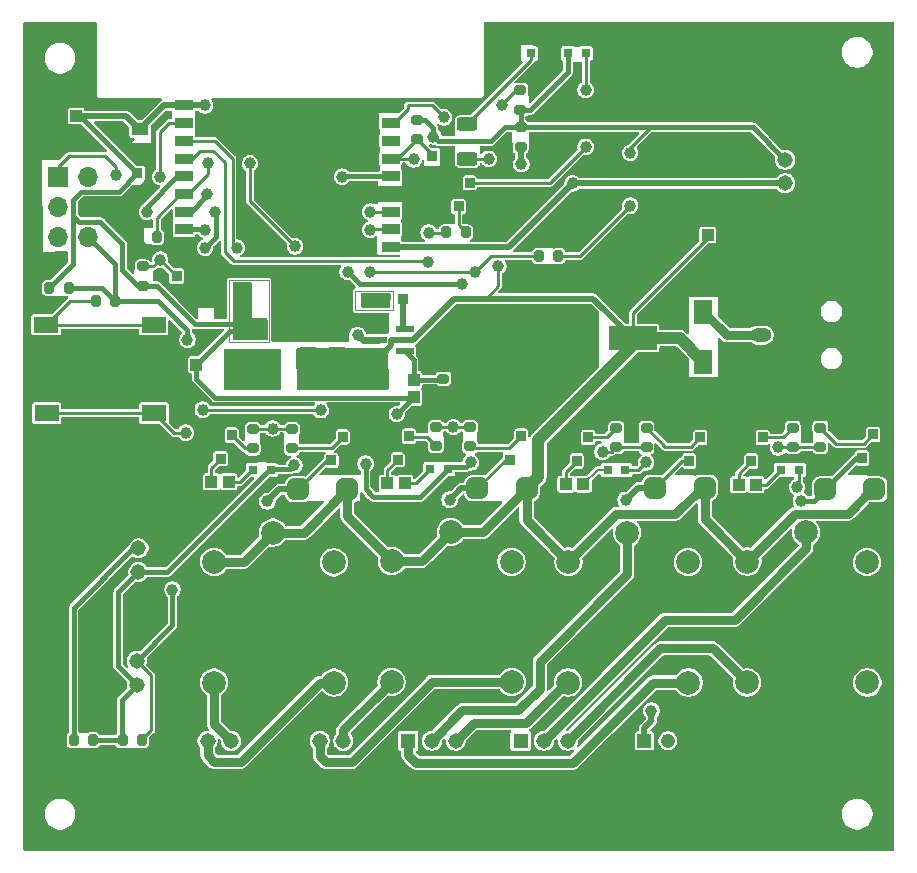
<source format=gtl>
G04 #@! TF.GenerationSoftware,KiCad,Pcbnew,9.0.3*
G04 #@! TF.CreationDate,2025-08-26T10:07:48-04:00*
G04 #@! TF.ProjectId,Water_controller_board,57617465-725f-4636-9f6e-74726f6c6c65,rev?*
G04 #@! TF.SameCoordinates,Original*
G04 #@! TF.FileFunction,Copper,L1,Top*
G04 #@! TF.FilePolarity,Positive*
%FSLAX46Y46*%
G04 Gerber Fmt 4.6, Leading zero omitted, Abs format (unit mm)*
G04 Created by KiCad (PCBNEW 9.0.3) date 2025-08-26 10:07:48*
%MOMM*%
%LPD*%
G01*
G04 APERTURE LIST*
G04 Aperture macros list*
%AMRoundRect*
0 Rectangle with rounded corners*
0 $1 Rounding radius*
0 $2 $3 $4 $5 $6 $7 $8 $9 X,Y pos of 4 corners*
0 Add a 4 corners polygon primitive as box body*
4,1,4,$2,$3,$4,$5,$6,$7,$8,$9,$2,$3,0*
0 Add four circle primitives for the rounded corners*
1,1,$1+$1,$2,$3*
1,1,$1+$1,$4,$5*
1,1,$1+$1,$6,$7*
1,1,$1+$1,$8,$9*
0 Add four rect primitives between the rounded corners*
20,1,$1+$1,$2,$3,$4,$5,0*
20,1,$1+$1,$4,$5,$6,$7,0*
20,1,$1+$1,$6,$7,$8,$9,0*
20,1,$1+$1,$8,$9,$2,$3,0*%
G04 Aperture macros list end*
G04 #@! TA.AperFunction,Conductor*
%ADD10C,0.010000*%
G04 #@! TD*
G04 #@! TA.AperFunction,SMDPad,CuDef*
%ADD11RoundRect,0.080000X-0.320000X0.370000X-0.320000X-0.370000X0.320000X-0.370000X0.320000X0.370000X0*%
G04 #@! TD*
G04 #@! TA.AperFunction,SMDPad,CuDef*
%ADD12RoundRect,0.200000X0.275000X-0.200000X0.275000X0.200000X-0.275000X0.200000X-0.275000X-0.200000X0*%
G04 #@! TD*
G04 #@! TA.AperFunction,SMDPad,CuDef*
%ADD13R,0.930000X0.890000*%
G04 #@! TD*
G04 #@! TA.AperFunction,SMDPad,CuDef*
%ADD14RoundRect,0.080000X0.320000X-0.370000X0.320000X0.370000X-0.320000X0.370000X-0.320000X-0.370000X0*%
G04 #@! TD*
G04 #@! TA.AperFunction,SMDPad,CuDef*
%ADD15R,0.800000X0.800000*%
G04 #@! TD*
G04 #@! TA.AperFunction,SMDPad,CuDef*
%ADD16RoundRect,0.200000X0.200000X0.275000X-0.200000X0.275000X-0.200000X-0.275000X0.200000X-0.275000X0*%
G04 #@! TD*
G04 #@! TA.AperFunction,SMDPad,CuDef*
%ADD17R,1.020000X1.040000*%
G04 #@! TD*
G04 #@! TA.AperFunction,SMDPad,CuDef*
%ADD18R,1.000000X1.000000*%
G04 #@! TD*
G04 #@! TA.AperFunction,SMDPad,CuDef*
%ADD19RoundRect,0.200000X-0.275000X0.200000X-0.275000X-0.200000X0.275000X-0.200000X0.275000X0.200000X0*%
G04 #@! TD*
G04 #@! TA.AperFunction,SMDPad,CuDef*
%ADD20R,4.100000X2.000000*%
G04 #@! TD*
G04 #@! TA.AperFunction,SMDPad,CuDef*
%ADD21RoundRect,0.200000X-0.200000X-0.275000X0.200000X-0.275000X0.200000X0.275000X-0.200000X0.275000X0*%
G04 #@! TD*
G04 #@! TA.AperFunction,ComponentPad*
%ADD22C,2.000000*%
G04 #@! TD*
G04 #@! TA.AperFunction,SMDPad,CuDef*
%ADD23R,2.220000X1.240000*%
G04 #@! TD*
G04 #@! TA.AperFunction,SMDPad,CuDef*
%ADD24RoundRect,0.450000X0.450000X0.450000X-0.450000X0.450000X-0.450000X-0.450000X0.450000X-0.450000X0*%
G04 #@! TD*
G04 #@! TA.AperFunction,SMDPad,CuDef*
%ADD25R,1.420000X1.080000*%
G04 #@! TD*
G04 #@! TA.AperFunction,SMDPad,CuDef*
%ADD26R,1.040000X1.020000*%
G04 #@! TD*
G04 #@! TA.AperFunction,ComponentPad*
%ADD27R,1.700000X1.700000*%
G04 #@! TD*
G04 #@! TA.AperFunction,ComponentPad*
%ADD28O,1.700000X1.700000*%
G04 #@! TD*
G04 #@! TA.AperFunction,SMDPad,CuDef*
%ADD29RoundRect,0.041300X-0.683700X-0.253700X0.683700X-0.253700X0.683700X0.253700X-0.683700X0.253700X0*%
G04 #@! TD*
G04 #@! TA.AperFunction,ComponentPad*
%ADD30R,1.308000X1.308000*%
G04 #@! TD*
G04 #@! TA.AperFunction,ComponentPad*
%ADD31C,1.308000*%
G04 #@! TD*
G04 #@! TA.AperFunction,SMDPad,CuDef*
%ADD32RoundRect,0.250000X-0.625000X0.312500X-0.625000X-0.312500X0.625000X-0.312500X0.625000X0.312500X0*%
G04 #@! TD*
G04 #@! TA.AperFunction,ComponentPad*
%ADD33O,1.800000X1.200000*%
G04 #@! TD*
G04 #@! TA.AperFunction,SMDPad,CuDef*
%ADD34R,2.100000X1.400000*%
G04 #@! TD*
G04 #@! TA.AperFunction,SMDPad,CuDef*
%ADD35R,0.890000X0.930000*%
G04 #@! TD*
G04 #@! TA.AperFunction,SMDPad,CuDef*
%ADD36R,0.960000X2.720000*%
G04 #@! TD*
G04 #@! TA.AperFunction,ComponentPad*
%ADD37R,1.208000X1.208000*%
G04 #@! TD*
G04 #@! TA.AperFunction,ComponentPad*
%ADD38C,1.208000*%
G04 #@! TD*
G04 #@! TA.AperFunction,SMDPad,CuDef*
%ADD39R,1.498600X0.889000*%
G04 #@! TD*
G04 #@! TA.AperFunction,SMDPad,CuDef*
%ADD40R,3.987800X3.987800*%
G04 #@! TD*
G04 #@! TA.AperFunction,SMDPad,CuDef*
%ADD41R,1.500000X2.120000*%
G04 #@! TD*
G04 #@! TA.AperFunction,ViaPad*
%ADD42C,1.000000*%
G04 #@! TD*
G04 #@! TA.AperFunction,Conductor*
%ADD43C,0.800000*%
G04 #@! TD*
G04 #@! TA.AperFunction,Conductor*
%ADD44C,0.250000*%
G04 #@! TD*
G04 #@! TA.AperFunction,Conductor*
%ADD45C,0.200000*%
G04 #@! TD*
G04 #@! TA.AperFunction,Conductor*
%ADD46C,0.254000*%
G04 #@! TD*
G04 #@! TA.AperFunction,Conductor*
%ADD47C,0.500000*%
G04 #@! TD*
G04 #@! TA.AperFunction,Conductor*
%ADD48C,0.600000*%
G04 #@! TD*
G04 #@! TA.AperFunction,Conductor*
%ADD49C,0.400000*%
G04 #@! TD*
G04 #@! TA.AperFunction,Conductor*
%ADD50C,1.000000*%
G04 #@! TD*
G04 APERTURE END LIST*
D10*
G04 #@! TO.N,Net-(U3-SW)*
X167248954Y-79052900D02*
X167250954Y-79052900D01*
X167290954Y-79052900D02*
X167292954Y-79052900D01*
X167332954Y-79052900D02*
X167334954Y-79052900D01*
X167374954Y-79052900D02*
X167376954Y-79052900D01*
X167416954Y-79052900D02*
X167418954Y-79052900D01*
X167458954Y-79052900D02*
X167460954Y-79052900D01*
X167500954Y-79052900D02*
X167502954Y-79052900D01*
X167542954Y-79052900D02*
X167544954Y-79052900D01*
X167584954Y-79052900D02*
X167586954Y-79052900D01*
X167626954Y-79052900D02*
X167628954Y-79052900D01*
X167668954Y-79052900D02*
X167670954Y-79052900D01*
X167710954Y-79052900D02*
X167712954Y-79052900D01*
X167752954Y-79052900D02*
X167754954Y-79052900D01*
X167794954Y-79052900D02*
X167796954Y-79052900D01*
X167836954Y-79052900D02*
X167838954Y-79052900D01*
X167878954Y-79052900D02*
X167880954Y-79052900D01*
X167920954Y-79052900D02*
X167922954Y-79052900D01*
X167962954Y-79052900D02*
X167964954Y-79052900D01*
X168004954Y-79052900D02*
X168006954Y-79052900D01*
X168046954Y-79052900D02*
X168048954Y-79052900D01*
X168088954Y-79052900D02*
X168090954Y-79052900D01*
X168130954Y-79052900D02*
X168132954Y-79052900D01*
X168172954Y-79052900D02*
X168174954Y-79052900D01*
X168214954Y-79052900D02*
X168216954Y-79052900D01*
X168256954Y-79052900D02*
X168258954Y-79052900D01*
X168298954Y-79052900D02*
X168300954Y-79052900D01*
X168340954Y-79052900D02*
X168342954Y-79052900D01*
X168382954Y-79052900D02*
X168384954Y-79052900D01*
X168424954Y-79052900D02*
X168426954Y-79052900D01*
X168466954Y-79052900D02*
X168468954Y-79052900D01*
X168508954Y-79052900D02*
X168510954Y-79052900D01*
X168550954Y-79052900D02*
X168552954Y-79052900D01*
X168592954Y-79052900D02*
X168594954Y-79052900D01*
X168634954Y-79052900D02*
X168636954Y-79052900D01*
X168676954Y-79052900D02*
X168678954Y-79052900D01*
X168718954Y-79052900D02*
X168720954Y-79052900D01*
X168760954Y-79052900D02*
X168762954Y-79052900D01*
X168802954Y-79052900D02*
X168804954Y-79052900D01*
X168844954Y-79052900D02*
X168846954Y-79052900D01*
X168886954Y-79052900D02*
X168888954Y-79052900D01*
X168928954Y-79052900D02*
X168930954Y-79052900D01*
X168970954Y-79052900D02*
X168972954Y-79052900D01*
X169012954Y-79052900D02*
X169014954Y-79052900D01*
X169054954Y-79052900D02*
X169056954Y-79052900D01*
X169096954Y-79052900D02*
X169098954Y-79052900D01*
X169138954Y-79052900D02*
X169140954Y-79052900D01*
X169180954Y-79052900D02*
X169182954Y-79052900D01*
X169222954Y-79052900D02*
X169224954Y-79052900D01*
X169264954Y-79052900D02*
X169266954Y-79052900D01*
X169306954Y-79052900D02*
X169308954Y-79052900D01*
X169348954Y-79052900D02*
X169350954Y-79052900D01*
X169390954Y-79052900D02*
X169392954Y-79052900D01*
X169432954Y-79052900D02*
X169434954Y-79052900D01*
X169474954Y-79052900D02*
X169476954Y-79052900D01*
X169516954Y-79052900D02*
X169518954Y-79052900D01*
X169558954Y-79052900D02*
X169560954Y-79052900D01*
X169600954Y-79052900D02*
X169602954Y-79052900D01*
X169642954Y-79052900D02*
X169644954Y-79052900D01*
X169684954Y-79052900D02*
X169686954Y-79052900D01*
X169726954Y-79052900D02*
X169728954Y-79052900D01*
X169768954Y-79052900D02*
X169770954Y-79052900D01*
X169810954Y-79052900D02*
X169812954Y-79052900D01*
X169852954Y-79052900D02*
X169854954Y-79052900D01*
X169894954Y-79052900D02*
X169896954Y-79052900D01*
X169936954Y-79052900D02*
X169938954Y-79052900D01*
X169978954Y-79052900D02*
X169980954Y-79052900D01*
X170020954Y-79052900D02*
X170022954Y-79052900D01*
X170062954Y-79052900D02*
X170064954Y-79052900D01*
X170104954Y-79052900D02*
X170106954Y-79052900D01*
X170146954Y-79052900D02*
X170148954Y-79052900D01*
X170188954Y-79052900D02*
X170190954Y-79052900D01*
X170230954Y-79052900D02*
X170232954Y-79052900D01*
X170272954Y-79052900D02*
X170274954Y-79052900D01*
X170314954Y-79052900D02*
X170316954Y-79052900D01*
X170356954Y-79052900D02*
X170358954Y-79052900D01*
X170398954Y-79052900D02*
X170400954Y-79052900D01*
X170440954Y-79052900D02*
X170442954Y-79052900D01*
X170473954Y-79052900D02*
X170473954Y-79054900D01*
X170473954Y-79094900D02*
X170473954Y-79096900D01*
X170473954Y-79136900D02*
X170473954Y-79138900D01*
X170473954Y-79178900D02*
X170473954Y-79180900D01*
X170473954Y-79220900D02*
X170473954Y-79222900D01*
X170473954Y-79262900D02*
X170473954Y-79264900D01*
X170473954Y-79304900D02*
X170473954Y-79306900D01*
X170473954Y-79346900D02*
X170473954Y-79348900D01*
X170473954Y-79388900D02*
X170473954Y-79390900D01*
X170473954Y-79430900D02*
X170473954Y-79432900D01*
X170473954Y-79472900D02*
X170473954Y-79474900D01*
X170473954Y-79514900D02*
X170473954Y-79516900D01*
X170473954Y-79556900D02*
X170473954Y-79558900D01*
X170473954Y-79598900D02*
X170473954Y-79600900D01*
X170473954Y-79640900D02*
X170473954Y-79642900D01*
X170473954Y-79682900D02*
X170473954Y-79684900D01*
X170473954Y-79724900D02*
X170473954Y-79726900D01*
X170473954Y-79766900D02*
X170473954Y-79768900D01*
X170473954Y-79808900D02*
X170473954Y-79810900D01*
X170473954Y-79850900D02*
X170473954Y-79852900D01*
X170473954Y-79892900D02*
X170473954Y-79894900D01*
X170473954Y-79934900D02*
X170473954Y-79936900D01*
X170473954Y-79976900D02*
X170473954Y-79978900D01*
X170473954Y-80018900D02*
X170473954Y-80020900D01*
X170473954Y-80060900D02*
X170473954Y-80062900D01*
X170473954Y-80102900D02*
X170473954Y-80104900D01*
X170473954Y-80144900D02*
X170473954Y-80146900D01*
X170473954Y-80186900D02*
X170473954Y-80188900D01*
X170473954Y-80228900D02*
X170473954Y-80230900D01*
X170473954Y-80270900D02*
X170473954Y-80272900D01*
X170473954Y-80312900D02*
X170473954Y-80314900D01*
X170473954Y-80354900D02*
X170473954Y-80356900D01*
X170473954Y-80396900D02*
X170473954Y-80398900D01*
X170473954Y-80438900D02*
X170473954Y-80440900D01*
X170473954Y-80480900D02*
X170473954Y-80482900D01*
X170473954Y-80522900D02*
X170473954Y-80524900D01*
X170473954Y-80564900D02*
X170473954Y-80566900D01*
X170473954Y-80606900D02*
X170473954Y-80608900D01*
X170473954Y-80648900D02*
X170473954Y-80650900D01*
X170473954Y-80690900D02*
X170473954Y-80692900D01*
X170473954Y-80702900D02*
X170471954Y-80702900D01*
X170431954Y-80702900D02*
X170429954Y-80702900D01*
X170389954Y-80702900D02*
X170387954Y-80702900D01*
X170347954Y-80702900D02*
X170345954Y-80702900D01*
X170305954Y-80702900D02*
X170303954Y-80702900D01*
X170263954Y-80702900D02*
X170261954Y-80702900D01*
X170221954Y-80702900D02*
X170219954Y-80702900D01*
X170179954Y-80702900D02*
X170177954Y-80702900D01*
X170137954Y-80702900D02*
X170135954Y-80702900D01*
X170095954Y-80702900D02*
X170093954Y-80702900D01*
X170053954Y-80702900D02*
X170051954Y-80702900D01*
X170011954Y-80702900D02*
X170009954Y-80702900D01*
X169969954Y-80702900D02*
X169967954Y-80702900D01*
X169927954Y-80702900D02*
X169925954Y-80702900D01*
X169885954Y-80702900D02*
X169883954Y-80702900D01*
X169843954Y-80702900D02*
X169841954Y-80702900D01*
X169801954Y-80702900D02*
X169799954Y-80702900D01*
X169759954Y-80702900D02*
X169757954Y-80702900D01*
X169717954Y-80702900D02*
X169715954Y-80702900D01*
X169675954Y-80702900D02*
X169673954Y-80702900D01*
X169633954Y-80702900D02*
X169631954Y-80702900D01*
X169591954Y-80702900D02*
X169589954Y-80702900D01*
X169549954Y-80702900D02*
X169547954Y-80702900D01*
X169507954Y-80702900D02*
X169505954Y-80702900D01*
X169465954Y-80702900D02*
X169463954Y-80702900D01*
X169423954Y-80702900D02*
X169421954Y-80702900D01*
X169381954Y-80702900D02*
X169379954Y-80702900D01*
X169339954Y-80702900D02*
X169337954Y-80702900D01*
X169297954Y-80702900D02*
X169295954Y-80702900D01*
X169255954Y-80702900D02*
X169253954Y-80702900D01*
X169213954Y-80702900D02*
X169211954Y-80702900D01*
X169171954Y-80702900D02*
X169169954Y-80702900D01*
X169129954Y-80702900D02*
X169127954Y-80702900D01*
X169087954Y-80702900D02*
X169085954Y-80702900D01*
X169045954Y-80702900D02*
X169043954Y-80702900D01*
X169003954Y-80702900D02*
X169001954Y-80702900D01*
X168961954Y-80702900D02*
X168959954Y-80702900D01*
X168919954Y-80702900D02*
X168917954Y-80702900D01*
X168877954Y-80702900D02*
X168875954Y-80702900D01*
X168835954Y-80702900D02*
X168833954Y-80702900D01*
X168793954Y-80702900D02*
X168791954Y-80702900D01*
X168751954Y-80702900D02*
X168749954Y-80702900D01*
X168709954Y-80702900D02*
X168707954Y-80702900D01*
X168667954Y-80702900D02*
X168665954Y-80702900D01*
X168625954Y-80702900D02*
X168623954Y-80702900D01*
X168583954Y-80702900D02*
X168581954Y-80702900D01*
X168541954Y-80702900D02*
X168539954Y-80702900D01*
X168499954Y-80702900D02*
X168497954Y-80702900D01*
X168457954Y-80702900D02*
X168455954Y-80702900D01*
X168415954Y-80702900D02*
X168413954Y-80702900D01*
X168373954Y-80702900D02*
X168371954Y-80702900D01*
X168331954Y-80702900D02*
X168329954Y-80702900D01*
X168289954Y-80702900D02*
X168287954Y-80702900D01*
X168247954Y-80702900D02*
X168245954Y-80702900D01*
X168205954Y-80702900D02*
X168203954Y-80702900D01*
X168163954Y-80702900D02*
X168161954Y-80702900D01*
X168121954Y-80702900D02*
X168119954Y-80702900D01*
X168079954Y-80702900D02*
X168077954Y-80702900D01*
X168037954Y-80702900D02*
X168035954Y-80702900D01*
X167995954Y-80702900D02*
X167993954Y-80702900D01*
X167953954Y-80702900D02*
X167951954Y-80702900D01*
X167911954Y-80702900D02*
X167909954Y-80702900D01*
X167869954Y-80702900D02*
X167867954Y-80702900D01*
X167827954Y-80702900D02*
X167825954Y-80702900D01*
X167785954Y-80702900D02*
X167783954Y-80702900D01*
X167743954Y-80702900D02*
X167741954Y-80702900D01*
X167701954Y-80702900D02*
X167699954Y-80702900D01*
X167659954Y-80702900D02*
X167657954Y-80702900D01*
X167617954Y-80702900D02*
X167615954Y-80702900D01*
X167575954Y-80702900D02*
X167573954Y-80702900D01*
X167533954Y-80702900D02*
X167531954Y-80702900D01*
X167491954Y-80702900D02*
X167489954Y-80702900D01*
X167449954Y-80702900D02*
X167447954Y-80702900D01*
X167407954Y-80702900D02*
X167405954Y-80702900D01*
X167365954Y-80702900D02*
X167363954Y-80702900D01*
X167323954Y-80702900D02*
X167321954Y-80702900D01*
X167281954Y-80702900D02*
X167279954Y-80702900D01*
X167248954Y-80702900D02*
X167248954Y-80700900D01*
X167248954Y-80660900D02*
X167248954Y-80658900D01*
X167248954Y-80618900D02*
X167248954Y-80616900D01*
X167248954Y-80576900D02*
X167248954Y-80574900D01*
X167248954Y-80534900D02*
X167248954Y-80532900D01*
X167248954Y-80492900D02*
X167248954Y-80490900D01*
X167248954Y-80450900D02*
X167248954Y-80448900D01*
X167248954Y-80408900D02*
X167248954Y-80406900D01*
X167248954Y-80366900D02*
X167248954Y-80364900D01*
X167248954Y-80324900D02*
X167248954Y-80322900D01*
X167248954Y-80282900D02*
X167248954Y-80280900D01*
X167248954Y-80240900D02*
X167248954Y-80238900D01*
X167248954Y-80198900D02*
X167248954Y-80196900D01*
X167248954Y-80156900D02*
X167248954Y-80154900D01*
X167248954Y-80114900D02*
X167248954Y-80112900D01*
X167248954Y-80072900D02*
X167248954Y-80070900D01*
X167248954Y-80030900D02*
X167248954Y-80028900D01*
X167248954Y-79988900D02*
X167248954Y-79986900D01*
X167248954Y-79946900D02*
X167248954Y-79944900D01*
X167248954Y-79904900D02*
X167248954Y-79902900D01*
X167248954Y-79862900D02*
X167248954Y-79860900D01*
X167248954Y-79820900D02*
X167248954Y-79818900D01*
X167248954Y-79778900D02*
X167248954Y-79776900D01*
X167248954Y-79736900D02*
X167248954Y-79734900D01*
X167248954Y-79694900D02*
X167248954Y-79692900D01*
X167248954Y-79652900D02*
X167248954Y-79650900D01*
X167248954Y-79610900D02*
X167248954Y-79608900D01*
X167248954Y-79568900D02*
X167248954Y-79566900D01*
X167248954Y-79526900D02*
X167248954Y-79524900D01*
X167248954Y-79484900D02*
X167248954Y-79482900D01*
X167248954Y-79442900D02*
X167248954Y-79440900D01*
X167248954Y-79400900D02*
X167248954Y-79398900D01*
X167248954Y-79358900D02*
X167248954Y-79356900D01*
X167248954Y-79316900D02*
X167248954Y-79314900D01*
X167248954Y-79274900D02*
X167248954Y-79272900D01*
X167248954Y-79232900D02*
X167248954Y-79230900D01*
X167248954Y-79190900D02*
X167248954Y-79188900D01*
X167248954Y-79148900D02*
X167248954Y-79146900D01*
X167248954Y-79106900D02*
X167248954Y-79104900D01*
X167248954Y-79064900D02*
X167248954Y-79062900D01*
G04 #@! TO.N,/+3V3*
X156573954Y-78177900D02*
X156575954Y-78177900D01*
X156615954Y-78177900D02*
X156617954Y-78177900D01*
X156657954Y-78177900D02*
X156659954Y-78177900D01*
X156699954Y-78177900D02*
X156701954Y-78177900D01*
X156741954Y-78177900D02*
X156743954Y-78177900D01*
X156783954Y-78177900D02*
X156785954Y-78177900D01*
X156825954Y-78177900D02*
X156827954Y-78177900D01*
X156867954Y-78177900D02*
X156869954Y-78177900D01*
X156909954Y-78177900D02*
X156911954Y-78177900D01*
X156951954Y-78177900D02*
X156953954Y-78177900D01*
X156993954Y-78177900D02*
X156995954Y-78177900D01*
X157035954Y-78177900D02*
X157037954Y-78177900D01*
X157077954Y-78177900D02*
X157079954Y-78177900D01*
X157119954Y-78177900D02*
X157121954Y-78177900D01*
X157161954Y-78177900D02*
X157163954Y-78177900D01*
X157203954Y-78177900D02*
X157205954Y-78177900D01*
X157245954Y-78177900D02*
X157247954Y-78177900D01*
X157287954Y-78177900D02*
X157289954Y-78177900D01*
X157329954Y-78177900D02*
X157331954Y-78177900D01*
X157371954Y-78177900D02*
X157373954Y-78177900D01*
X157413954Y-78177900D02*
X157415954Y-78177900D01*
X157455954Y-78177900D02*
X157457954Y-78177900D01*
X157497954Y-78177900D02*
X157499954Y-78177900D01*
X157539954Y-78177900D02*
X157541954Y-78177900D01*
X157581954Y-78177900D02*
X157583954Y-78177900D01*
X157623954Y-78177900D02*
X157625954Y-78177900D01*
X157665954Y-78177900D02*
X157667954Y-78177900D01*
X157707954Y-78177900D02*
X157709954Y-78177900D01*
X157749954Y-78177900D02*
X157751954Y-78177900D01*
X157791954Y-78177900D02*
X157793954Y-78177900D01*
X157833954Y-78177900D02*
X157835954Y-78177900D01*
X157875954Y-78177900D02*
X157877954Y-78177900D01*
X157917954Y-78177900D02*
X157919954Y-78177900D01*
X157959954Y-78177900D02*
X157961954Y-78177900D01*
X158001954Y-78177900D02*
X158003954Y-78177900D01*
X158043954Y-78177900D02*
X158045954Y-78177900D01*
X158085954Y-78177900D02*
X158087954Y-78177900D01*
X158127954Y-78177900D02*
X158129954Y-78177900D01*
X158169954Y-78177900D02*
X158171954Y-78177900D01*
X158211954Y-78177900D02*
X158213954Y-78177900D01*
X158253954Y-78177900D02*
X158255954Y-78177900D01*
X158295954Y-78177900D02*
X158297954Y-78177900D01*
X158337954Y-78177900D02*
X158339954Y-78177900D01*
X158379954Y-78177900D02*
X158381954Y-78177900D01*
X158421954Y-78177900D02*
X158423954Y-78177900D01*
X158463954Y-78177900D02*
X158465954Y-78177900D01*
X158505954Y-78177900D02*
X158507954Y-78177900D01*
X158547954Y-78177900D02*
X158549954Y-78177900D01*
X158589954Y-78177900D02*
X158591954Y-78177900D01*
X158631954Y-78177900D02*
X158633954Y-78177900D01*
X158673954Y-78177900D02*
X158675954Y-78177900D01*
X158715954Y-78177900D02*
X158717954Y-78177900D01*
X158757954Y-78177900D02*
X158759954Y-78177900D01*
X158799954Y-78177900D02*
X158801954Y-78177900D01*
X158841954Y-78177900D02*
X158843954Y-78177900D01*
X158883954Y-78177900D02*
X158885954Y-78177900D01*
X158925954Y-78177900D02*
X158927954Y-78177900D01*
X158967954Y-78177900D02*
X158969954Y-78177900D01*
X159009954Y-78177900D02*
X159011954Y-78177900D01*
X159051954Y-78177900D02*
X159053954Y-78177900D01*
X159093954Y-78177900D02*
X159095954Y-78177900D01*
X159135954Y-78177900D02*
X159137954Y-78177900D01*
X159177954Y-78177900D02*
X159179954Y-78177900D01*
X159219954Y-78177900D02*
X159221954Y-78177900D01*
X159261954Y-78177900D02*
X159263954Y-78177900D01*
X159303954Y-78177900D02*
X159305954Y-78177900D01*
X159345954Y-78177900D02*
X159347954Y-78177900D01*
X159387954Y-78177900D02*
X159389954Y-78177900D01*
X159429954Y-78177900D02*
X159431954Y-78177900D01*
X159471954Y-78177900D02*
X159473954Y-78177900D01*
X159513954Y-78177900D02*
X159515954Y-78177900D01*
X159555954Y-78177900D02*
X159557954Y-78177900D01*
X159597954Y-78177900D02*
X159599954Y-78177900D01*
X159639954Y-78177900D02*
X159641954Y-78177900D01*
X159681954Y-78177900D02*
X159683954Y-78177900D01*
X159723954Y-78177900D02*
X159725954Y-78177900D01*
X159765954Y-78177900D02*
X159767954Y-78177900D01*
X159807954Y-78177900D02*
X159809954Y-78177900D01*
X159849954Y-78177900D02*
X159851954Y-78177900D01*
X159891954Y-78177900D02*
X159893954Y-78177900D01*
X159923954Y-78177900D02*
X159923964Y-78179900D01*
X159924156Y-78219900D02*
X159924166Y-78221899D01*
X159924358Y-78261899D02*
X159924367Y-78263899D01*
X159924560Y-78303899D02*
X159924569Y-78305899D01*
X159924762Y-78345898D02*
X159924771Y-78347898D01*
X159924964Y-78387898D02*
X159924973Y-78389898D01*
X159925166Y-78429897D02*
X159925175Y-78431897D01*
X159925367Y-78471897D02*
X159925377Y-78473897D01*
X159925569Y-78513896D02*
X159925579Y-78515896D01*
X159925771Y-78555896D02*
X159925781Y-78557896D01*
X159925973Y-78597895D02*
X159925983Y-78599895D01*
X159926175Y-78639895D02*
X159926185Y-78641895D01*
X159926377Y-78681894D02*
X159926387Y-78683894D01*
X159926579Y-78723894D02*
X159926589Y-78725894D01*
X159926781Y-78765893D02*
X159926791Y-78767893D01*
X159926983Y-78807893D02*
X159926992Y-78809893D01*
X159927185Y-78849892D02*
X159927194Y-78851892D01*
X159927387Y-78891892D02*
X159927396Y-78893892D01*
X159927589Y-78933891D02*
X159927598Y-78935891D01*
X159927790Y-78975891D02*
X159927800Y-78977891D01*
X159927992Y-79017890D02*
X159928002Y-79019890D01*
X159928194Y-79059890D02*
X159928204Y-79061890D01*
X159928396Y-79101889D02*
X159928406Y-79103889D01*
X159928598Y-79143889D02*
X159928608Y-79145889D01*
X159928800Y-79185888D02*
X159928810Y-79187888D01*
X159929002Y-79227888D02*
X159929012Y-79229888D01*
X159929204Y-79269887D02*
X159929214Y-79271887D01*
X159929406Y-79311887D02*
X159929415Y-79313887D01*
X159929608Y-79353886D02*
X159929617Y-79355886D01*
X159929810Y-79395886D02*
X159929819Y-79397886D01*
X159930012Y-79437885D02*
X159930021Y-79439885D01*
X159930214Y-79479885D02*
X159930223Y-79481885D01*
X159930415Y-79521884D02*
X159930425Y-79523884D01*
X159930617Y-79563884D02*
X159930627Y-79565884D01*
X159930819Y-79605883D02*
X159930829Y-79607883D01*
X159931021Y-79647883D02*
X159931031Y-79649883D01*
X159931223Y-79689883D02*
X159931233Y-79691883D01*
X159931425Y-79731882D02*
X159931435Y-79733882D01*
X159931627Y-79773882D02*
X159931637Y-79775882D01*
X159931829Y-79815881D02*
X159931839Y-79817881D01*
X159932031Y-79857881D02*
X159932040Y-79859881D01*
X159932233Y-79899880D02*
X159932242Y-79901880D01*
X159932435Y-79941880D02*
X159932444Y-79943880D01*
X159932637Y-79983879D02*
X159932646Y-79985879D01*
X159932839Y-80025879D02*
X159932848Y-80027879D01*
X159933040Y-80067878D02*
X159933050Y-80069878D01*
X159933242Y-80109878D02*
X159933252Y-80111878D01*
X159933444Y-80151877D02*
X159933454Y-80153877D01*
X159933646Y-80193877D02*
X159933656Y-80195877D01*
X159933848Y-80235876D02*
X159933858Y-80237876D01*
X159934050Y-80277876D02*
X159934060Y-80279876D01*
X159934252Y-80319875D02*
X159934262Y-80321875D01*
X159934454Y-80361875D02*
X159934463Y-80363875D01*
X159934656Y-80403874D02*
X159934665Y-80405874D01*
X159934858Y-80445874D02*
X159934867Y-80447874D01*
X159935060Y-80487873D02*
X159935069Y-80489873D01*
X159935262Y-80529873D02*
X159935271Y-80531873D01*
X159935463Y-80571872D02*
X159935473Y-80573872D01*
X159935665Y-80613872D02*
X159935675Y-80615872D01*
X159935867Y-80655871D02*
X159935877Y-80657871D01*
X159936069Y-80697871D02*
X159936079Y-80699871D01*
X159936271Y-80739870D02*
X159936281Y-80741870D01*
X159936473Y-80781870D02*
X159936483Y-80783870D01*
X159936675Y-80823869D02*
X159936685Y-80825869D01*
X159936877Y-80865869D02*
X159936887Y-80867869D01*
X159937079Y-80907868D02*
X159937088Y-80909868D01*
X159937281Y-80949868D02*
X159937290Y-80951868D01*
X159937483Y-80991867D02*
X159937492Y-80993867D01*
X159937685Y-81033867D02*
X159937694Y-81035867D01*
X159937887Y-81075867D02*
X159937896Y-81077866D01*
X159938088Y-81117866D02*
X159938098Y-81119866D01*
X159938290Y-81159866D02*
X159938300Y-81161866D01*
X159938492Y-81201865D02*
X159938502Y-81203865D01*
X159938694Y-81243865D02*
X159938704Y-81245865D01*
X159938896Y-81285864D02*
X159938906Y-81287864D01*
X159939098Y-81327864D02*
X159939108Y-81329864D01*
X159939300Y-81369863D02*
X159939310Y-81371863D01*
X159939502Y-81411863D02*
X159939512Y-81413863D01*
X159939704Y-81453862D02*
X159939713Y-81455862D01*
X159939906Y-81495862D02*
X159939915Y-81497862D01*
X159940108Y-81537861D02*
X159940117Y-81539861D01*
X159940310Y-81579861D02*
X159940319Y-81581861D01*
X159940512Y-81621860D02*
X159940521Y-81623860D01*
X159940713Y-81663860D02*
X159940723Y-81665860D01*
X159940915Y-81705859D02*
X159940925Y-81707859D01*
X159941117Y-81747859D02*
X159941127Y-81749859D01*
X159941319Y-81789858D02*
X159941329Y-81791858D01*
X159941521Y-81831858D02*
X159941531Y-81833858D01*
X159941723Y-81873857D02*
X159941733Y-81875857D01*
X159941925Y-81915857D02*
X159941935Y-81917857D01*
X159942127Y-81957856D02*
X159942136Y-81959856D01*
X159942329Y-81999856D02*
X159942338Y-82001856D01*
X159942531Y-82041855D02*
X159942540Y-82043855D01*
X159942733Y-82083855D02*
X159942742Y-82085855D01*
X159942935Y-82125854D02*
X159942944Y-82127854D01*
X159943136Y-82167854D02*
X159943146Y-82169854D01*
X159943338Y-82209853D02*
X159943348Y-82211853D01*
X159943540Y-82251853D02*
X159943550Y-82253853D01*
X159943742Y-82293852D02*
X159943752Y-82295852D01*
X159943944Y-82335852D02*
X159943954Y-82337852D01*
X159944146Y-82377851D02*
X159944156Y-82379851D01*
X159944348Y-82419851D02*
X159944358Y-82421851D01*
X159944550Y-82461850D02*
X159944560Y-82463850D01*
X159944752Y-82503850D02*
X159944761Y-82505850D01*
X159944954Y-82545850D02*
X159944963Y-82547849D01*
X159945156Y-82587849D02*
X159945165Y-82589849D01*
X159945358Y-82629849D02*
X159945367Y-82631849D01*
X159945560Y-82671848D02*
X159945569Y-82673848D01*
X159945761Y-82713848D02*
X159945771Y-82715848D01*
X159945963Y-82755847D02*
X159945973Y-82757847D01*
X159946165Y-82797847D02*
X159946175Y-82799847D01*
X159946367Y-82839846D02*
X159946377Y-82841846D01*
X159946569Y-82881846D02*
X159946579Y-82883846D01*
X159946771Y-82923845D02*
X159946781Y-82925845D01*
X159946973Y-82965845D02*
X159946983Y-82967845D01*
X159947175Y-83007844D02*
X159947185Y-83009844D01*
X159947377Y-83049844D02*
X159947386Y-83051844D01*
X159947579Y-83091843D02*
X159947588Y-83093843D01*
X159947781Y-83133843D02*
X159947790Y-83135843D01*
X159947983Y-83175842D02*
X159947992Y-83177842D01*
X159948184Y-83217842D02*
X159948194Y-83219842D01*
X159948386Y-83259841D02*
X159948396Y-83261841D01*
X159948588Y-83301841D02*
X159948598Y-83303841D01*
X159948790Y-83343840D02*
X159948800Y-83345840D01*
X159948954Y-83377900D02*
X159946954Y-83377900D01*
X159906954Y-83377900D02*
X159904954Y-83377900D01*
X159864954Y-83377900D02*
X159862954Y-83377900D01*
X159822954Y-83377900D02*
X159820954Y-83377900D01*
X159780954Y-83377900D02*
X159778954Y-83377900D01*
X159738954Y-83377900D02*
X159736954Y-83377900D01*
X159696954Y-83377900D02*
X159694954Y-83377900D01*
X159654954Y-83377900D02*
X159652954Y-83377900D01*
X159612954Y-83377900D02*
X159610954Y-83377900D01*
X159570954Y-83377900D02*
X159568954Y-83377900D01*
X159528954Y-83377900D02*
X159526954Y-83377900D01*
X159486954Y-83377900D02*
X159484954Y-83377900D01*
X159444954Y-83377900D02*
X159442954Y-83377900D01*
X159402954Y-83377900D02*
X159400954Y-83377900D01*
X159360954Y-83377900D02*
X159358954Y-83377900D01*
X159318954Y-83377900D02*
X159316954Y-83377900D01*
X159276954Y-83377900D02*
X159274954Y-83377900D01*
X159234954Y-83377900D02*
X159232954Y-83377900D01*
X159192954Y-83377900D02*
X159190954Y-83377900D01*
X159150954Y-83377900D02*
X159148954Y-83377900D01*
X159108954Y-83377900D02*
X159106954Y-83377900D01*
X159066954Y-83377900D02*
X159064954Y-83377900D01*
X159024954Y-83377900D02*
X159022954Y-83377900D01*
X158982954Y-83377900D02*
X158980954Y-83377900D01*
X158940954Y-83377900D02*
X158938954Y-83377900D01*
X158898954Y-83377900D02*
X158896954Y-83377900D01*
X158856954Y-83377900D02*
X158854954Y-83377900D01*
X158814954Y-83377900D02*
X158812954Y-83377900D01*
X158772954Y-83377900D02*
X158770954Y-83377900D01*
X158730954Y-83377900D02*
X158728954Y-83377900D01*
X158688954Y-83377900D02*
X158686954Y-83377900D01*
X158646954Y-83377900D02*
X158644954Y-83377900D01*
X158604954Y-83377900D02*
X158602954Y-83377900D01*
X158562954Y-83377900D02*
X158560954Y-83377900D01*
X158520954Y-83377900D02*
X158518954Y-83377900D01*
X158478954Y-83377900D02*
X158476954Y-83377900D01*
X158436954Y-83377900D02*
X158434954Y-83377900D01*
X158394954Y-83377900D02*
X158392954Y-83377900D01*
X158352954Y-83377900D02*
X158350954Y-83377900D01*
X158310954Y-83377900D02*
X158308954Y-83377900D01*
X158268954Y-83377900D02*
X158266954Y-83377900D01*
X158226954Y-83377900D02*
X158224954Y-83377900D01*
X158184954Y-83377900D02*
X158182954Y-83377900D01*
X158142954Y-83377900D02*
X158140954Y-83377900D01*
X158100954Y-83377900D02*
X158098954Y-83377900D01*
X158058954Y-83377900D02*
X158056954Y-83377900D01*
X158016954Y-83377900D02*
X158014954Y-83377900D01*
X157974954Y-83377900D02*
X157972954Y-83377900D01*
X157932954Y-83377900D02*
X157930954Y-83377900D01*
X157890954Y-83377900D02*
X157888954Y-83377900D01*
X157848954Y-83377900D02*
X157846954Y-83377900D01*
X157806954Y-83377900D02*
X157804954Y-83377900D01*
X157764954Y-83377900D02*
X157762954Y-83377900D01*
X157722954Y-83377900D02*
X157720954Y-83377900D01*
X157680954Y-83377900D02*
X157678954Y-83377900D01*
X157638954Y-83377900D02*
X157636954Y-83377900D01*
X157596954Y-83377900D02*
X157594954Y-83377900D01*
X157554954Y-83377900D02*
X157552954Y-83377900D01*
X157512954Y-83377900D02*
X157510954Y-83377900D01*
X157470954Y-83377900D02*
X157468954Y-83377900D01*
X157428954Y-83377900D02*
X157426954Y-83377900D01*
X157386954Y-83377900D02*
X157384954Y-83377900D01*
X157344954Y-83377900D02*
X157342954Y-83377900D01*
X157302954Y-83377900D02*
X157300954Y-83377900D01*
X157260954Y-83377900D02*
X157258954Y-83377900D01*
X157218954Y-83377900D02*
X157216954Y-83377900D01*
X157176954Y-83377900D02*
X157174954Y-83377900D01*
X157134954Y-83377900D02*
X157132954Y-83377900D01*
X157092954Y-83377900D02*
X157090954Y-83377900D01*
X157050954Y-83377900D02*
X157048954Y-83377900D01*
X157008954Y-83377900D02*
X157006954Y-83377900D01*
X156966954Y-83377900D02*
X156964954Y-83377900D01*
X156924954Y-83377900D02*
X156922954Y-83377900D01*
X156882954Y-83377900D02*
X156880954Y-83377900D01*
X156840954Y-83377900D02*
X156838954Y-83377900D01*
X156798954Y-83377900D02*
X156796954Y-83377900D01*
X156756954Y-83377900D02*
X156754954Y-83377900D01*
X156714954Y-83377900D02*
X156712954Y-83377900D01*
X156672954Y-83377900D02*
X156670954Y-83377900D01*
X156630954Y-83377900D02*
X156628954Y-83377900D01*
X156598954Y-83377900D02*
X156598944Y-83375900D01*
X156598752Y-83335900D02*
X156598742Y-83333901D01*
X156598550Y-83293901D02*
X156598541Y-83291901D01*
X156598348Y-83251901D02*
X156598339Y-83249901D01*
X156598146Y-83209902D02*
X156598137Y-83207902D01*
X156597944Y-83167902D02*
X156597935Y-83165902D01*
X156597742Y-83125903D02*
X156597733Y-83123903D01*
X156597541Y-83083903D02*
X156597531Y-83081903D01*
X156597339Y-83041904D02*
X156597329Y-83039904D01*
X156597137Y-82999904D02*
X156597127Y-82997904D01*
X156596935Y-82957905D02*
X156596925Y-82955905D01*
X156596733Y-82915905D02*
X156596723Y-82913905D01*
X156596531Y-82873906D02*
X156596521Y-82871906D01*
X156596329Y-82831906D02*
X156596319Y-82829906D01*
X156596127Y-82789907D02*
X156596117Y-82787907D01*
X156595925Y-82747907D02*
X156595916Y-82745907D01*
X156595723Y-82705908D02*
X156595714Y-82703908D01*
X156595521Y-82663908D02*
X156595512Y-82661908D01*
X156595319Y-82621909D02*
X156595310Y-82619909D01*
X156595118Y-82579909D02*
X156595108Y-82577909D01*
X156594916Y-82537910D02*
X156594906Y-82535910D01*
X156594714Y-82495910D02*
X156594704Y-82493910D01*
X156594512Y-82453911D02*
X156594502Y-82451911D01*
X156594310Y-82411911D02*
X156594300Y-82409911D01*
X156594108Y-82369912D02*
X156594098Y-82367912D01*
X156593906Y-82327912D02*
X156593896Y-82325912D01*
X156593704Y-82285913D02*
X156593694Y-82283913D01*
X156593502Y-82243913D02*
X156593493Y-82241913D01*
X156593300Y-82201914D02*
X156593291Y-82199914D01*
X156593098Y-82159914D02*
X156593089Y-82157914D01*
X156592896Y-82117915D02*
X156592887Y-82115915D01*
X156592694Y-82075915D02*
X156592685Y-82073915D01*
X156592493Y-82033916D02*
X156592483Y-82031916D01*
X156592291Y-81991916D02*
X156592281Y-81989916D01*
X156592089Y-81949917D02*
X156592079Y-81947917D01*
X156591887Y-81907917D02*
X156591877Y-81905917D01*
X156591685Y-81865917D02*
X156591675Y-81863917D01*
X156591483Y-81823918D02*
X156591473Y-81821918D01*
X156591281Y-81781918D02*
X156591271Y-81779918D01*
X156591079Y-81739919D02*
X156591069Y-81737919D01*
X156590877Y-81697919D02*
X156590868Y-81695919D01*
X156590675Y-81655920D02*
X156590666Y-81653920D01*
X156590473Y-81613920D02*
X156590464Y-81611920D01*
X156590271Y-81571921D02*
X156590262Y-81569921D01*
X156590069Y-81529921D02*
X156590060Y-81527921D01*
X156589868Y-81487922D02*
X156589858Y-81485922D01*
X156589666Y-81445922D02*
X156589656Y-81443922D01*
X156589464Y-81403923D02*
X156589454Y-81401923D01*
X156589262Y-81361923D02*
X156589252Y-81359923D01*
X156589060Y-81319924D02*
X156589050Y-81317924D01*
X156588858Y-81277924D02*
X156588848Y-81275924D01*
X156588656Y-81235925D02*
X156588646Y-81233925D01*
X156588454Y-81193925D02*
X156588445Y-81191925D01*
X156588252Y-81151926D02*
X156588243Y-81149926D01*
X156588050Y-81109926D02*
X156588041Y-81107926D01*
X156587848Y-81067927D02*
X156587839Y-81065927D01*
X156587646Y-81025927D02*
X156587637Y-81023927D01*
X156587445Y-80983928D02*
X156587435Y-80981928D01*
X156587243Y-80941928D02*
X156587233Y-80939928D01*
X156587041Y-80899929D02*
X156587031Y-80897929D01*
X156586839Y-80857929D02*
X156586829Y-80855929D01*
X156586637Y-80815930D02*
X156586627Y-80813930D01*
X156586435Y-80773930D02*
X156586425Y-80771930D01*
X156586233Y-80731931D02*
X156586223Y-80729931D01*
X156586031Y-80689931D02*
X156586021Y-80687931D01*
X156585829Y-80647932D02*
X156585820Y-80645932D01*
X156585627Y-80605932D02*
X156585618Y-80603932D01*
X156585425Y-80563933D02*
X156585416Y-80561933D01*
X156585223Y-80521933D02*
X156585214Y-80519933D01*
X156585021Y-80479933D02*
X156585012Y-80477934D01*
X156584820Y-80437934D02*
X156584810Y-80435934D01*
X156584618Y-80395934D02*
X156584608Y-80393934D01*
X156584416Y-80353935D02*
X156584406Y-80351935D01*
X156584214Y-80311935D02*
X156584204Y-80309935D01*
X156584012Y-80269936D02*
X156584002Y-80267936D01*
X156583810Y-80227936D02*
X156583800Y-80225936D01*
X156583608Y-80185937D02*
X156583598Y-80183937D01*
X156583406Y-80143937D02*
X156583396Y-80141937D01*
X156583204Y-80101938D02*
X156583195Y-80099938D01*
X156583002Y-80059938D02*
X156582993Y-80057938D01*
X156582800Y-80017939D02*
X156582791Y-80015939D01*
X156582598Y-79975939D02*
X156582589Y-79973939D01*
X156582396Y-79933940D02*
X156582387Y-79931940D01*
X156582195Y-79891940D02*
X156582185Y-79889940D01*
X156581993Y-79849941D02*
X156581983Y-79847941D01*
X156581791Y-79807941D02*
X156581781Y-79805941D01*
X156581589Y-79765942D02*
X156581579Y-79763942D01*
X156581387Y-79723942D02*
X156581377Y-79721942D01*
X156581185Y-79681943D02*
X156581175Y-79679943D01*
X156580983Y-79639943D02*
X156580973Y-79637943D01*
X156580781Y-79597944D02*
X156580772Y-79595944D01*
X156580579Y-79555944D02*
X156580570Y-79553944D01*
X156580377Y-79513945D02*
X156580368Y-79511945D01*
X156580175Y-79471945D02*
X156580166Y-79469945D01*
X156579973Y-79429946D02*
X156579964Y-79427946D01*
X156579772Y-79387946D02*
X156579762Y-79385946D01*
X156579570Y-79345947D02*
X156579560Y-79343947D01*
X156579368Y-79303947D02*
X156579358Y-79301947D01*
X156579166Y-79261948D02*
X156579156Y-79259948D01*
X156578964Y-79219948D02*
X156578954Y-79217948D01*
X156578762Y-79177949D02*
X156578752Y-79175949D01*
X156578560Y-79135949D02*
X156578550Y-79133949D01*
X156578358Y-79093950D02*
X156578348Y-79091950D01*
X156578156Y-79051950D02*
X156578147Y-79049950D01*
X156577954Y-79009950D02*
X156577945Y-79007951D01*
X156577752Y-78967951D02*
X156577743Y-78965951D01*
X156577550Y-78925951D02*
X156577541Y-78923951D01*
X156577348Y-78883952D02*
X156577339Y-78881952D01*
X156577147Y-78841952D02*
X156577137Y-78839952D01*
X156576945Y-78799953D02*
X156576935Y-78797953D01*
X156576743Y-78757953D02*
X156576733Y-78755953D01*
X156576541Y-78715954D02*
X156576531Y-78713954D01*
X156576339Y-78673954D02*
X156576329Y-78671954D01*
X156576137Y-78631955D02*
X156576127Y-78629955D01*
X156575935Y-78589955D02*
X156575925Y-78587955D01*
X156575733Y-78547956D02*
X156575723Y-78545956D01*
X156575531Y-78505956D02*
X156575522Y-78503956D01*
X156575329Y-78463957D02*
X156575320Y-78461957D01*
X156575127Y-78421957D02*
X156575118Y-78419957D01*
X156574925Y-78379958D02*
X156574916Y-78377958D01*
X156574724Y-78337958D02*
X156574714Y-78335958D01*
X156574522Y-78295959D02*
X156574512Y-78293959D01*
X156574320Y-78253959D02*
X156574310Y-78251959D01*
X156574118Y-78211960D02*
X156574108Y-78209960D01*
G04 #@! TD*
D11*
G04 #@! TO.P,Q5,1*
G04 #@! TO.N,Net-(Q5-Pad1)*
X171801654Y-91377902D03*
G04 #@! TO.P,Q5,2*
G04 #@! TO.N,GND*
X169901654Y-91377902D03*
G04 #@! TO.P,Q5,3*
G04 #@! TO.N,Net-(Q5-Pad3)*
X170851654Y-93377902D03*
G04 #@! TD*
D12*
G04 #@! TO.P,R18,1*
G04 #@! TO.N,/AUX1*
X189366254Y-92316400D03*
G04 #@! TO.P,R18,2*
G04 #@! TO.N,Net-(Q7-Pad1)*
X189366254Y-90666400D03*
G04 #@! TD*
D13*
G04 #@! TO.P,C6,1*
G04 #@! TO.N,/+3V3*
X148786275Y-69134317D03*
G04 #@! TO.P,C6,2*
G04 #@! TO.N,GND*
X148786275Y-70674317D03*
G04 #@! TD*
D14*
G04 #@! TO.P,Q2,1*
G04 #@! TO.N,Net-(Q2-Pad1)*
X175998954Y-71927900D03*
G04 #@! TO.P,Q2,2*
G04 #@! TO.N,GND*
X177898954Y-71927900D03*
G04 #@! TO.P,Q2,3*
G04 #@! TO.N,Net-(D2-PadC)*
X176948954Y-69927900D03*
G04 #@! TD*
D15*
G04 #@! TO.P,D2,A,A*
G04 #@! TO.N,/+3V3*
X185268954Y-58967900D03*
G04 #@! TO.P,D2,C,C*
G04 #@! TO.N,Net-(D2-PadC)*
X186768954Y-58967900D03*
G04 #@! TD*
D16*
G04 #@! TO.P,R4,1*
G04 #@! TO.N,/LED*
X150438954Y-74527900D03*
G04 #@! TO.P,R4,2*
G04 #@! TO.N,GND*
X148788954Y-74527900D03*
G04 #@! TD*
D17*
G04 #@! TO.P,R1,1*
G04 #@! TO.N,/+3V3*
X172193954Y-88073900D03*
G04 #@! TO.P,R1,2*
G04 #@! TO.N,Net-(U3-VFB)*
X172193954Y-86603900D03*
G04 #@! TD*
D15*
G04 #@! TO.P,D5,A,A*
G04 #@! TO.N,/+3V3*
X175078954Y-94187900D03*
G04 #@! TO.P,D5,C,C*
G04 #@! TO.N,Net-(D5-PadC)*
X173578954Y-94187900D03*
G04 #@! TD*
D18*
G04 #@! TO.P,TP2,1,1*
G04 #@! TO.N,/+3V3*
X143623954Y-64277900D03*
G04 #@! TD*
D19*
G04 #@! TO.P,R15,1*
G04 #@! TO.N,/+3V3*
X181248954Y-65217900D03*
G04 #@! TO.P,R15,2*
G04 #@! TO.N,/Temp*
X181248954Y-66867900D03*
G04 #@! TD*
D20*
G04 #@! TO.P,C10,1*
G04 #@! TO.N,/Vdc*
X190748954Y-83077900D03*
G04 #@! TO.P,C10,2*
G04 #@! TO.N,GND*
X182048954Y-83077900D03*
G04 #@! TD*
D21*
G04 #@! TO.P,R23,1*
G04 #@! TO.N,Net-(R23-Pad1)*
X145283954Y-79927900D03*
G04 #@! TO.P,R23,2*
G04 #@! TO.N,/AUX1*
X146933954Y-79927900D03*
G04 #@! TD*
D16*
G04 #@! TO.P,R6,1*
G04 #@! TO.N,Net-(Q2-Pad1)*
X176598954Y-74127900D03*
G04 #@! TO.P,R6,2*
G04 #@! TO.N,/LED*
X174948954Y-74127900D03*
G04 #@! TD*
D15*
G04 #@! TO.P,D7,A,A*
G04 #@! TO.N,/+3V3*
X190118954Y-94237900D03*
G04 #@! TO.P,D7,C,C*
G04 #@! TO.N,Net-(D7-PadC)*
X188618954Y-94237900D03*
G04 #@! TD*
D22*
G04 #@! TO.P,Rly2,1,+*
G04 #@! TO.N,/Vdc*
X170356254Y-101955200D03*
G04 #@! TO.P,Rly2,2,-*
G04 #@! TO.N,Net-(D6-A)*
X180490854Y-102006000D03*
G04 #@! TO.P,Rly2,3,C*
G04 #@! TO.N,/Vdc*
X175334654Y-99491400D03*
G04 #@! TO.P,Rly2,4,NO*
G04 #@! TO.N,Net-(Rly2-NO)*
X170330854Y-112191400D03*
G04 #@! TO.P,Rly2,5,NC*
G04 #@! TO.N,Net-(Rly2-NC)*
X180516254Y-112191400D03*
G04 #@! TD*
D11*
G04 #@! TO.P,Q3,1*
G04 #@! TO.N,Net-(Q3-Pad1)*
X156798954Y-91277900D03*
G04 #@! TO.P,Q3,2*
G04 #@! TO.N,GND*
X154898954Y-91277900D03*
G04 #@! TO.P,Q3,3*
G04 #@! TO.N,Net-(Q3-Pad3)*
X155848954Y-93277900D03*
G04 #@! TD*
D12*
G04 #@! TO.P,R7,1*
G04 #@! TO.N,Net-(Q1-Pad1)*
X161898954Y-92422900D03*
G04 #@! TO.P,R7,2*
G04 #@! TO.N,/Valve1*
X161898954Y-90772900D03*
G04 #@! TD*
D19*
G04 #@! TO.P,R17,1*
G04 #@! TO.N,Net-(Q6-Pad1)*
X191912515Y-90666400D03*
G04 #@! TO.P,R17,2*
G04 #@! TO.N,/AUX1*
X191912515Y-92316400D03*
G04 #@! TD*
D23*
G04 #@! TO.P,L1,1*
G04 #@! TO.N,Net-(U3-SW)*
X158348954Y-84657900D03*
G04 #@! TO.P,L1,2*
G04 #@! TO.N,/+3V3*
X158348954Y-82477900D03*
G04 #@! TD*
D24*
G04 #@! TO.P,D6,1,K*
G04 #@! TO.N,/Vdc*
X181752609Y-95801781D03*
G04 #@! TO.P,D6,2,A*
G04 #@! TO.N,Net-(D6-A)*
X177587009Y-95801781D03*
G04 #@! TD*
D25*
G04 #@! TO.P,C1,1*
G04 #@! TO.N,/Vdc*
X163248954Y-84372900D03*
G04 #@! TO.P,C1,2*
G04 #@! TO.N,GND*
X163248954Y-82582900D03*
G04 #@! TD*
D26*
G04 #@! TO.P,R12,1*
G04 #@! TO.N,Net-(D5-PadC)*
X171451254Y-95377902D03*
G04 #@! TO.P,R12,2*
G04 #@! TO.N,Net-(Q5-Pad3)*
X169981254Y-95377902D03*
G04 #@! TD*
D19*
G04 #@! TO.P,R2,1*
G04 #@! TO.N,Net-(U3-VFB)*
X174718954Y-86507900D03*
G04 #@! TO.P,R2,2*
G04 #@! TO.N,GND*
X174718954Y-88157900D03*
G04 #@! TD*
D24*
G04 #@! TO.P,D8,1,K*
G04 #@! TO.N,/Vdc*
X196834554Y-95727900D03*
G04 #@! TO.P,D8,2,A*
G04 #@! TO.N,Net-(D8-A)*
X192668954Y-95727900D03*
G04 #@! TD*
D27*
G04 #@! TO.P,Conn1,1,1*
G04 #@! TO.N,/EN*
X142083954Y-69422900D03*
D28*
G04 #@! TO.P,Conn1,2,2*
G04 #@! TO.N,unconnected-(Conn1-Pad2)*
X144623954Y-69422900D03*
G04 #@! TO.P,Conn1,3,3*
G04 #@! TO.N,/Tx*
X142083954Y-71962900D03*
G04 #@! TO.P,Conn1,4,4*
G04 #@! TO.N,GND*
X144623954Y-71962900D03*
G04 #@! TO.P,Conn1,5,5*
G04 #@! TO.N,/Rx*
X142083954Y-74502900D03*
G04 #@! TO.P,Conn1,6,6*
G04 #@! TO.N,/AUX1*
X144623954Y-74502900D03*
G04 #@! TD*
D11*
G04 #@! TO.P,Q1,1*
G04 #@! TO.N,Net-(Q1-Pad1)*
X166186454Y-91434976D03*
G04 #@! TO.P,Q1,2*
G04 #@! TO.N,GND*
X164286454Y-91434976D03*
G04 #@! TO.P,Q1,3*
G04 #@! TO.N,Net-(D1-A)*
X165236454Y-93434976D03*
G04 #@! TD*
D19*
G04 #@! TO.P,R8,1*
G04 #@! TO.N,/Valve1*
X158568954Y-90772900D03*
G04 #@! TO.P,R8,2*
G04 #@! TO.N,Net-(Q3-Pad1)*
X158568954Y-92422900D03*
G04 #@! TD*
D29*
G04 #@! TO.P,U3,1,GND*
G04 #@! TO.N,GND*
X169138954Y-82277900D03*
G04 #@! TO.P,U3,2,SW*
G04 #@! TO.N,Net-(U3-SW)*
X169138954Y-83227900D03*
G04 #@! TO.P,U3,3,VIN*
G04 #@! TO.N,/Vdc*
X169138954Y-84177900D03*
G04 #@! TO.P,U3,4,VFB*
G04 #@! TO.N,Net-(U3-VFB)*
X171448954Y-84177900D03*
G04 #@! TO.P,U3,5,EN*
G04 #@! TO.N,/Vdc*
X171448954Y-83227900D03*
G04 #@! TO.P,U3,6,VBST*
G04 #@! TO.N,Net-(U3-VBST)*
X171448954Y-82277900D03*
G04 #@! TD*
D11*
G04 #@! TO.P,Q4,1*
G04 #@! TO.N,Net-(Q4-Pad1)*
X181301654Y-91377902D03*
G04 #@! TO.P,Q4,2*
G04 #@! TO.N,GND*
X179401654Y-91377902D03*
G04 #@! TO.P,Q4,3*
G04 #@! TO.N,Net-(D6-A)*
X180351654Y-93377902D03*
G04 #@! TD*
D18*
G04 #@! TO.P,TP3,1,1*
G04 #@! TO.N,/Vdc*
X197098954Y-74347900D03*
G04 #@! TD*
D16*
G04 #@! TO.P,R25,1*
G04 #@! TO.N,/+3V3*
X145058954Y-117117900D03*
G04 #@! TO.P,R25,2*
G04 #@! TO.N,/Sensor1*
X143408954Y-117117900D03*
G04 #@! TD*
D30*
G04 #@! TO.P,Conn4,1,1*
G04 #@! TO.N,GND*
X148759656Y-108427900D03*
D31*
G04 #@! TO.P,Conn4,2,2*
G04 #@! TO.N,/Sensor2*
X148759656Y-110427900D03*
G04 #@! TO.P,Conn4,3,3*
G04 #@! TO.N,/+3V3*
X148759656Y-112427900D03*
G04 #@! TD*
D11*
G04 #@! TO.P,Q8,1*
G04 #@! TO.N,Net-(Q8-Pad1)*
X211108954Y-91234100D03*
G04 #@! TO.P,Q8,2*
G04 #@! TO.N,GND*
X209208954Y-91234100D03*
G04 #@! TO.P,Q8,3*
G04 #@! TO.N,Net-(D10-A)*
X210158954Y-93234100D03*
G04 #@! TD*
G04 #@! TO.P,Q9,1*
G04 #@! TO.N,Net-(Q9-Pad1)*
X201741654Y-91484100D03*
G04 #@! TO.P,Q9,2*
G04 #@! TO.N,GND*
X199841654Y-91484100D03*
G04 #@! TO.P,Q9,3*
G04 #@! TO.N,Net-(Q9-Pad3)*
X200791654Y-93484100D03*
G04 #@! TD*
D32*
G04 #@! TO.P,R11,1*
G04 #@! TO.N,Net-(D4-PadA)*
X176748954Y-64952900D03*
G04 #@! TO.P,R11,2*
G04 #@! TO.N,/Vdc*
X176748954Y-67877900D03*
G04 #@! TD*
D33*
G04 #@! TO.P,J1,2*
G04 #@! TO.N,GND*
X201578954Y-80817900D03*
G04 #@! TO.P,J1,3*
X201578954Y-84817900D03*
G04 #@! TO.P,J1,4*
G04 #@! TO.N,/+12V*
X201578954Y-82817900D03*
G04 #@! TD*
D16*
G04 #@! TO.P,R24,1*
G04 #@! TO.N,/+3V3*
X184458954Y-76137900D03*
G04 #@! TO.P,R24,2*
G04 #@! TO.N,/AUX2*
X182808954Y-76137900D03*
G04 #@! TD*
D25*
G04 #@! TO.P,C2,1*
G04 #@! TO.N,/Vdc*
X165748954Y-84367900D03*
G04 #@! TO.P,C2,2*
G04 #@! TO.N,GND*
X165748954Y-82577900D03*
G04 #@! TD*
D34*
G04 #@! TO.P,S1,1*
G04 #@! TO.N,Net-(R23-Pad1)*
X141073954Y-81952900D03*
G04 #@! TO.P,S1,2*
X150173954Y-81952900D03*
G04 #@! TO.P,S1,3*
G04 #@! TO.N,GND*
X141073954Y-86452900D03*
G04 #@! TO.P,S1,4*
X150173954Y-86452900D03*
G04 #@! TD*
D12*
G04 #@! TO.P,R10,1*
G04 #@! TO.N,/+3V3*
X181238954Y-63752900D03*
G04 #@! TO.P,R10,2*
G04 #@! TO.N,/WTR*
X181238954Y-62102900D03*
G04 #@! TD*
D25*
G04 #@! TO.P,C7,1*
G04 #@! TO.N,/+3V3*
X149048954Y-65377900D03*
G04 #@! TO.P,C7,2*
G04 #@! TO.N,GND*
X149048954Y-67167900D03*
G04 #@! TD*
D12*
G04 #@! TO.P,R21,1*
G04 #@! TO.N,/AUX2*
X204288954Y-92309100D03*
G04 #@! TO.P,R21,2*
G04 #@! TO.N,Net-(Q9-Pad1)*
X204288954Y-90659100D03*
G04 #@! TD*
D35*
G04 #@! TO.P,C5,1*
G04 #@! TO.N,/EN*
X152119954Y-77840900D03*
G04 #@! TO.P,C5,2*
G04 #@! TO.N,GND*
X153659954Y-77840900D03*
G04 #@! TD*
D26*
G04 #@! TO.P,R19,1*
G04 #@! TO.N,Net-(D9-PadC)*
X201178954Y-95484100D03*
G04 #@! TO.P,R19,2*
G04 #@! TO.N,Net-(Q9-Pad3)*
X199708954Y-95484100D03*
G04 #@! TD*
D19*
G04 #@! TO.P,R20,1*
G04 #@! TO.N,Net-(Q8-Pad1)*
X206636654Y-90659100D03*
G04 #@! TO.P,R20,2*
G04 #@! TO.N,/AUX2*
X206636654Y-92309100D03*
G04 #@! TD*
D26*
G04 #@! TO.P,R9,1*
G04 #@! TO.N,Net-(D3-PadC)*
X156550854Y-95248476D03*
G04 #@! TO.P,R9,2*
G04 #@! TO.N,Net-(Q3-Pad3)*
X155080854Y-95248476D03*
G04 #@! TD*
D30*
G04 #@! TO.P,Conn7,1,1*
G04 #@! TO.N,Net-(Rly3-NC)*
X171748954Y-117165400D03*
D31*
G04 #@! TO.P,Conn7,2,2*
G04 #@! TO.N,Net-(Rly3-C)*
X173748954Y-117165400D03*
G04 #@! TO.P,Conn7,3,3*
G04 #@! TO.N,Net-(Rly3-NO)*
X175748954Y-117165400D03*
G04 #@! TD*
D15*
G04 #@! TO.P,D3,A,A*
G04 #@! TO.N,/+3V3*
X160088954Y-94237900D03*
G04 #@! TO.P,D3,C,C*
G04 #@! TO.N,Net-(D3-PadC)*
X158588954Y-94237900D03*
G04 #@! TD*
D30*
G04 #@! TO.P,Conn2,1,1*
G04 #@! TO.N,GND*
X152748954Y-117185400D03*
D31*
G04 #@! TO.P,Conn2,2,2*
G04 #@! TO.N,Net-(Rly1-NC)*
X154748954Y-117185400D03*
G04 #@! TO.P,Conn2,3,3*
G04 #@! TO.N,Net-(Rly1-NO)*
X156748954Y-117185400D03*
G04 #@! TD*
D36*
G04 #@! TO.P,C4,1*
G04 #@! TO.N,/+3V3*
X157723954Y-79677900D03*
G04 #@! TO.P,C4,2*
G04 #@! TO.N,GND*
X160973954Y-79677900D03*
G04 #@! TD*
D18*
G04 #@! TO.P,TP1,1,1*
G04 #@! TO.N,/+3V3*
X153798954Y-85327900D03*
G04 #@! TD*
D37*
G04 #@! TO.P,Conn5,1,1*
G04 #@! TO.N,/Vdc*
X191732164Y-117177900D03*
D38*
G04 #@! TO.P,Conn5,2,2*
G04 #@! TO.N,/WTR*
X193732164Y-117177900D03*
G04 #@! TO.P,Conn5,3,3*
G04 #@! TO.N,GND*
X195732164Y-117177900D03*
G04 #@! TO.P,Conn5,4,4*
X197732164Y-117177900D03*
G04 #@! TD*
D24*
G04 #@! TO.P,D10,1,K*
G04 #@! TO.N,/Vdc*
X211192609Y-95891781D03*
G04 #@! TO.P,D10,2,A*
G04 #@! TO.N,Net-(D10-A)*
X207027009Y-95891781D03*
G04 #@! TD*
G04 #@! TO.P,D1,1,K*
G04 #@! TO.N,/Vdc*
X166574554Y-95887900D03*
G04 #@! TO.P,D1,2,A*
G04 #@! TO.N,Net-(D1-A)*
X162408954Y-95887900D03*
G04 #@! TD*
D21*
G04 #@! TO.P,R22,1*
G04 #@! TO.N,/+3V3*
X141358954Y-78817900D03*
G04 #@! TO.P,R22,2*
G04 #@! TO.N,/AUX1*
X143008954Y-78817900D03*
G04 #@! TD*
D30*
G04 #@! TO.P,Conn8,1,1*
G04 #@! TO.N,Net-(Rly4-NC)*
X181248954Y-117165400D03*
D31*
G04 #@! TO.P,Conn8,2,2*
G04 #@! TO.N,Net-(Rly4-C)*
X183248954Y-117165400D03*
G04 #@! TO.P,Conn8,3,3*
G04 #@! TO.N,Net-(Rly4-NO)*
X185248954Y-117165400D03*
G04 #@! TD*
D26*
G04 #@! TO.P,R16,1*
G04 #@! TO.N,Net-(D7-PadC)*
X186566254Y-95441400D03*
G04 #@! TO.P,R16,2*
G04 #@! TO.N,Net-(Q7-Pad3)*
X185096254Y-95441400D03*
G04 #@! TD*
D19*
G04 #@! TO.P,R14,1*
G04 #@! TO.N,/Valve2*
X174098954Y-90587900D03*
G04 #@! TO.P,R14,2*
G04 #@! TO.N,Net-(Q5-Pad1)*
X174098954Y-92237900D03*
G04 #@! TD*
D13*
G04 #@! TO.P,C8,1*
G04 #@! TO.N,/RST*
X173748954Y-67627900D03*
G04 #@! TO.P,C8,2*
G04 #@! TO.N,GND*
X173748954Y-69167900D03*
G04 #@! TD*
D39*
G04 #@! TO.P,U1,1,3V3*
G04 #@! TO.N,/+3V3*
X152748954Y-63377903D03*
G04 #@! TO.P,U1,2,EN*
G04 #@! TO.N,/EN*
X152748954Y-64877902D03*
G04 #@! TO.P,U1,3,IO14*
G04 #@! TO.N,/Valve1*
X152748954Y-66377902D03*
G04 #@! TO.P,U1,4,IO12*
G04 #@! TO.N,/Valve2*
X152748954Y-67877901D03*
G04 #@! TO.P,U1,5,IO13*
G04 #@! TO.N,/Sensor1*
X152748954Y-69377901D03*
G04 #@! TO.P,U1,6,IO15*
G04 #@! TO.N,/LED*
X152748954Y-70877901D03*
G04 #@! TO.P,U1,7,IO2*
G04 #@! TO.N,/AUX2*
X152748954Y-72377903D03*
G04 #@! TO.P,U1,8,IO0*
G04 #@! TO.N,/AUX1*
X152748954Y-73877902D03*
G04 #@! TO.P,U1,9,GND*
G04 #@! TO.N,GND*
X152748954Y-75377902D03*
G04 #@! TO.P,U1,10,IO4*
G04 #@! TO.N,/Temp*
X170248954Y-75377899D03*
G04 #@! TO.P,U1,11,RXD*
G04 #@! TO.N,/Tx*
X170248954Y-73877900D03*
G04 #@! TO.P,U1,12,TXD*
G04 #@! TO.N,/Rx*
X170248954Y-72377900D03*
G04 #@! TO.P,U1,13,GND*
G04 #@! TO.N,GND*
X170248954Y-70877901D03*
G04 #@! TO.P,U1,14,IO5*
G04 #@! TO.N,/Sensor2*
X170248954Y-69377901D03*
G04 #@! TO.P,U1,15,RST*
G04 #@! TO.N,/RST*
X170248954Y-67877901D03*
G04 #@! TO.P,U1,16,TOUT*
G04 #@! TO.N,unconnected-(U1-TOUT-Pad16)*
X170248954Y-66377899D03*
G04 #@! TO.P,U1,17,IO16*
G04 #@! TO.N,/WTR*
X170248954Y-64877900D03*
G04 #@! TO.P,U1,18,GND*
G04 #@! TO.N,GND*
X170248954Y-63377900D03*
D40*
G04 #@! TO.P,U1,19,GND*
X162598954Y-69987903D03*
G04 #@! TD*
D21*
G04 #@! TO.P,R26,1*
G04 #@! TO.N,/+3V3*
X147548954Y-117137900D03*
G04 #@! TO.P,R26,2*
G04 #@! TO.N,/Sensor2*
X149198954Y-117137900D03*
G04 #@! TD*
D30*
G04 #@! TO.P,Conn3,1,1*
G04 #@! TO.N,GND*
X148898954Y-98877900D03*
D31*
G04 #@! TO.P,Conn3,2,2*
G04 #@! TO.N,/Sensor1*
X148898954Y-100877900D03*
G04 #@! TO.P,Conn3,3,3*
G04 #@! TO.N,/+3V3*
X148898954Y-102877900D03*
G04 #@! TD*
D12*
G04 #@! TO.P,R3,1*
G04 #@! TO.N,/+3V3*
X149258954Y-78662900D03*
G04 #@! TO.P,R3,2*
G04 #@! TO.N,/EN*
X149258954Y-77012900D03*
G04 #@! TD*
D11*
G04 #@! TO.P,Q6,1*
G04 #@! TO.N,Net-(Q6-Pad1)*
X196466254Y-91491400D03*
G04 #@! TO.P,Q6,2*
G04 #@! TO.N,GND*
X194566254Y-91491400D03*
G04 #@! TO.P,Q6,3*
G04 #@! TO.N,Net-(D8-A)*
X195516254Y-93491400D03*
G04 #@! TD*
D22*
G04 #@! TO.P,Rly3,1,+*
G04 #@! TO.N,/Vdc*
X185306254Y-102005200D03*
G04 #@! TO.P,Rly3,2,-*
G04 #@! TO.N,Net-(D8-A)*
X195440854Y-102056000D03*
G04 #@! TO.P,Rly3,3,C*
G04 #@! TO.N,Net-(Rly3-C)*
X190284654Y-99541400D03*
G04 #@! TO.P,Rly3,4,NO*
G04 #@! TO.N,Net-(Rly3-NO)*
X185280854Y-112241400D03*
G04 #@! TO.P,Rly3,5,NC*
G04 #@! TO.N,Net-(Rly3-NC)*
X195466254Y-112241400D03*
G04 #@! TD*
D35*
G04 #@! TO.P,C3,1*
G04 #@! TO.N,Net-(U3-VBST)*
X171318954Y-79777900D03*
G04 #@! TO.P,C3,2*
G04 #@! TO.N,Net-(U3-SW)*
X169778954Y-79777900D03*
G04 #@! TD*
D34*
G04 #@! TO.P,S2,1*
G04 #@! TO.N,/RST*
X141123954Y-89427900D03*
G04 #@! TO.P,S2,2*
X150223954Y-89427900D03*
G04 #@! TO.P,S2,3*
G04 #@! TO.N,GND*
X141123954Y-93927900D03*
G04 #@! TO.P,S2,4*
X150223954Y-93927900D03*
G04 #@! TD*
D15*
G04 #@! TO.P,D4,A,A*
G04 #@! TO.N,Net-(D4-PadA)*
X182138954Y-58977900D03*
G04 #@! TO.P,D4,C,C*
G04 #@! TO.N,GND*
X180638954Y-58977900D03*
G04 #@! TD*
G04 #@! TO.P,D9,A,A*
G04 #@! TO.N,/+3V3*
X204805039Y-94227701D03*
G04 #@! TO.P,D9,C,C*
G04 #@! TO.N,Net-(D9-PadC)*
X203305039Y-94227701D03*
G04 #@! TD*
D30*
G04 #@! TO.P,Conn9,1,1*
G04 #@! TO.N,GND*
X203661454Y-71977900D03*
D31*
G04 #@! TO.P,Conn9,2,2*
G04 #@! TO.N,/Temp*
X203661454Y-69977900D03*
G04 #@! TO.P,Conn9,3,3*
G04 #@! TO.N,/+3V3*
X203661454Y-67977900D03*
G04 #@! TD*
D30*
G04 #@! TO.P,Conn6,1,1*
G04 #@! TO.N,GND*
X162248954Y-117177900D03*
D31*
G04 #@! TO.P,Conn6,2,2*
G04 #@! TO.N,Net-(Rly2-NC)*
X164248954Y-117177900D03*
G04 #@! TO.P,Conn6,3,3*
G04 #@! TO.N,Net-(Rly2-NO)*
X166248954Y-117177900D03*
G04 #@! TD*
D19*
G04 #@! TO.P,R5,1*
G04 #@! TO.N,/+3V3*
X172468954Y-64587900D03*
G04 #@! TO.P,R5,2*
G04 #@! TO.N,/RST*
X172468954Y-66237900D03*
G04 #@! TD*
D11*
G04 #@! TO.P,Q7,1*
G04 #@! TO.N,Net-(Q7-Pad1)*
X186966254Y-91491400D03*
G04 #@! TO.P,Q7,2*
G04 #@! TO.N,GND*
X185066254Y-91491400D03*
G04 #@! TO.P,Q7,3*
G04 #@! TO.N,Net-(Q7-Pad3)*
X186016254Y-93491400D03*
G04 #@! TD*
D22*
G04 #@! TO.P,Rly1,1,+*
G04 #@! TO.N,/Vdc*
X155306254Y-102012276D03*
G04 #@! TO.P,Rly1,2,-*
G04 #@! TO.N,Net-(D1-A)*
X165440854Y-102063076D03*
G04 #@! TO.P,Rly1,3,C*
G04 #@! TO.N,/Vdc*
X160284654Y-99548476D03*
G04 #@! TO.P,Rly1,4,NO*
G04 #@! TO.N,Net-(Rly1-NO)*
X155280854Y-112248476D03*
G04 #@! TO.P,Rly1,5,NC*
G04 #@! TO.N,Net-(Rly1-NC)*
X165466254Y-112248476D03*
G04 #@! TD*
D41*
G04 #@! TO.P,D11,A*
G04 #@! TO.N,/+12V*
X196718954Y-80827900D03*
G04 #@! TO.P,D11,C*
G04 #@! TO.N,/Vdc*
X196718954Y-85057900D03*
G04 #@! TD*
D12*
G04 #@! TO.P,R13,1*
G04 #@! TO.N,Net-(Q4-Pad1)*
X176981254Y-92252902D03*
G04 #@! TO.P,R13,2*
G04 #@! TO.N,/Valve2*
X176981254Y-90602902D03*
G04 #@! TD*
D22*
G04 #@! TO.P,Rly4,1,+*
G04 #@! TO.N,/Vdc*
X200448954Y-101997900D03*
G04 #@! TO.P,Rly4,2,-*
G04 #@! TO.N,Net-(D10-A)*
X210583554Y-102048700D03*
G04 #@! TO.P,Rly4,3,C*
G04 #@! TO.N,Net-(Rly4-C)*
X205427354Y-99534100D03*
G04 #@! TO.P,Rly4,4,NO*
G04 #@! TO.N,Net-(Rly4-NO)*
X200423554Y-112234100D03*
G04 #@! TO.P,Rly4,5,NC*
G04 #@! TO.N,Net-(Rly4-NC)*
X210608954Y-112234100D03*
G04 #@! TD*
D42*
G04 #@! TO.N,GND*
X164123954Y-79627900D03*
X162414954Y-81015900D03*
X165773954Y-79652900D03*
X162414954Y-79618900D03*
X165748954Y-81027900D03*
X164173954Y-81002900D03*
G04 #@! TO.N,Net-(U3-SW)*
X159747954Y-86095900D03*
X168398954Y-79877900D03*
X156788954Y-86127900D03*
X167448954Y-82802900D03*
X158328954Y-86607900D03*
G04 #@! TO.N,/EN*
X150730954Y-76443900D03*
X147023954Y-69302900D03*
X150723954Y-69402900D03*
G04 #@! TO.N,/+3V3*
X168129954Y-93715900D03*
X191878954Y-93588900D03*
X190528954Y-71867900D03*
X154540954Y-63362900D03*
X204650837Y-95673782D03*
X170769954Y-89497900D03*
X162098954Y-93837900D03*
X173866318Y-66008536D03*
X177019954Y-93588900D03*
X190528954Y-67397900D03*
G04 #@! TO.N,/RST*
X152908954Y-91087900D03*
X154344954Y-89143900D03*
X164328954Y-89177900D03*
X172193954Y-67934900D03*
G04 #@! TO.N,/Tx*
X168510954Y-73903900D03*
G04 #@! TO.N,/Rx*
X168510954Y-72379900D03*
G04 #@! TO.N,/Sensor1*
X149611275Y-72394536D03*
G04 #@! TO.N,/Sensor2*
X154540954Y-75427900D03*
X155363954Y-72357900D03*
X151778954Y-104367900D03*
X166128954Y-69397900D03*
G04 #@! TO.N,/WTR*
X174748954Y-64377900D03*
X179642318Y-63301264D03*
G04 #@! TO.N,Net-(D1-A)*
X159808954Y-96887900D03*
G04 #@! TO.N,Net-(D2-PadC)*
X186768954Y-62057900D03*
X186768954Y-66877900D03*
G04 #@! TO.N,/Vdc*
X178543954Y-67897900D03*
X192318954Y-114627900D03*
X179368954Y-76967900D03*
G04 #@! TO.N,Net-(D6-A)*
X175248954Y-96764100D03*
G04 #@! TO.N,/LED*
X162158954Y-75307900D03*
X158328954Y-68287900D03*
X154768954Y-68287900D03*
X173468954Y-74137900D03*
G04 #@! TO.N,/Valve1*
X157207954Y-75427900D03*
X160248954Y-90730900D03*
G04 #@! TO.N,/Valve2*
X175568954Y-90602902D03*
X173408952Y-76625902D03*
G04 #@! TO.N,/Temp*
X185648954Y-69977900D03*
X181308954Y-68347900D03*
G04 #@! TO.N,/AUX1*
X154540954Y-73903900D03*
X188195954Y-92699900D03*
X176308954Y-78507900D03*
X153048954Y-83202900D03*
X166605954Y-77459900D03*
G04 #@! TO.N,Net-(D8-A)*
X190152754Y-96767900D03*
G04 #@! TO.N,Net-(D10-A)*
X204973954Y-96834100D03*
G04 #@! TO.N,/AUX2*
X154698954Y-70837900D03*
X168510954Y-77459900D03*
X203068954Y-92337900D03*
X177398954Y-77467900D03*
G04 #@! TD*
D43*
G04 #@! TO.N,/+12V*
X201578954Y-82817900D02*
X198708954Y-82817900D01*
X198708954Y-82817900D02*
X196718954Y-80827900D01*
D44*
G04 #@! TO.N,GND*
X154898954Y-91177900D02*
X150173954Y-86452900D01*
X164286454Y-91315400D02*
X162638954Y-89667900D01*
X160973954Y-78685900D02*
X160973954Y-79677900D01*
X203661454Y-83965400D02*
X202778954Y-84847900D01*
D45*
X172498954Y-90377900D02*
X174718954Y-88157900D01*
D44*
X170308953Y-70937900D02*
X170248954Y-70877901D01*
D46*
X195679754Y-90377900D02*
X194566254Y-91491400D01*
D44*
X203661454Y-71977900D02*
X203661454Y-83965400D01*
X147233954Y-71962900D02*
X144623954Y-71962900D01*
X162638954Y-89667900D02*
X156508954Y-89667900D01*
D43*
X162414954Y-81015900D02*
X163248954Y-81849900D01*
D44*
X141073954Y-86452900D02*
X150173954Y-86452900D01*
X159715954Y-77427900D02*
X159723954Y-77427900D01*
D47*
X163488952Y-70877901D02*
X162598954Y-69987903D01*
D44*
X194566254Y-91491400D02*
X194566254Y-90625200D01*
X187158954Y-89007900D02*
X185066254Y-91100600D01*
D46*
X209208954Y-91234100D02*
X207252754Y-89277900D01*
D45*
X170901656Y-90377900D02*
X172498954Y-90377900D01*
D44*
X153659954Y-77840900D02*
X153659954Y-76288902D01*
X173748954Y-69167900D02*
X174798954Y-69167900D01*
X169901654Y-91377902D02*
X168901652Y-90377900D01*
X202778954Y-84847900D02*
X201468954Y-84847900D01*
D45*
X179401654Y-91377902D02*
X176181652Y-88157900D01*
D46*
X198735454Y-90377900D02*
X195679754Y-90377900D01*
D44*
X156508954Y-89667900D02*
X154898954Y-91277900D01*
X159690954Y-77402900D02*
X159715954Y-77427900D01*
X154898954Y-91277900D02*
X152248954Y-93927900D01*
X178058954Y-72087900D02*
X177898954Y-71927900D01*
X160973954Y-79677900D02*
X162355954Y-79677900D01*
X174798954Y-69167900D02*
X177558954Y-71927900D01*
X180638954Y-58793900D02*
X180638954Y-58977900D01*
X149048954Y-67167900D02*
X148878954Y-67167900D01*
X178023954Y-62902900D02*
X180638954Y-60287900D01*
X162355954Y-79677900D02*
X162414954Y-79618900D01*
X176448954Y-70937900D02*
X170308953Y-70937900D01*
X180658954Y-58787900D02*
X180649954Y-58778900D01*
X159723954Y-77427900D02*
X159723954Y-77435900D01*
X152248954Y-93927900D02*
X150223954Y-93927900D01*
X159723954Y-77435900D02*
X160973954Y-78685900D01*
X154097954Y-77402900D02*
X159690954Y-77402900D01*
X170723954Y-62902900D02*
X178023954Y-62902900D01*
X149587954Y-67706900D02*
X149587954Y-69872638D01*
D45*
X176181652Y-88157900D02*
X174718954Y-88157900D01*
D46*
X199841654Y-91484100D02*
X198735454Y-90377900D01*
D44*
X148786275Y-74525221D02*
X148788954Y-74527900D01*
X192948954Y-89007900D02*
X187158954Y-89007900D01*
X148768134Y-74548720D02*
X148768134Y-73497080D01*
X170248954Y-63377900D02*
X170723954Y-62902900D01*
D45*
X182048954Y-83077900D02*
X182048954Y-88730602D01*
D44*
X154898954Y-91277900D02*
X154898954Y-91027900D01*
X177558954Y-71927900D02*
X177898954Y-71927900D01*
D47*
X170248954Y-70877901D02*
X170238953Y-70867900D01*
D44*
X150218954Y-93932900D02*
X150218954Y-97557900D01*
X170248954Y-70877901D02*
X169748954Y-70877900D01*
X165343530Y-90377900D02*
X164286454Y-91434976D01*
D45*
X182048954Y-88730602D02*
X179401654Y-91377902D01*
D44*
X180638954Y-60287900D02*
X180638954Y-58977900D01*
X168901652Y-90377900D02*
X165343530Y-90377900D01*
X150223954Y-93927900D02*
X150218954Y-93932900D01*
D47*
X170248954Y-70877901D02*
X163488952Y-70877901D01*
D44*
X148768134Y-73497080D02*
X147233954Y-71962900D01*
X164286454Y-91434976D02*
X164286454Y-91315400D01*
X149638956Y-75377902D02*
X152748954Y-75377902D01*
X153659954Y-77840900D02*
X154097954Y-77402900D01*
D45*
X170901656Y-90377900D02*
X169901654Y-91377902D01*
D44*
X148786275Y-70674317D02*
X148786275Y-74525221D01*
X149587954Y-69872638D02*
X148786275Y-70674317D01*
X194566254Y-90625200D02*
X192948954Y-89007900D01*
X185066254Y-91100600D02*
X185066254Y-91491400D01*
X148788954Y-74527900D02*
X149638956Y-75377902D01*
X154898954Y-91277900D02*
X154898954Y-91177900D01*
D43*
X163248954Y-81849900D02*
X163248954Y-82582900D01*
D44*
X149048954Y-67167900D02*
X149587954Y-67706900D01*
X153659954Y-76288902D02*
X152748954Y-75377902D01*
X141123954Y-93927900D02*
X150223954Y-93927900D01*
D46*
X202047854Y-89277900D02*
X199841654Y-91484100D01*
D43*
X165748954Y-81027900D02*
X165748954Y-82577900D01*
D44*
X150218954Y-97557900D02*
X148898954Y-98877900D01*
D46*
X207252754Y-89277900D02*
X202047854Y-89277900D01*
D47*
G04 #@! TO.N,Net-(U3-VBST)*
X171318954Y-82147900D02*
X171448954Y-82277900D01*
X171318954Y-79777900D02*
X171318954Y-82147900D01*
D44*
G04 #@! TO.N,Net-(U3-SW)*
X168498954Y-79777900D02*
X168398954Y-79877900D01*
D43*
X159747954Y-86056900D02*
X158348954Y-84657900D01*
D48*
X167873954Y-83227900D02*
X167448954Y-82802900D01*
X169138954Y-83227900D02*
X167873954Y-83227900D01*
D44*
X169778954Y-79777900D02*
X168498954Y-79777900D01*
D43*
X159747954Y-86095900D02*
X159747954Y-86056900D01*
D44*
G04 #@! TO.N,/EN*
X146048954Y-67627900D02*
X143048954Y-67627900D01*
X151508952Y-64877902D02*
X150723954Y-65662900D01*
X150723954Y-65662900D02*
X150723954Y-69402900D01*
X152748954Y-64877902D02*
X151508952Y-64877902D01*
X150730954Y-76443900D02*
X150161954Y-77012900D01*
X142083954Y-68592900D02*
X142083954Y-69422900D01*
X150730954Y-76443900D02*
X150730954Y-76451900D01*
X147023954Y-68602900D02*
X146048954Y-67627900D01*
X143048954Y-67627900D02*
X142083954Y-68592900D01*
X147023954Y-69302900D02*
X147023954Y-68602900D01*
X150161954Y-77012900D02*
X149258954Y-77012900D01*
X150730954Y-76451900D02*
X152119954Y-77840900D01*
D49*
G04 #@! TO.N,/+3V3*
X147174954Y-110843198D02*
X147174954Y-104601900D01*
X147242692Y-70677900D02*
X148786275Y-69134317D01*
X149258954Y-78662900D02*
X150436161Y-78662900D01*
D44*
X184458954Y-76137900D02*
X186268954Y-76137900D01*
X191878954Y-93588900D02*
X191229954Y-94237900D01*
D49*
X172838954Y-96427900D02*
X172738954Y-96527900D01*
X175258954Y-94007900D02*
X172838954Y-96427900D01*
X168798954Y-96527900D02*
X168688954Y-96417900D01*
D47*
X149048954Y-65377900D02*
X148958954Y-65377900D01*
X147858954Y-64277900D02*
X143623954Y-64277900D01*
D49*
X150436161Y-78662900D02*
X153651161Y-81877900D01*
D44*
X190528954Y-71877900D02*
X190528954Y-71867900D01*
D49*
X145643954Y-73252900D02*
X147528954Y-75137900D01*
X172468954Y-64587900D02*
X173138954Y-64587900D01*
D44*
X181318954Y-63742900D02*
X181258954Y-63802900D01*
D49*
X172738954Y-96527900D02*
X168798954Y-96527900D01*
D44*
X191229954Y-94237900D02*
X190162754Y-94237900D01*
D49*
X168688954Y-96417900D02*
X168129954Y-95858900D01*
X148786275Y-69134317D02*
X143929858Y-64277900D01*
D44*
X204650837Y-95673782D02*
X204805039Y-95519580D01*
D49*
X143348954Y-76827900D02*
X141358954Y-78817900D01*
X156648954Y-82477900D02*
X153798954Y-85327900D01*
D44*
X144212253Y-73252900D02*
X144948954Y-73252900D01*
D49*
X144048954Y-70677900D02*
X147242692Y-70677900D01*
D47*
X151048951Y-63377903D02*
X149048954Y-65377900D01*
D49*
X158348954Y-82477900D02*
X156648954Y-82477900D01*
D47*
X148958954Y-65377900D02*
X147858954Y-64277900D01*
D44*
X190538954Y-71867900D02*
X190528954Y-71877900D01*
X181258954Y-65207900D02*
X181248954Y-65217900D01*
D49*
X172193954Y-88073900D02*
X172159954Y-88107900D01*
D44*
X190528954Y-67397900D02*
X190528954Y-66967900D01*
D49*
X149478954Y-78677900D02*
X148898954Y-78677900D01*
X200901454Y-65217900D02*
X192278954Y-65217900D01*
D47*
X152748954Y-63377903D02*
X151048951Y-63377903D01*
D49*
X181258954Y-63802900D02*
X181258954Y-65207900D01*
X174235682Y-66377900D02*
X178748954Y-66377900D01*
X192278954Y-65217900D02*
X181248954Y-65217900D01*
D47*
X154525951Y-63377903D02*
X152748954Y-63377903D01*
D49*
X173866318Y-66008536D02*
X174235682Y-66377900D01*
X185268954Y-60567900D02*
X185268954Y-58967900D01*
X179908954Y-65217900D02*
X181248954Y-65217900D01*
X182083954Y-63752900D02*
X185268954Y-60567900D01*
D47*
X154540954Y-63362900D02*
X154525951Y-63377903D01*
D49*
X181318954Y-63742900D02*
X181248954Y-63742900D01*
X170769954Y-89497900D02*
X172193954Y-88073900D01*
X148759656Y-112427900D02*
X147174954Y-110843198D01*
X173866318Y-65315264D02*
X173866318Y-66008536D01*
X143898954Y-73252900D02*
X143348954Y-72702900D01*
X160037954Y-94187900D02*
X151347954Y-102877900D01*
X147483954Y-117117900D02*
X147483954Y-113703602D01*
D44*
X181318954Y-63742900D02*
X181248954Y-63812900D01*
D49*
X147528954Y-77307900D02*
X147528954Y-75137900D01*
X145643954Y-73252900D02*
X144948954Y-73252900D01*
X177019954Y-93588900D02*
X176600954Y-94007900D01*
X147483954Y-113703602D02*
X148759656Y-112427900D01*
D44*
X190528954Y-66967900D02*
X192278954Y-65217900D01*
D49*
X151347954Y-102877900D02*
X148898954Y-102877900D01*
X172159954Y-88107900D02*
X155403954Y-88107900D01*
X155403954Y-88107900D02*
X153798954Y-86502900D01*
X143348954Y-72702900D02*
X143348954Y-76827900D01*
X143929858Y-64277900D02*
X143623954Y-64277900D01*
D44*
X157723954Y-79677900D02*
X157723954Y-81852900D01*
D49*
X176600954Y-94007900D02*
X175258954Y-94007900D01*
X143348954Y-71377900D02*
X144048954Y-70677900D01*
X153651161Y-81877900D02*
X157748954Y-81877900D01*
X143348954Y-72702900D02*
X143348954Y-71377900D01*
X178748954Y-66377900D02*
X179908954Y-65217900D01*
X153798954Y-86502900D02*
X153798954Y-85327900D01*
D44*
X186268954Y-76137900D02*
X190528954Y-71877900D01*
D49*
X144948954Y-73252900D02*
X143898954Y-73252900D01*
X147174954Y-104601900D02*
X148898954Y-102877900D01*
X168129954Y-95858900D02*
X168129954Y-93715900D01*
X203661454Y-67977900D02*
X200901454Y-65217900D01*
X162098954Y-93837900D02*
X161748954Y-94187900D01*
X145058954Y-117117900D02*
X147483954Y-117117900D01*
X161748954Y-94187900D02*
X160037954Y-94187900D01*
D44*
X204805039Y-95519580D02*
X204805039Y-94227701D01*
D49*
X148898954Y-78677900D02*
X147528954Y-77307900D01*
X181238954Y-63752900D02*
X182083954Y-63752900D01*
D44*
X190528954Y-71867900D02*
X190538954Y-71867900D01*
D49*
X173138954Y-64587900D02*
X173866318Y-65315264D01*
X157748954Y-81877900D02*
X158348954Y-82477900D01*
D44*
X157723954Y-81852900D02*
X158348954Y-82477900D01*
G04 #@! TO.N,/RST*
X164294954Y-89143900D02*
X164328954Y-89177900D01*
X170828953Y-67877901D02*
X170248954Y-67877901D01*
X151883954Y-91087900D02*
X150223954Y-89427900D01*
X154344954Y-89143900D02*
X164294954Y-89143900D01*
X172468954Y-66237900D02*
X170828953Y-67877901D01*
X172136955Y-67877901D02*
X170248954Y-67877901D01*
X173748954Y-67517900D02*
X172468954Y-66237900D01*
X152908954Y-91087900D02*
X151883954Y-91087900D01*
X141123954Y-89427900D02*
X150223954Y-89427900D01*
X173748954Y-67627900D02*
X173748954Y-67517900D01*
X172193954Y-67934900D02*
X172136955Y-67877901D01*
G04 #@! TO.N,/Tx*
X170248954Y-73877900D02*
X168536954Y-73877900D01*
X168536954Y-73877900D02*
X168510954Y-73903900D01*
G04 #@! TO.N,/Rx*
X168512954Y-72377900D02*
X168510954Y-72379900D01*
X170248954Y-72377900D02*
X168512954Y-72377900D01*
D43*
G04 #@! TO.N,Net-(Rly1-NC)*
X155323954Y-118952900D02*
X154748954Y-118377900D01*
X157553954Y-118952900D02*
X155323954Y-118952900D01*
X164258378Y-112248476D02*
X157553954Y-118952900D01*
X154748954Y-118377900D02*
X154748954Y-117177900D01*
X165466254Y-112248476D02*
X164258378Y-112248476D01*
G04 #@! TO.N,Net-(Rly1-NO)*
X155280854Y-112248476D02*
X155280854Y-115709800D01*
X155280854Y-115709800D02*
X156748954Y-117177900D01*
D49*
G04 #@! TO.N,/Sensor1*
X143408954Y-117117900D02*
X143408954Y-105917900D01*
X149611275Y-72394536D02*
X149611275Y-71945579D01*
X148448954Y-100877900D02*
X148898954Y-100877900D01*
X143408954Y-105917900D02*
X148448954Y-100877900D01*
X152178953Y-69377901D02*
X152748954Y-69377901D01*
X149611275Y-71945579D02*
X152178953Y-69377901D01*
D44*
G04 #@! TO.N,/Sensor2*
X149958954Y-111627198D02*
X148759656Y-110427900D01*
D49*
X170248954Y-69377901D02*
X166148953Y-69377901D01*
X151778954Y-104367900D02*
X151778954Y-107408602D01*
D44*
X149958954Y-116292900D02*
X149958954Y-111627198D01*
D49*
X155440954Y-72434900D02*
X155440954Y-74527900D01*
D44*
X149133954Y-117117900D02*
X149958954Y-116292900D01*
D49*
X166148953Y-69377901D02*
X166128954Y-69397900D01*
X155363954Y-72357900D02*
X155440954Y-72434900D01*
X151778954Y-107408602D02*
X148759656Y-110427900D01*
X155440954Y-74527900D02*
X154540954Y-75427900D01*
D44*
G04 #@! TO.N,/WTR*
X179642318Y-63274536D02*
X180823954Y-62092900D01*
X173723954Y-63352900D02*
X171728954Y-63352900D01*
X171728954Y-63352900D02*
X171728954Y-63702700D01*
X179642318Y-63301264D02*
X179642318Y-63274536D01*
X174748954Y-64377900D02*
X173723954Y-63352900D01*
X171728954Y-63702700D02*
X170553754Y-64877900D01*
X180823954Y-62092900D02*
X181318954Y-62092900D01*
X170553754Y-64877900D02*
X170248954Y-64877900D01*
D43*
G04 #@! TO.N,Net-(Rly2-NC)*
X164248954Y-118437900D02*
X164248954Y-117177900D01*
X173735454Y-112191400D02*
X166948954Y-118977900D01*
X164788954Y-118977900D02*
X164248954Y-118437900D01*
X180516254Y-112191400D02*
X173735454Y-112191400D01*
X166948954Y-118977900D02*
X164788954Y-118977900D01*
G04 #@! TO.N,Net-(Rly2-NO)*
X166248954Y-117177900D02*
X166248954Y-116273300D01*
X166248954Y-116273300D02*
X170330854Y-112191400D01*
D47*
G04 #@! TO.N,Net-(D1-A)*
X160808954Y-95887900D02*
X159808954Y-96887900D01*
D44*
X164861878Y-93434976D02*
X165236454Y-93434976D01*
D47*
X162408954Y-95887900D02*
X160808954Y-95887900D01*
D44*
X162408954Y-95887900D02*
X164861878Y-93434976D01*
G04 #@! TO.N,Net-(D2-PadC)*
X186768954Y-62057900D02*
X186768954Y-58967900D01*
X176948954Y-69927900D02*
X183718954Y-69927900D01*
X183718954Y-69927900D02*
X186768954Y-66877900D01*
G04 #@! TO.N,Net-(D3-PadC)*
X157508378Y-95248476D02*
X158688954Y-94067900D01*
X156550854Y-95248476D02*
X157508378Y-95248476D01*
D47*
G04 #@! TO.N,/Vdc*
X196579754Y-95727900D02*
X196834554Y-95727900D01*
X192318954Y-114627900D02*
X192318954Y-115507900D01*
D43*
X181752609Y-98451555D02*
X185306254Y-102005200D01*
D47*
X170355606Y-83227900D02*
X170313954Y-83269552D01*
D43*
X157820854Y-102012276D02*
X160284654Y-99548476D01*
D47*
X170313954Y-83269552D02*
X170313954Y-83686248D01*
D44*
X190748954Y-80957900D02*
X190748954Y-83077900D01*
D43*
X172870854Y-101955200D02*
X175334654Y-99491400D01*
D50*
X194738954Y-83077900D02*
X196718954Y-85057900D01*
D43*
X166574554Y-95887900D02*
X166574554Y-98173500D01*
X208972254Y-97934100D02*
X211014573Y-95891781D01*
D47*
X175614302Y-79745900D02*
X172132302Y-83227900D01*
D50*
X190748954Y-83077900D02*
X190748954Y-83669900D01*
D43*
X155306254Y-102012276D02*
X157820854Y-102012276D01*
D47*
X191732164Y-116094690D02*
X191732164Y-117177900D01*
X187416954Y-79745900D02*
X178289954Y-79745900D01*
X190748954Y-83077900D02*
X187416954Y-79745900D01*
D50*
X182748954Y-91669900D02*
X182748954Y-94805436D01*
D43*
X178062990Y-99491400D02*
X175334654Y-99491400D01*
D50*
X182748954Y-94805436D02*
X181752609Y-95801781D01*
D43*
X181752609Y-95801781D02*
X178062990Y-99491400D01*
X166574554Y-98173500D02*
X170356254Y-101955200D01*
X181752609Y-95801781D02*
X181752609Y-98451555D01*
X160284654Y-99548476D02*
X162913978Y-99548476D01*
X185306254Y-102005200D02*
X189370054Y-97941400D01*
X196834554Y-98383500D02*
X200448954Y-101997900D01*
D47*
X178289954Y-79745900D02*
X175614302Y-79745900D01*
X170313954Y-83686248D02*
X169822302Y-84177900D01*
D50*
X190748954Y-83077900D02*
X194738954Y-83077900D01*
X190748954Y-83669900D02*
X182748954Y-91669900D01*
D47*
X192318954Y-115507900D02*
X191732164Y-116094690D01*
X169822302Y-84177900D02*
X169138954Y-84177900D01*
D43*
X204512754Y-97934100D02*
X208972254Y-97934100D01*
X196834554Y-95727900D02*
X196834554Y-98383500D01*
X162913978Y-99548476D02*
X166574554Y-95887900D01*
X170356254Y-101955200D02*
X172870854Y-101955200D01*
D44*
X197098954Y-74347900D02*
X197098954Y-74607900D01*
D47*
X211014573Y-95891781D02*
X211192609Y-95891781D01*
X172132302Y-83227900D02*
X170355606Y-83227900D01*
D44*
X178543954Y-67897900D02*
X178533954Y-67887900D01*
D43*
X189370054Y-97941400D02*
X194366254Y-97941400D01*
D44*
X176758954Y-67887900D02*
X176748954Y-67877900D01*
X179368954Y-78666900D02*
X178289954Y-79745900D01*
D43*
X194366254Y-97941400D02*
X196579754Y-95727900D01*
X200448954Y-101997900D02*
X204512754Y-97934100D01*
D44*
X178533954Y-67887900D02*
X176758954Y-67887900D01*
X179368954Y-76967900D02*
X179368954Y-78666900D01*
X197098954Y-74607900D02*
X190748954Y-80957900D01*
G04 #@! TO.N,Net-(D5-PadC)*
X172388952Y-95377902D02*
X173778954Y-93987900D01*
X171451254Y-95377902D02*
X172388952Y-95377902D01*
D47*
G04 #@! TO.N,Net-(D6-A)*
X176211273Y-95801781D02*
X177587009Y-95801781D01*
D44*
X180008952Y-93377902D02*
X180351654Y-93377902D01*
X177587009Y-95799845D02*
X180008952Y-93377902D01*
X177587009Y-95801781D02*
X177587009Y-95799845D01*
D47*
X175248954Y-96764100D02*
X176211273Y-95801781D01*
D44*
G04 #@! TO.N,Net-(D4-PadA)*
X176823954Y-64822900D02*
X176823954Y-64952900D01*
X182138954Y-59507900D02*
X176823954Y-64822900D01*
X182138954Y-58977900D02*
X182138954Y-59507900D01*
G04 #@! TO.N,Net-(Q1-Pad1)*
X166186454Y-91434976D02*
X165243530Y-92377900D01*
X165243530Y-92377900D02*
X161943954Y-92377900D01*
X161943954Y-92377900D02*
X161898954Y-92422900D01*
G04 #@! TO.N,Net-(Q2-Pad1)*
X175998954Y-71927900D02*
X175998954Y-73527900D01*
X175998954Y-73527900D02*
X176598954Y-74127900D01*
G04 #@! TO.N,Net-(Q3-Pad3)*
X155080854Y-94046000D02*
X155848954Y-93277900D01*
X155080854Y-95248476D02*
X155080854Y-94046000D01*
G04 #@! TO.N,Net-(Q3-Pad1)*
X158433954Y-92422900D02*
X157943954Y-92422900D01*
X157943954Y-92422900D02*
X156798954Y-91277900D01*
G04 #@! TO.N,Net-(Q4-Pad1)*
X180301656Y-92377900D02*
X177106252Y-92377900D01*
X181301654Y-91377902D02*
X180301656Y-92377900D01*
X177106252Y-92377900D02*
X176981254Y-92252902D01*
G04 #@! TO.N,Net-(Q5-Pad1)*
X173288956Y-91427902D02*
X174098954Y-92237900D01*
X171851654Y-91427902D02*
X173288956Y-91427902D01*
X171801654Y-91377902D02*
X171851654Y-91427902D01*
G04 #@! TO.N,Net-(Q5-Pad3)*
X169981254Y-94248302D02*
X170851654Y-93377902D01*
X169981254Y-95377902D02*
X169981254Y-94248302D01*
D49*
G04 #@! TO.N,Net-(U3-VFB)*
X172193954Y-86603900D02*
X172193954Y-84922900D01*
X172193954Y-86603900D02*
X174622954Y-86603900D01*
X172193954Y-84922900D02*
X171448954Y-84177900D01*
D45*
X174622954Y-86603900D02*
X174718954Y-86507900D01*
D44*
G04 #@! TO.N,/LED*
X152748954Y-70877901D02*
X152444154Y-70877901D01*
X154768954Y-68287900D02*
X154768954Y-69201701D01*
X150438954Y-72883101D02*
X150438954Y-74527900D01*
X158328954Y-71477900D02*
X162158954Y-75307900D01*
X173468954Y-74137900D02*
X174938954Y-74137900D01*
X158328954Y-68287900D02*
X158328954Y-71477900D01*
X174938954Y-74137900D02*
X174948954Y-74127900D01*
X154768954Y-69201701D02*
X153092754Y-70877901D01*
X152444154Y-70877901D02*
X150438954Y-72883101D01*
X153092754Y-70877901D02*
X152748954Y-70877901D01*
G04 #@! TO.N,/Valve1*
X161856954Y-90730900D02*
X161898954Y-90772900D01*
X158568954Y-90772900D02*
X160206954Y-90772900D01*
X156868954Y-75088900D02*
X156868954Y-67887900D01*
X160145954Y-90730900D02*
X161856954Y-90730900D01*
X155358956Y-66377902D02*
X152748954Y-66377902D01*
X160206954Y-90772900D02*
X160248954Y-90730900D01*
X156868954Y-67887900D02*
X155358956Y-66377902D01*
X157207954Y-75427900D02*
X156868954Y-75088900D01*
G04 #@! TO.N,/Valve2*
X175623956Y-90602902D02*
X176981254Y-90602902D01*
X156991954Y-76570900D02*
X156188954Y-75767900D01*
X155218954Y-67207900D02*
X154128954Y-67207900D01*
X174098954Y-90587900D02*
X175553952Y-90587900D01*
X153458953Y-67877901D02*
X152748954Y-67877901D01*
X175553952Y-90587900D02*
X175568954Y-90602902D01*
X173353950Y-76570900D02*
X156991954Y-76570900D01*
X154128954Y-67207900D02*
X153458953Y-67877901D01*
X156188954Y-75767900D02*
X156188954Y-68177900D01*
X156188954Y-68177900D02*
X155218954Y-67207900D01*
X173408952Y-76625902D02*
X173353950Y-76570900D01*
D47*
G04 #@! TO.N,/Temp*
X181248954Y-68287900D02*
X181248954Y-66867900D01*
X185648954Y-69977900D02*
X203661454Y-69977900D01*
X181308954Y-68347900D02*
X181248954Y-68287900D01*
X170248954Y-75377899D02*
X180248955Y-75377899D01*
X180248955Y-75377899D02*
X185648954Y-69977900D01*
D49*
G04 #@! TO.N,/AUX1*
X167653954Y-78507900D02*
X166605954Y-77459900D01*
X154514956Y-73877902D02*
X152748954Y-73877902D01*
X153048954Y-82427900D02*
X150548954Y-79927900D01*
D44*
X188982754Y-92699900D02*
X189366254Y-92316400D01*
D49*
X176308954Y-78507900D02*
X167653954Y-78507900D01*
X150548954Y-79927900D02*
X146933954Y-79927900D01*
X153048954Y-83202900D02*
X153048954Y-82427900D01*
D44*
X189366254Y-92316400D02*
X191912515Y-92316400D01*
D49*
X146928954Y-79922900D02*
X146928954Y-76807900D01*
D44*
X146933954Y-79927900D02*
X146928954Y-79922900D01*
D49*
X143008954Y-78817900D02*
X145823954Y-78817900D01*
D44*
X188195954Y-92699900D02*
X188982754Y-92699900D01*
D49*
X145823954Y-78817900D02*
X146933954Y-79927900D01*
D44*
X154540954Y-73903900D02*
X154514956Y-73877902D01*
D49*
X146928954Y-76807900D02*
X144623954Y-74502900D01*
D43*
G04 #@! TO.N,Net-(Rly3-NO)*
X185135454Y-112241400D02*
X181748954Y-115627900D01*
X185280854Y-112241400D02*
X185135454Y-112241400D01*
X177286454Y-115627900D02*
X175748954Y-117165400D01*
X181748954Y-115627900D02*
X177286454Y-115627900D01*
G04 #@! TO.N,Net-(Rly3-C)*
X182861954Y-110479900D02*
X190284654Y-103057200D01*
X176309454Y-114604900D02*
X181021954Y-114604900D01*
X173748954Y-117165400D02*
X176309454Y-114604900D01*
X181021954Y-114604900D02*
X182861954Y-112764900D01*
X190284654Y-103057200D02*
X190284654Y-99541400D01*
X182861954Y-112764900D02*
X182861954Y-110479900D01*
D45*
G04 #@! TO.N,Net-(D7-PadC)*
X188618954Y-94237900D02*
X187769754Y-94237900D01*
X187769754Y-94237900D02*
X186566254Y-95441400D01*
D46*
G04 #@! TO.N,Net-(D8-A)*
X192400654Y-95741400D02*
X192655454Y-95741400D01*
D47*
X192387154Y-95727900D02*
X192400654Y-95741400D01*
X191192754Y-95727900D02*
X192387154Y-95727900D01*
X190152754Y-96767900D02*
X191192754Y-95727900D01*
D46*
X194905454Y-93491400D02*
X195516254Y-93491400D01*
X192655454Y-95741400D02*
X194905454Y-93491400D01*
G04 #@! TO.N,Net-(Q6-Pad1)*
X196466254Y-91491400D02*
X195689254Y-92268400D01*
X195689254Y-92268400D02*
X193514515Y-92268400D01*
X193514515Y-92268400D02*
X191912515Y-90666400D01*
D44*
G04 #@! TO.N,Net-(Q7-Pad3)*
X185096254Y-95441400D02*
X185096254Y-94411400D01*
X185096254Y-94411400D02*
X186016254Y-93491400D01*
G04 #@! TO.N,Net-(Q7-Pad1)*
X189366254Y-90666400D02*
X188541254Y-91491400D01*
X188541254Y-91491400D02*
X186966254Y-91491400D01*
D43*
G04 #@! TO.N,Net-(Rly3-NC)*
X192460454Y-112241400D02*
X185673954Y-119027900D01*
X172398954Y-119027900D02*
X171748954Y-118377900D01*
X171748954Y-118377900D02*
X171748954Y-117165400D01*
X185673954Y-119027900D02*
X172398954Y-119027900D01*
X195466254Y-112241400D02*
X192460454Y-112241400D01*
G04 #@! TO.N,Net-(Rly4-C)*
X205427354Y-100868500D02*
X205427354Y-99534100D01*
X199371954Y-106923900D02*
X205427354Y-100868500D01*
X183248954Y-117165400D02*
X193490454Y-106923900D01*
X193490454Y-106923900D02*
X199371954Y-106923900D01*
G04 #@! TO.N,Net-(Rly4-NO)*
X197526354Y-109336900D02*
X193077454Y-109336900D01*
X193077454Y-109336900D02*
X185248954Y-117165400D01*
X200423554Y-112234100D02*
X197526354Y-109336900D01*
D46*
G04 #@! TO.N,Net-(D9-PadC)*
X202048640Y-95484100D02*
X203305039Y-94227701D01*
X201178954Y-95484100D02*
X202048640Y-95484100D01*
D49*
G04 #@! TO.N,Net-(D10-A)*
X206084690Y-96834100D02*
X207027009Y-95891781D01*
X210158954Y-93234100D02*
X209684690Y-93234100D01*
X209684690Y-93234100D02*
X207027009Y-95891781D01*
X204973954Y-96834100D02*
X206084690Y-96834100D01*
D46*
G04 #@! TO.N,Net-(Q8-Pad1)*
X210331954Y-92011100D02*
X207988654Y-92011100D01*
X207988654Y-92011100D02*
X206636654Y-90659100D01*
X211108954Y-91234100D02*
X210331954Y-92011100D01*
D44*
G04 #@! TO.N,Net-(Q9-Pad3)*
X199708954Y-94566800D02*
X200791654Y-93484100D01*
X199708954Y-95484100D02*
X199708954Y-94566800D01*
D46*
G04 #@! TO.N,Net-(Q9-Pad1)*
X204288954Y-90659100D02*
X203463954Y-91484100D01*
X203463954Y-91484100D02*
X201741654Y-91484100D01*
G04 #@! TO.N,/AUX2*
X204288954Y-92309100D02*
X206636654Y-92309100D01*
D44*
X182788954Y-76117900D02*
X178748954Y-76117900D01*
D49*
X153306158Y-72377903D02*
X152748954Y-72377903D01*
D46*
X203068954Y-92337900D02*
X204260154Y-92337900D01*
X168510954Y-77459900D02*
X168518954Y-77467900D01*
D44*
X178748954Y-76117900D02*
X177398954Y-77467900D01*
D46*
X204260154Y-92337900D02*
X204288954Y-92309100D01*
D49*
X154698954Y-70837900D02*
X154698954Y-70985107D01*
X154698954Y-70985107D02*
X153306158Y-72377903D01*
D46*
X168518954Y-77467900D02*
X177398954Y-77467900D01*
D44*
G04 #@! TO.N,Net-(R23-Pad1)*
X143098954Y-79927900D02*
X145283954Y-79927900D01*
X141073954Y-81952900D02*
X143098954Y-79927900D01*
X150173954Y-81952900D02*
X141073954Y-81952900D01*
G04 #@! TD*
G04 #@! TA.AperFunction,Conductor*
G04 #@! TO.N,Net-(U3-SW)*
G36*
X160941993Y-83997585D02*
G01*
X160987748Y-84050389D01*
X160998954Y-84101900D01*
X160998954Y-87353900D01*
X160979269Y-87420939D01*
X160926465Y-87466694D01*
X160874954Y-87477900D01*
X156247954Y-87477900D01*
X156180915Y-87458215D01*
X156135160Y-87405411D01*
X156123954Y-87353900D01*
X156123954Y-84101900D01*
X156143639Y-84034861D01*
X156196443Y-83989106D01*
X156247954Y-83977900D01*
X160874954Y-83977900D01*
X160941993Y-83997585D01*
G37*
G04 #@! TD.AperFunction*
G04 #@! TD*
G04 #@! TA.AperFunction,Conductor*
G04 #@! TO.N,/+3V3*
G36*
X158441993Y-78322585D02*
G01*
X158487748Y-78375389D01*
X158498954Y-78426900D01*
X158498954Y-81377900D01*
X159699954Y-81377900D01*
X159766993Y-81397585D01*
X159812748Y-81450389D01*
X159823954Y-81501900D01*
X159823954Y-83153900D01*
X159804269Y-83220939D01*
X159751465Y-83266694D01*
X159699954Y-83277900D01*
X156997954Y-83277900D01*
X156930915Y-83258215D01*
X156885160Y-83205411D01*
X156873954Y-83153900D01*
X156873954Y-78426900D01*
X156893639Y-78359861D01*
X156946443Y-78314106D01*
X156997954Y-78302900D01*
X158374954Y-78302900D01*
X158441993Y-78322585D01*
G37*
G04 #@! TD.AperFunction*
G04 #@! TD*
G04 #@! TA.AperFunction,Conductor*
G04 #@! TO.N,/Vdc*
G36*
X169992863Y-83922585D02*
G01*
X170038618Y-83975389D01*
X170049821Y-84026027D01*
X170073075Y-87328027D01*
X170053863Y-87395203D01*
X170001383Y-87441329D01*
X169949078Y-87452900D01*
X162422084Y-87452900D01*
X162355045Y-87433215D01*
X162309290Y-87380411D01*
X162298087Y-87329773D01*
X162274833Y-84027773D01*
X162294045Y-83960597D01*
X162346525Y-83914471D01*
X162398830Y-83902900D01*
X169925824Y-83902900D01*
X169992863Y-83922585D01*
G37*
G04 #@! TD.AperFunction*
G04 #@! TD*
G04 #@! TA.AperFunction,Conductor*
G04 #@! TO.N,Net-(U3-SW)*
G36*
X170189538Y-79247585D02*
G01*
X170235293Y-79300389D01*
X170246475Y-79354331D01*
X170226338Y-80381331D01*
X170205343Y-80447972D01*
X170151652Y-80492683D01*
X170102362Y-80502900D01*
X167850409Y-80502900D01*
X167783370Y-80483215D01*
X167737615Y-80430411D01*
X167726433Y-80376469D01*
X167746570Y-79349469D01*
X167767565Y-79282828D01*
X167821256Y-79238117D01*
X167870546Y-79227900D01*
X170122499Y-79227900D01*
X170189538Y-79247585D01*
G37*
G04 #@! TD.AperFunction*
G04 #@! TD*
G04 #@! TA.AperFunction,Conductor*
G04 #@! TO.N,GND*
G36*
X145307645Y-56297307D02*
G01*
X145343609Y-56346807D01*
X145348454Y-56377400D01*
X145348454Y-62430627D01*
X145374945Y-62529493D01*
X145375748Y-62532489D01*
X145375748Y-62532490D01*
X145419825Y-62608833D01*
X145428474Y-62623813D01*
X145503041Y-62698380D01*
X145594367Y-62751107D01*
X145696227Y-62778400D01*
X145801681Y-62778400D01*
X150816847Y-62778400D01*
X150875038Y-62797307D01*
X150911002Y-62846807D01*
X150911002Y-62907993D01*
X150875038Y-62957493D01*
X150866347Y-62963136D01*
X150772341Y-63017410D01*
X149181347Y-64608404D01*
X149126830Y-64636181D01*
X149111343Y-64637400D01*
X148896565Y-64637400D01*
X148838374Y-64618493D01*
X148826561Y-64608404D01*
X148483606Y-64265449D01*
X148135568Y-63917411D01*
X148135565Y-63917409D01*
X148135564Y-63917408D01*
X148135563Y-63917407D01*
X148032844Y-63858102D01*
X148032840Y-63858100D01*
X148008627Y-63851612D01*
X148008627Y-63851613D01*
X147918263Y-63827400D01*
X147918261Y-63827400D01*
X144419476Y-63827400D01*
X144361285Y-63808493D01*
X144325321Y-63758993D01*
X144322379Y-63747716D01*
X144313746Y-63704320D01*
X144312821Y-63699669D01*
X144268506Y-63633348D01*
X144268502Y-63633345D01*
X144202187Y-63589034D01*
X144202185Y-63589033D01*
X144202182Y-63589032D01*
X144202181Y-63589032D01*
X144143712Y-63577401D01*
X144143702Y-63577400D01*
X143104206Y-63577400D01*
X143104205Y-63577400D01*
X143104195Y-63577401D01*
X143045726Y-63589032D01*
X143045720Y-63589034D01*
X142979405Y-63633345D01*
X142979399Y-63633351D01*
X142935088Y-63699666D01*
X142935086Y-63699672D01*
X142923455Y-63758141D01*
X142923454Y-63758153D01*
X142923454Y-64797646D01*
X142923455Y-64797658D01*
X142935086Y-64856127D01*
X142935088Y-64856133D01*
X142978314Y-64920824D01*
X142979402Y-64922452D01*
X143045723Y-64966767D01*
X143090185Y-64975611D01*
X143104195Y-64978398D01*
X143104200Y-64978398D01*
X143104206Y-64978400D01*
X144022957Y-64978400D01*
X144081148Y-64997307D01*
X144092961Y-65007396D01*
X146079599Y-66994034D01*
X146235109Y-67149543D01*
X146262886Y-67204060D01*
X146253315Y-67264492D01*
X146210050Y-67307757D01*
X146149618Y-67317328D01*
X146139484Y-67315174D01*
X146091809Y-67302400D01*
X146091807Y-67302400D01*
X143091807Y-67302400D01*
X143006101Y-67302400D01*
X142962379Y-67314115D01*
X142923310Y-67324583D01*
X142849096Y-67367431D01*
X142849091Y-67367435D01*
X142206534Y-68009990D01*
X142152018Y-68037767D01*
X142132986Y-68038923D01*
X140708954Y-67987900D01*
X140788953Y-75767899D01*
X140788954Y-75767899D01*
X140788954Y-75767900D01*
X142847932Y-75736222D01*
X142906406Y-75754232D01*
X142943127Y-75803173D01*
X142948454Y-75835210D01*
X142948454Y-76620998D01*
X142929547Y-76679189D01*
X142919458Y-76691002D01*
X141497055Y-78113404D01*
X141442538Y-78141181D01*
X141427051Y-78142400D01*
X141127433Y-78142400D01*
X141127430Y-78142401D01*
X141033654Y-78157252D01*
X141033649Y-78157254D01*
X140920613Y-78214849D01*
X140830903Y-78304559D01*
X140773308Y-78417595D01*
X140758454Y-78511377D01*
X140758454Y-79124420D01*
X140758455Y-79124423D01*
X140773306Y-79218199D01*
X140773308Y-79218204D01*
X140830904Y-79331242D01*
X140920612Y-79420950D01*
X141033650Y-79478546D01*
X141127435Y-79493400D01*
X141483177Y-79493399D01*
X141541368Y-79512306D01*
X141552588Y-79521808D01*
X141568952Y-79537899D01*
X141568953Y-79537898D01*
X141568954Y-79537900D01*
X142638954Y-79527900D01*
X142638954Y-79527897D01*
X142651571Y-79515163D01*
X142661826Y-79509876D01*
X142669220Y-79501019D01*
X142685468Y-79497691D01*
X142705957Y-79487131D01*
X142728549Y-79486061D01*
X142732981Y-79486359D01*
X142777435Y-79493400D01*
X142837600Y-79493399D01*
X142840901Y-79493622D01*
X142866360Y-79503830D01*
X142892443Y-79512305D01*
X142894477Y-79515105D01*
X142897691Y-79516394D01*
X142912287Y-79539617D01*
X142928408Y-79561805D01*
X142928408Y-79565266D01*
X142930250Y-79568197D01*
X142928408Y-79595562D01*
X142928409Y-79622990D01*
X142926368Y-79625881D01*
X142926142Y-79629245D01*
X142912247Y-79645891D01*
X142901688Y-79660854D01*
X142903681Y-79662847D01*
X142899094Y-79667433D01*
X142899092Y-79667435D01*
X142219220Y-80347307D01*
X141543123Y-81023404D01*
X141488606Y-81051181D01*
X141473119Y-81052400D01*
X140004206Y-81052400D01*
X140004205Y-81052400D01*
X140004195Y-81052401D01*
X139945726Y-81064032D01*
X139945720Y-81064034D01*
X139879405Y-81108345D01*
X139879399Y-81108351D01*
X139835088Y-81174666D01*
X139835086Y-81174672D01*
X139823455Y-81233141D01*
X139823454Y-81233153D01*
X139823454Y-82672646D01*
X139823455Y-82672658D01*
X139835086Y-82731127D01*
X139835088Y-82731133D01*
X139851937Y-82756349D01*
X139879402Y-82797452D01*
X139945723Y-82841767D01*
X139984283Y-82849437D01*
X140004195Y-82853398D01*
X140004200Y-82853398D01*
X140004206Y-82853400D01*
X140004207Y-82853400D01*
X142143701Y-82853400D01*
X142143702Y-82853400D01*
X142202185Y-82841767D01*
X142268506Y-82797452D01*
X142312821Y-82731131D01*
X142324454Y-82672648D01*
X142324454Y-82377400D01*
X142343361Y-82319209D01*
X142392861Y-82283245D01*
X142423454Y-82278400D01*
X148824454Y-82278400D01*
X148882645Y-82297307D01*
X148918609Y-82346807D01*
X148923454Y-82377400D01*
X148923454Y-82672646D01*
X148923455Y-82672658D01*
X148935086Y-82731127D01*
X148935088Y-82731133D01*
X148951937Y-82756349D01*
X148979402Y-82797452D01*
X149045723Y-82841767D01*
X149084283Y-82849437D01*
X149104195Y-82853398D01*
X149104200Y-82853398D01*
X149104206Y-82853400D01*
X149104207Y-82853400D01*
X151243701Y-82853400D01*
X151243702Y-82853400D01*
X151302185Y-82841767D01*
X151368506Y-82797452D01*
X151412821Y-82731131D01*
X151424454Y-82672648D01*
X151424454Y-81608801D01*
X151443361Y-81550610D01*
X151492861Y-81514646D01*
X151554047Y-81514646D01*
X151593458Y-81538797D01*
X152587925Y-82533264D01*
X152615702Y-82587781D01*
X152606131Y-82648213D01*
X152587925Y-82673271D01*
X152504848Y-82756348D01*
X152504839Y-82756358D01*
X152428182Y-82871082D01*
X152428176Y-82871093D01*
X152375374Y-82998570D01*
X152375374Y-82998572D01*
X152348454Y-83133904D01*
X152348454Y-83271895D01*
X152359793Y-83328900D01*
X152373675Y-83398689D01*
X152375374Y-83407227D01*
X152375374Y-83407229D01*
X152428176Y-83534706D01*
X152428182Y-83534717D01*
X152504839Y-83649441D01*
X152602412Y-83747014D01*
X152717136Y-83823671D01*
X152717147Y-83823677D01*
X152741587Y-83833800D01*
X152844626Y-83876480D01*
X152979961Y-83903400D01*
X152979962Y-83903400D01*
X153117946Y-83903400D01*
X153117947Y-83903400D01*
X153253282Y-83876480D01*
X153380765Y-83823675D01*
X153495496Y-83747014D01*
X153593068Y-83649442D01*
X153669729Y-83534711D01*
X153722534Y-83407228D01*
X153749454Y-83271893D01*
X153749454Y-83133907D01*
X153722534Y-82998572D01*
X153680354Y-82896740D01*
X153669731Y-82871093D01*
X153669725Y-82871082D01*
X153593068Y-82756358D01*
X153593060Y-82756349D01*
X153495497Y-82658787D01*
X153495496Y-82658786D01*
X153493450Y-82657419D01*
X153492752Y-82656534D01*
X153491735Y-82655699D01*
X153491918Y-82655475D01*
X153455573Y-82609369D01*
X153449454Y-82575105D01*
X153449454Y-82368684D01*
X153452314Y-82368684D01*
X153461272Y-82320251D01*
X153505638Y-82278117D01*
X153554369Y-82268644D01*
X153564300Y-82269254D01*
X153598434Y-82278401D01*
X153703888Y-82278401D01*
X153703892Y-82278400D01*
X156043054Y-82278400D01*
X156101245Y-82297307D01*
X156137209Y-82346807D01*
X156137209Y-82407993D01*
X156113058Y-82447403D01*
X155033171Y-83527290D01*
X153962057Y-84598404D01*
X153907540Y-84626181D01*
X153892053Y-84627400D01*
X153279206Y-84627400D01*
X153279205Y-84627400D01*
X153279195Y-84627401D01*
X153220726Y-84639032D01*
X153220720Y-84639034D01*
X153154405Y-84683345D01*
X153154399Y-84683351D01*
X153110088Y-84749666D01*
X153110086Y-84749672D01*
X153098455Y-84808141D01*
X153098454Y-84808153D01*
X153098454Y-85847646D01*
X153098455Y-85847658D01*
X153110086Y-85906127D01*
X153110088Y-85906133D01*
X153120859Y-85922252D01*
X153154402Y-85972452D01*
X153220723Y-86016767D01*
X153265185Y-86025611D01*
X153279195Y-86028398D01*
X153279200Y-86028398D01*
X153279206Y-86028400D01*
X153299454Y-86028400D01*
X153357645Y-86047307D01*
X153393609Y-86096807D01*
X153398454Y-86127400D01*
X153398454Y-86450173D01*
X153398454Y-86555627D01*
X153422524Y-86645459D01*
X153425748Y-86657492D01*
X153478470Y-86748808D01*
X153478472Y-86748810D01*
X153478474Y-86748813D01*
X155083472Y-88353810D01*
X155083474Y-88353813D01*
X155158041Y-88428380D01*
X155203704Y-88454743D01*
X155249366Y-88481107D01*
X155351227Y-88508400D01*
X155456681Y-88508400D01*
X163768790Y-88508400D01*
X163787139Y-88514361D01*
X163806377Y-88515813D01*
X163815544Y-88523591D01*
X163826981Y-88527307D01*
X163838321Y-88542916D01*
X163853032Y-88555397D01*
X163855876Y-88567078D01*
X163862945Y-88576807D01*
X163862945Y-88596100D01*
X163867510Y-88614845D01*
X163862945Y-88624790D01*
X163862945Y-88637993D01*
X163844280Y-88671449D01*
X163841654Y-88674543D01*
X163784840Y-88731358D01*
X163752923Y-88779123D01*
X163749254Y-88783449D01*
X163727816Y-88796682D01*
X163708030Y-88812281D01*
X163700316Y-88813658D01*
X163697189Y-88815589D01*
X163691787Y-88815181D01*
X163673764Y-88818400D01*
X155022862Y-88818400D01*
X154964671Y-88799493D01*
X154940547Y-88774402D01*
X154938130Y-88770785D01*
X154889068Y-88697358D01*
X154791496Y-88599786D01*
X154785980Y-88596100D01*
X154676771Y-88523128D01*
X154676760Y-88523122D01*
X154549282Y-88470320D01*
X154413949Y-88443400D01*
X154413947Y-88443400D01*
X154275961Y-88443400D01*
X154275958Y-88443400D01*
X154140626Y-88470320D01*
X154140624Y-88470320D01*
X154013147Y-88523122D01*
X154013136Y-88523128D01*
X153898412Y-88599785D01*
X153800839Y-88697358D01*
X153724182Y-88812082D01*
X153724176Y-88812093D01*
X153671374Y-88939570D01*
X153671374Y-88939572D01*
X153644454Y-89074904D01*
X153644454Y-89212895D01*
X153671374Y-89348227D01*
X153671374Y-89348229D01*
X153724176Y-89475706D01*
X153724182Y-89475717D01*
X153800839Y-89590441D01*
X153898412Y-89688014D01*
X154013136Y-89764671D01*
X154013147Y-89764677D01*
X154031568Y-89772307D01*
X154140626Y-89817480D01*
X154275961Y-89844400D01*
X154275962Y-89844400D01*
X154413946Y-89844400D01*
X154413947Y-89844400D01*
X154549282Y-89817480D01*
X154676765Y-89764675D01*
X154791496Y-89688014D01*
X154889068Y-89590442D01*
X154940547Y-89513397D01*
X154988597Y-89475519D01*
X155022862Y-89469400D01*
X163628327Y-89469400D01*
X163686518Y-89488307D01*
X163710642Y-89513398D01*
X163745150Y-89565042D01*
X163784840Y-89624442D01*
X163784843Y-89624445D01*
X163882412Y-89722014D01*
X163997136Y-89798671D01*
X163997147Y-89798677D01*
X164042540Y-89817479D01*
X164124626Y-89851480D01*
X164259961Y-89878400D01*
X164259962Y-89878400D01*
X164397946Y-89878400D01*
X164397947Y-89878400D01*
X164533282Y-89851480D01*
X164660765Y-89798675D01*
X164775496Y-89722014D01*
X164873068Y-89624442D01*
X164949729Y-89509711D01*
X165002534Y-89382228D01*
X165029454Y-89246893D01*
X165029454Y-89108907D01*
X165002534Y-88973572D01*
X164962586Y-88877128D01*
X164949731Y-88846093D01*
X164949725Y-88846082D01*
X164873068Y-88731358D01*
X164819114Y-88677404D01*
X164791337Y-88622887D01*
X164800908Y-88562455D01*
X164844173Y-88519190D01*
X164889118Y-88508400D01*
X170954053Y-88508400D01*
X171012244Y-88527307D01*
X171048208Y-88576807D01*
X171048208Y-88637993D01*
X171024056Y-88677404D01*
X170930674Y-88770785D01*
X170876157Y-88798562D01*
X170841360Y-88797879D01*
X170838957Y-88797401D01*
X170838947Y-88797400D01*
X170700961Y-88797400D01*
X170700958Y-88797400D01*
X170565626Y-88824320D01*
X170565624Y-88824320D01*
X170438147Y-88877122D01*
X170438136Y-88877128D01*
X170323412Y-88953785D01*
X170225839Y-89051358D01*
X170149182Y-89166082D01*
X170149176Y-89166093D01*
X170096374Y-89293570D01*
X170096374Y-89293572D01*
X170069454Y-89428904D01*
X170069454Y-89566895D01*
X170096374Y-89702227D01*
X170096374Y-89702229D01*
X170149176Y-89829706D01*
X170149182Y-89829717D01*
X170225839Y-89944441D01*
X170323412Y-90042014D01*
X170438136Y-90118671D01*
X170438147Y-90118677D01*
X170468019Y-90131050D01*
X170565626Y-90171480D01*
X170700961Y-90198400D01*
X170700962Y-90198400D01*
X170838946Y-90198400D01*
X170838947Y-90198400D01*
X170974282Y-90171480D01*
X171101765Y-90118675D01*
X171216496Y-90042014D01*
X171314068Y-89944442D01*
X171390729Y-89829711D01*
X171443534Y-89702228D01*
X171470454Y-89566893D01*
X171470454Y-89428907D01*
X171469975Y-89426501D01*
X171470106Y-89425389D01*
X171469977Y-89424071D01*
X171470266Y-89424042D01*
X171477160Y-89365744D01*
X171497068Y-89337178D01*
X172010852Y-88823396D01*
X172065368Y-88795619D01*
X172080855Y-88794400D01*
X172723701Y-88794400D01*
X172723702Y-88794400D01*
X172782185Y-88782767D01*
X172848506Y-88738452D01*
X172892821Y-88672131D01*
X172904454Y-88613648D01*
X172904454Y-87534152D01*
X172892821Y-87475669D01*
X172848506Y-87409348D01*
X172848502Y-87409345D01*
X172848061Y-87408904D01*
X172847584Y-87407969D01*
X172843089Y-87401241D01*
X172843885Y-87400708D01*
X172820284Y-87354387D01*
X172829855Y-87293955D01*
X172848061Y-87268896D01*
X172848500Y-87268455D01*
X172848506Y-87268452D01*
X172892821Y-87202131D01*
X172904454Y-87143648D01*
X172904454Y-87103400D01*
X172923361Y-87045209D01*
X172972861Y-87009245D01*
X173003454Y-87004400D01*
X174133055Y-87004400D01*
X174191246Y-87023307D01*
X174203052Y-87033390D01*
X174205612Y-87035950D01*
X174318650Y-87093546D01*
X174412435Y-87108400D01*
X175025472Y-87108399D01*
X175025474Y-87108399D01*
X175025475Y-87108398D01*
X175072365Y-87100972D01*
X175119253Y-87093547D01*
X175119253Y-87093546D01*
X175119258Y-87093546D01*
X175232296Y-87035950D01*
X175322004Y-86946242D01*
X175379600Y-86833204D01*
X175394454Y-86739419D01*
X175394453Y-86276382D01*
X175381186Y-86192610D01*
X175379601Y-86182600D01*
X175379600Y-86182598D01*
X175379600Y-86182596D01*
X175322004Y-86069558D01*
X175232296Y-85979850D01*
X175119258Y-85922254D01*
X175119259Y-85922254D01*
X175025476Y-85907400D01*
X174412433Y-85907400D01*
X174412430Y-85907401D01*
X174318654Y-85922252D01*
X174318649Y-85922254D01*
X174205613Y-85979849D01*
X174115902Y-86069560D01*
X174075250Y-86149345D01*
X174031986Y-86192610D01*
X173987041Y-86203400D01*
X173003454Y-86203400D01*
X172945263Y-86184493D01*
X172909299Y-86134993D01*
X172904454Y-86104400D01*
X172904454Y-86064153D01*
X172904452Y-86064141D01*
X172897342Y-86028398D01*
X172892821Y-86005669D01*
X172848506Y-85939348D01*
X172848502Y-85939345D01*
X172782187Y-85895034D01*
X172782185Y-85895033D01*
X172782182Y-85895032D01*
X172782181Y-85895032D01*
X172723712Y-85883401D01*
X172723702Y-85883400D01*
X172723701Y-85883400D01*
X172693454Y-85883400D01*
X172635263Y-85864493D01*
X172599299Y-85814993D01*
X172594454Y-85784400D01*
X172594454Y-84870174D01*
X172594454Y-84870173D01*
X172567161Y-84768313D01*
X172567161Y-84768312D01*
X172567161Y-84768311D01*
X172514437Y-84676991D01*
X172514433Y-84676986D01*
X172398333Y-84560885D01*
X172370556Y-84506369D01*
X172371239Y-84471571D01*
X172374454Y-84455414D01*
X172374454Y-83900386D01*
X172360424Y-83829854D01*
X172360421Y-83829849D01*
X172360420Y-83829847D01*
X172316221Y-83763698D01*
X172299612Y-83704810D01*
X172320790Y-83647407D01*
X172349036Y-83622961D01*
X172374491Y-83608264D01*
X172408916Y-83588389D01*
X175771910Y-80225396D01*
X175826427Y-80197619D01*
X175841914Y-80196400D01*
X178230645Y-80196400D01*
X187189343Y-80196400D01*
X187247534Y-80215307D01*
X187259347Y-80225396D01*
X187850944Y-80816993D01*
X187878721Y-80871510D01*
X187879937Y-80886174D01*
X187918041Y-85468320D01*
X187899618Y-85526666D01*
X187889048Y-85539147D01*
X182204837Y-91223360D01*
X182128178Y-91338089D01*
X182092618Y-91423941D01*
X182052881Y-91470466D01*
X181993387Y-91484750D01*
X181936859Y-91461335D01*
X181904889Y-91409166D01*
X181902154Y-91386055D01*
X181902154Y-90966020D01*
X181902153Y-90966017D01*
X181901470Y-90960133D01*
X181899433Y-90942569D01*
X181857074Y-90846635D01*
X181782921Y-90772482D01*
X181686987Y-90730123D01*
X181686986Y-90730122D01*
X181686984Y-90730122D01*
X181663538Y-90727402D01*
X181663534Y-90727402D01*
X180939774Y-90727402D01*
X180939769Y-90727402D01*
X180916323Y-90730122D01*
X180820387Y-90772482D01*
X180746234Y-90846635D01*
X180703874Y-90942571D01*
X180701154Y-90966017D01*
X180701154Y-91477067D01*
X180682247Y-91535258D01*
X180672158Y-91547071D01*
X180195825Y-92023404D01*
X180141308Y-92051181D01*
X180125821Y-92052400D01*
X177746221Y-92052400D01*
X177688030Y-92033493D01*
X177652066Y-91983993D01*
X177648440Y-91968886D01*
X177641901Y-91927602D01*
X177641900Y-91927600D01*
X177641900Y-91927598D01*
X177584304Y-91814560D01*
X177584303Y-91814559D01*
X177580767Y-91807619D01*
X177583551Y-91806200D01*
X177568954Y-91761266D01*
X177568954Y-91094537D01*
X177583553Y-91049604D01*
X177580767Y-91048185D01*
X177586797Y-91036351D01*
X177641900Y-90928206D01*
X177656754Y-90834421D01*
X177656753Y-90371384D01*
X177641900Y-90277598D01*
X177584304Y-90164560D01*
X177494596Y-90074852D01*
X177381558Y-90017256D01*
X177381559Y-90017256D01*
X177287776Y-90002402D01*
X176674733Y-90002402D01*
X176674730Y-90002403D01*
X176580954Y-90017254D01*
X176580949Y-90017256D01*
X176467913Y-90074851D01*
X176378202Y-90164562D01*
X176348250Y-90223347D01*
X176331860Y-90239736D01*
X176318232Y-90258495D01*
X176310634Y-90260963D01*
X176304986Y-90266612D01*
X176260041Y-90277402D01*
X176246862Y-90277402D01*
X176188671Y-90258495D01*
X176164547Y-90233404D01*
X176113068Y-90156360D01*
X176015496Y-90058788D01*
X176015495Y-90058787D01*
X175900771Y-89982130D01*
X175900760Y-89982124D01*
X175773282Y-89929322D01*
X175637949Y-89902402D01*
X175637947Y-89902402D01*
X175499961Y-89902402D01*
X175499958Y-89902402D01*
X175364626Y-89929322D01*
X175364624Y-89929322D01*
X175237147Y-89982124D01*
X175237136Y-89982130D01*
X175122412Y-90058787D01*
X175024843Y-90156356D01*
X175024840Y-90156360D01*
X174991461Y-90206316D01*
X174983385Y-90218402D01*
X174969589Y-90229277D01*
X174959261Y-90243493D01*
X174946155Y-90247751D01*
X174935335Y-90256281D01*
X174901070Y-90262400D01*
X174820167Y-90262400D01*
X174761976Y-90243493D01*
X174731958Y-90208345D01*
X174702005Y-90149560D01*
X174702004Y-90149558D01*
X174612296Y-90059850D01*
X174499258Y-90002254D01*
X174499259Y-90002254D01*
X174405476Y-89987400D01*
X173792433Y-89987400D01*
X173792430Y-89987401D01*
X173698654Y-90002252D01*
X173698649Y-90002254D01*
X173585613Y-90059849D01*
X173495903Y-90149559D01*
X173438308Y-90262595D01*
X173423454Y-90356377D01*
X173423454Y-90819420D01*
X173423455Y-90819421D01*
X173434390Y-90888466D01*
X173435887Y-90897920D01*
X173437735Y-90909585D01*
X173438954Y-90925071D01*
X173438954Y-91003620D01*
X173420047Y-91061811D01*
X173370547Y-91097775D01*
X173338298Y-91100737D01*
X173338298Y-91102402D01*
X172501154Y-91102402D01*
X172442963Y-91083495D01*
X172406999Y-91033995D01*
X172402154Y-91003402D01*
X172402154Y-90966020D01*
X172402153Y-90966017D01*
X172401470Y-90960133D01*
X172399433Y-90942569D01*
X172357074Y-90846635D01*
X172282921Y-90772482D01*
X172186987Y-90730123D01*
X172186986Y-90730122D01*
X172186984Y-90730122D01*
X172163538Y-90727402D01*
X172163534Y-90727402D01*
X171439774Y-90727402D01*
X171439769Y-90727402D01*
X171416323Y-90730122D01*
X171320387Y-90772482D01*
X171246234Y-90846635D01*
X171203874Y-90942571D01*
X171201154Y-90966017D01*
X171201154Y-91789786D01*
X171203874Y-91813232D01*
X171203874Y-91813234D01*
X171203875Y-91813235D01*
X171246234Y-91909169D01*
X171320387Y-91983322D01*
X171416321Y-92025681D01*
X171439770Y-92028401D01*
X171439772Y-92028402D01*
X171439774Y-92028402D01*
X172163536Y-92028402D01*
X172163536Y-92028401D01*
X172186987Y-92025681D01*
X172282921Y-91983322D01*
X172357074Y-91909169D01*
X172399433Y-91813235D01*
X172399433Y-91813233D01*
X172399795Y-91812414D01*
X172440596Y-91766818D01*
X172490360Y-91753402D01*
X173113121Y-91753402D01*
X173171312Y-91772309D01*
X173183125Y-91782398D01*
X173394458Y-91993731D01*
X173422235Y-92048248D01*
X173423454Y-92063735D01*
X173423454Y-92469420D01*
X173423455Y-92469423D01*
X173438306Y-92563199D01*
X173438308Y-92563204D01*
X173495904Y-92676242D01*
X173585612Y-92765950D01*
X173698650Y-92823546D01*
X173792435Y-92838400D01*
X174405472Y-92838399D01*
X174405474Y-92838399D01*
X174405475Y-92838398D01*
X174461309Y-92829556D01*
X174499253Y-92823547D01*
X174499253Y-92823546D01*
X174499258Y-92823546D01*
X174612296Y-92765950D01*
X174702004Y-92676242D01*
X174759600Y-92563204D01*
X174774454Y-92469419D01*
X174774453Y-92006382D01*
X174765097Y-91947307D01*
X174759601Y-91912600D01*
X174757193Y-91905188D01*
X174757751Y-91905006D01*
X174749048Y-91871029D01*
X174748953Y-91867900D01*
X174748954Y-91867900D01*
X174723120Y-91015398D01*
X174727920Y-90998947D01*
X174727920Y-90981807D01*
X174736276Y-90970305D01*
X174740257Y-90956662D01*
X174753808Y-90946174D01*
X174763884Y-90932307D01*
X174777404Y-90927914D01*
X174788645Y-90919215D01*
X174822075Y-90913400D01*
X174881021Y-90913400D01*
X174939212Y-90932307D01*
X174963336Y-90957398D01*
X175024839Y-91049443D01*
X175122412Y-91147016D01*
X175237136Y-91223673D01*
X175237147Y-91223679D01*
X175284237Y-91243184D01*
X175364626Y-91276482D01*
X175499961Y-91303402D01*
X175499962Y-91303402D01*
X175637946Y-91303402D01*
X175637947Y-91303402D01*
X175773282Y-91276482D01*
X175900765Y-91223677D01*
X176015496Y-91147016D01*
X176113068Y-91049444D01*
X176164547Y-90972399D01*
X176178342Y-90961524D01*
X176188671Y-90947309D01*
X176201776Y-90943050D01*
X176212597Y-90934521D01*
X176246862Y-90928402D01*
X176259954Y-90928402D01*
X176318145Y-90947309D01*
X176354109Y-90996809D01*
X176358954Y-91027402D01*
X176358954Y-91802631D01*
X176361132Y-91806951D01*
X176351497Y-91866973D01*
X176320608Y-91927596D01*
X176305754Y-92021379D01*
X176305754Y-92484422D01*
X176305755Y-92484425D01*
X176320606Y-92578201D01*
X176320608Y-92578206D01*
X176378204Y-92691244D01*
X176467912Y-92780952D01*
X176580950Y-92838548D01*
X176580954Y-92838548D01*
X176588358Y-92840955D01*
X176587346Y-92844066D01*
X176629020Y-92865273D01*
X176656826Y-92919775D01*
X176647286Y-92980212D01*
X176614057Y-93017627D01*
X176592980Y-93031711D01*
X176573414Y-93044785D01*
X176573411Y-93044787D01*
X176573408Y-93044789D01*
X176475839Y-93142358D01*
X176399182Y-93257082D01*
X176399176Y-93257093D01*
X176346374Y-93384570D01*
X176346374Y-93384572D01*
X176318505Y-93524677D01*
X176316895Y-93524356D01*
X176295114Y-93574158D01*
X176242328Y-93605099D01*
X176221108Y-93607400D01*
X175597077Y-93607400D01*
X175559195Y-93599866D01*
X175557187Y-93599034D01*
X175557185Y-93599033D01*
X175557181Y-93599032D01*
X175498712Y-93587401D01*
X175498702Y-93587400D01*
X174659206Y-93587400D01*
X174659203Y-93587400D01*
X174615981Y-93595998D01*
X174596667Y-93597900D01*
X174061241Y-93597900D01*
X174041927Y-93595998D01*
X173998704Y-93587400D01*
X173998702Y-93587400D01*
X173159206Y-93587400D01*
X173159205Y-93587400D01*
X173159195Y-93587401D01*
X173100726Y-93599032D01*
X173100720Y-93599034D01*
X173034405Y-93643345D01*
X173034399Y-93643351D01*
X172990088Y-93709666D01*
X172990086Y-93709672D01*
X172978455Y-93768141D01*
X172978454Y-93768153D01*
X172978454Y-94287065D01*
X172959547Y-94345256D01*
X172949458Y-94357069D01*
X172340758Y-94965769D01*
X172286241Y-94993546D01*
X172225809Y-94983975D01*
X172182544Y-94940710D01*
X172171754Y-94895765D01*
X172171754Y-94848155D01*
X172171752Y-94848143D01*
X172168236Y-94830469D01*
X172160121Y-94789671D01*
X172115806Y-94723350D01*
X172115802Y-94723347D01*
X172049487Y-94679036D01*
X172049485Y-94679035D01*
X172049482Y-94679034D01*
X172049481Y-94679034D01*
X171991012Y-94667403D01*
X171991002Y-94667402D01*
X170911506Y-94667402D01*
X170911505Y-94667402D01*
X170911495Y-94667403D01*
X170853026Y-94679034D01*
X170853020Y-94679036D01*
X170786705Y-94723347D01*
X170786258Y-94723795D01*
X170785323Y-94724271D01*
X170778595Y-94728767D01*
X170778062Y-94727970D01*
X170731741Y-94751572D01*
X170671309Y-94742001D01*
X170646250Y-94723795D01*
X170645808Y-94723353D01*
X170645806Y-94723350D01*
X170645802Y-94723347D01*
X170579487Y-94679036D01*
X170579485Y-94679035D01*
X170579482Y-94679034D01*
X170579481Y-94679034D01*
X170521012Y-94667403D01*
X170521002Y-94667402D01*
X170521001Y-94667402D01*
X170405754Y-94667402D01*
X170390842Y-94662557D01*
X170375161Y-94662557D01*
X170362475Y-94653340D01*
X170347563Y-94648495D01*
X170338346Y-94635809D01*
X170325661Y-94626593D01*
X170320815Y-94611680D01*
X170311599Y-94598995D01*
X170306754Y-94568402D01*
X170306754Y-94424137D01*
X170325661Y-94365946D01*
X170335750Y-94354133D01*
X170632485Y-94057398D01*
X170687002Y-94029621D01*
X170702489Y-94028402D01*
X171213536Y-94028402D01*
X171213536Y-94028401D01*
X171236987Y-94025681D01*
X171332921Y-93983322D01*
X171407074Y-93909169D01*
X171449433Y-93813235D01*
X171452154Y-93789782D01*
X171452154Y-92966022D01*
X171449433Y-92942569D01*
X171407074Y-92846635D01*
X171332921Y-92772482D01*
X171236987Y-92730123D01*
X171236986Y-92730122D01*
X171236984Y-92730122D01*
X171213538Y-92727402D01*
X171213534Y-92727402D01*
X170489774Y-92727402D01*
X170489769Y-92727402D01*
X170466323Y-92730122D01*
X170370387Y-92772482D01*
X170296234Y-92846635D01*
X170253874Y-92942571D01*
X170251154Y-92966017D01*
X170251154Y-93477067D01*
X170232247Y-93535258D01*
X170222158Y-93547071D01*
X169720785Y-94048444D01*
X169677937Y-94122658D01*
X169658541Y-94195048D01*
X169655754Y-94205450D01*
X169655754Y-94568402D01*
X169636847Y-94626593D01*
X169587347Y-94662557D01*
X169556754Y-94667402D01*
X169441506Y-94667402D01*
X169441505Y-94667402D01*
X169441495Y-94667403D01*
X169383026Y-94679034D01*
X169383020Y-94679036D01*
X169316705Y-94723347D01*
X169316699Y-94723353D01*
X169272388Y-94789668D01*
X169272386Y-94789674D01*
X169260755Y-94848143D01*
X169260754Y-94848155D01*
X169260754Y-95907648D01*
X169260755Y-95907660D01*
X169272386Y-95966129D01*
X169272388Y-95966135D01*
X169277242Y-95973399D01*
X169280981Y-95986659D01*
X169289081Y-95997807D01*
X169289081Y-96015377D01*
X169293850Y-96032288D01*
X169289081Y-96045214D01*
X169289081Y-96058993D01*
X169278753Y-96073207D01*
X169272672Y-96089691D01*
X169261216Y-96097345D01*
X169253117Y-96108493D01*
X169236405Y-96113922D01*
X169221798Y-96123683D01*
X169194926Y-96127400D01*
X169005855Y-96127400D01*
X168947664Y-96108493D01*
X168935851Y-96098404D01*
X168559450Y-95722003D01*
X168531673Y-95667486D01*
X168530454Y-95651999D01*
X168530454Y-94343695D01*
X168549361Y-94285504D01*
X168574452Y-94261379D01*
X168576496Y-94260014D01*
X168674068Y-94162442D01*
X168750729Y-94047711D01*
X168803534Y-93920228D01*
X168830454Y-93784893D01*
X168830454Y-93646907D01*
X168803534Y-93511572D01*
X168750929Y-93384572D01*
X168750731Y-93384093D01*
X168750725Y-93384082D01*
X168674068Y-93269358D01*
X168576495Y-93171785D01*
X168461771Y-93095128D01*
X168461760Y-93095122D01*
X168334282Y-93042320D01*
X168198949Y-93015400D01*
X168198947Y-93015400D01*
X168060961Y-93015400D01*
X168060958Y-93015400D01*
X167925626Y-93042320D01*
X167925624Y-93042320D01*
X167798147Y-93095122D01*
X167798136Y-93095128D01*
X167683412Y-93171785D01*
X167585839Y-93269358D01*
X167509182Y-93384082D01*
X167509176Y-93384093D01*
X167456374Y-93511570D01*
X167456374Y-93511572D01*
X167429454Y-93646904D01*
X167429454Y-93784895D01*
X167446444Y-93870306D01*
X167454574Y-93911181D01*
X167456374Y-93920227D01*
X167456374Y-93920229D01*
X167509176Y-94047706D01*
X167509182Y-94047717D01*
X167585839Y-94162441D01*
X167585847Y-94162450D01*
X167634936Y-94211538D01*
X167683412Y-94260014D01*
X167685454Y-94261378D01*
X167686151Y-94262262D01*
X167687174Y-94263102D01*
X167686989Y-94263326D01*
X167723334Y-94309427D01*
X167729454Y-94343695D01*
X167729454Y-94568945D01*
X167710547Y-94627136D01*
X167661047Y-94663100D01*
X167630697Y-94667944D01*
X167095964Y-94669258D01*
X164320353Y-94676077D01*
X164262116Y-94657312D01*
X164226031Y-94607901D01*
X164225881Y-94546716D01*
X164250107Y-94507073D01*
X164411925Y-94345256D01*
X164680595Y-94076586D01*
X164735111Y-94048809D01*
X164790584Y-94056025D01*
X164851121Y-94082755D01*
X164874570Y-94085475D01*
X164874572Y-94085476D01*
X164874574Y-94085476D01*
X165598336Y-94085476D01*
X165598336Y-94085475D01*
X165621787Y-94082755D01*
X165717721Y-94040396D01*
X165791874Y-93966243D01*
X165834233Y-93870309D01*
X165836954Y-93846856D01*
X165836954Y-93023096D01*
X165834233Y-92999643D01*
X165791874Y-92903709D01*
X165717721Y-92829556D01*
X165621787Y-92787197D01*
X165621786Y-92787196D01*
X165621784Y-92787196D01*
X165598338Y-92784476D01*
X165598334Y-92784476D01*
X165536288Y-92784476D01*
X165478097Y-92765569D01*
X165442133Y-92716069D01*
X165442133Y-92654883D01*
X165466282Y-92615474D01*
X165967285Y-92114472D01*
X166021802Y-92086695D01*
X166037289Y-92085476D01*
X166548336Y-92085476D01*
X166548336Y-92085475D01*
X166571787Y-92082755D01*
X166667721Y-92040396D01*
X166741874Y-91966243D01*
X166784233Y-91870309D01*
X166786954Y-91846856D01*
X166786954Y-91023096D01*
X166784233Y-90999643D01*
X166741874Y-90903709D01*
X166667721Y-90829556D01*
X166571787Y-90787197D01*
X166571786Y-90787196D01*
X166571784Y-90787196D01*
X166548338Y-90784476D01*
X166548334Y-90784476D01*
X165824574Y-90784476D01*
X165824569Y-90784476D01*
X165801123Y-90787196D01*
X165705187Y-90829556D01*
X165631034Y-90903709D01*
X165588674Y-90999645D01*
X165585954Y-91023091D01*
X165585954Y-91534141D01*
X165567047Y-91592332D01*
X165556958Y-91604145D01*
X165137699Y-92023404D01*
X165083182Y-92051181D01*
X165067695Y-92052400D01*
X162625136Y-92052400D01*
X162566945Y-92033493D01*
X162530981Y-91983993D01*
X162526181Y-91956399D01*
X162517036Y-91654604D01*
X162504279Y-91233631D01*
X162515025Y-91185688D01*
X162546045Y-91124807D01*
X162559600Y-91098204D01*
X162574454Y-91004419D01*
X162574453Y-90541382D01*
X162572676Y-90530163D01*
X162559601Y-90447600D01*
X162559600Y-90447598D01*
X162559600Y-90447596D01*
X162502004Y-90334558D01*
X162412296Y-90244850D01*
X162299258Y-90187254D01*
X162299259Y-90187254D01*
X162205476Y-90172400D01*
X161592433Y-90172400D01*
X161592430Y-90172401D01*
X161498654Y-90187252D01*
X161498649Y-90187254D01*
X161385613Y-90244849D01*
X161295903Y-90334559D01*
X161287350Y-90351346D01*
X161244085Y-90394610D01*
X161199141Y-90405400D01*
X160926862Y-90405400D01*
X160868671Y-90386493D01*
X160844547Y-90361402D01*
X160793068Y-90284358D01*
X160695496Y-90186786D01*
X160695495Y-90186785D01*
X160580771Y-90110128D01*
X160580760Y-90110122D01*
X160453282Y-90057320D01*
X160317949Y-90030400D01*
X160317947Y-90030400D01*
X160179961Y-90030400D01*
X160179958Y-90030400D01*
X160044626Y-90057320D01*
X160044624Y-90057320D01*
X159917147Y-90110122D01*
X159917136Y-90110128D01*
X159802412Y-90186785D01*
X159704839Y-90284358D01*
X159625476Y-90403133D01*
X159623400Y-90401746D01*
X159586166Y-90437502D01*
X159543017Y-90447400D01*
X159290167Y-90447400D01*
X159231976Y-90428493D01*
X159201958Y-90393345D01*
X159172005Y-90334560D01*
X159172004Y-90334558D01*
X159082296Y-90244850D01*
X158969258Y-90187254D01*
X158969259Y-90187254D01*
X158875476Y-90172400D01*
X158262433Y-90172400D01*
X158262430Y-90172401D01*
X158168654Y-90187252D01*
X158168649Y-90187254D01*
X158055613Y-90244849D01*
X157965903Y-90334559D01*
X157908308Y-90447595D01*
X157893454Y-90541377D01*
X157893454Y-91004420D01*
X157893455Y-91004421D01*
X157907735Y-91094585D01*
X157908954Y-91110071D01*
X157908954Y-91688565D01*
X157890047Y-91746756D01*
X157840547Y-91782720D01*
X157779361Y-91782720D01*
X157739950Y-91758569D01*
X157428450Y-91447069D01*
X157400673Y-91392552D01*
X157399454Y-91377065D01*
X157399454Y-90866018D01*
X157399453Y-90866015D01*
X157396733Y-90842569D01*
X157396733Y-90842567D01*
X157354374Y-90746633D01*
X157280221Y-90672480D01*
X157184287Y-90630121D01*
X157184286Y-90630120D01*
X157184284Y-90630120D01*
X157160838Y-90627400D01*
X157160834Y-90627400D01*
X156437074Y-90627400D01*
X156437069Y-90627400D01*
X156413623Y-90630120D01*
X156317687Y-90672480D01*
X156243534Y-90746633D01*
X156201174Y-90842569D01*
X156198454Y-90866015D01*
X156198454Y-91689784D01*
X156201174Y-91713230D01*
X156201174Y-91713232D01*
X156201175Y-91713233D01*
X156243534Y-91809167D01*
X156317687Y-91883320D01*
X156413621Y-91925679D01*
X156437070Y-91928399D01*
X156437072Y-91928400D01*
X156437074Y-91928400D01*
X156948119Y-91928400D01*
X157006310Y-91947307D01*
X157018123Y-91957396D01*
X157683487Y-92622759D01*
X157683489Y-92622762D01*
X157744092Y-92683365D01*
X157756717Y-92690654D01*
X157777811Y-92702833D01*
X157777812Y-92702833D01*
X157798196Y-92714602D01*
X157818316Y-92726218D01*
X157866988Y-92739260D01*
X157918302Y-92772583D01*
X157929573Y-92789940D01*
X157961908Y-92853401D01*
X157965904Y-92861242D01*
X158055612Y-92950950D01*
X158168650Y-93008546D01*
X158262435Y-93023400D01*
X158875472Y-93023399D01*
X158875474Y-93023399D01*
X158875475Y-93023398D01*
X158925980Y-93015400D01*
X158969253Y-93008547D01*
X158969253Y-93008546D01*
X158969258Y-93008546D01*
X159082296Y-92950950D01*
X159172004Y-92861242D01*
X159229600Y-92748204D01*
X159244454Y-92654419D01*
X159244453Y-92191382D01*
X159238816Y-92155786D01*
X159229601Y-92097599D01*
X159227194Y-92090191D01*
X159228271Y-92089840D01*
X159220175Y-92058242D01*
X159218953Y-92017900D01*
X159218954Y-92017900D01*
X159194181Y-91200398D01*
X159211318Y-91141662D01*
X159259706Y-91104215D01*
X159293136Y-91098400D01*
X159599109Y-91098400D01*
X159657300Y-91117307D01*
X159681425Y-91142399D01*
X159704839Y-91177441D01*
X159802403Y-91275006D01*
X159802412Y-91275014D01*
X159917136Y-91351671D01*
X159917147Y-91351677D01*
X159964237Y-91371182D01*
X160044626Y-91404480D01*
X160179961Y-91431400D01*
X160179962Y-91431400D01*
X160317946Y-91431400D01*
X160317947Y-91431400D01*
X160453282Y-91404480D01*
X160580765Y-91351675D01*
X160695496Y-91275014D01*
X160793068Y-91177442D01*
X160844547Y-91100397D01*
X160858342Y-91089522D01*
X160868671Y-91075307D01*
X160881776Y-91071048D01*
X160892597Y-91062519D01*
X160926862Y-91056400D01*
X161119954Y-91056400D01*
X161178145Y-91075307D01*
X161214109Y-91124807D01*
X161218954Y-91155400D01*
X161218954Y-92059610D01*
X161234565Y-92090250D01*
X161234565Y-92121224D01*
X161223454Y-92191377D01*
X161223454Y-92654420D01*
X161223455Y-92654423D01*
X161238306Y-92748199D01*
X161238308Y-92748204D01*
X161295904Y-92861242D01*
X161385612Y-92950950D01*
X161498650Y-93008546D01*
X161592435Y-93023400D01*
X161737131Y-93023399D01*
X161795320Y-93042306D01*
X161831284Y-93091806D01*
X161831285Y-93152991D01*
X161795321Y-93202491D01*
X161775021Y-93213861D01*
X161767146Y-93217123D01*
X161767136Y-93217128D01*
X161652412Y-93293785D01*
X161554839Y-93391358D01*
X161478182Y-93506082D01*
X161478176Y-93506093D01*
X161425374Y-93633570D01*
X161425374Y-93633572D01*
X161410626Y-93707714D01*
X161380729Y-93761098D01*
X161325164Y-93786714D01*
X161313528Y-93787400D01*
X160749267Y-93787400D01*
X160691076Y-93768493D01*
X160666952Y-93743402D01*
X160633508Y-93693351D01*
X160633506Y-93693348D01*
X160633502Y-93693345D01*
X160567187Y-93649034D01*
X160567185Y-93649033D01*
X160567182Y-93649032D01*
X160567181Y-93649032D01*
X160508712Y-93637401D01*
X160508702Y-93637400D01*
X159767954Y-93637400D01*
X159709763Y-93618493D01*
X159683770Y-93582717D01*
X159668954Y-93567901D01*
X159668954Y-93567900D01*
X158998954Y-93567900D01*
X158984485Y-93582518D01*
X158980332Y-93595763D01*
X158931205Y-93632235D01*
X158899645Y-93637400D01*
X158169206Y-93637400D01*
X158169205Y-93637400D01*
X158169195Y-93637401D01*
X158110726Y-93649032D01*
X158110720Y-93649034D01*
X158044405Y-93693345D01*
X158044399Y-93693351D01*
X158000088Y-93759666D01*
X158000086Y-93759672D01*
X157988455Y-93818141D01*
X157988454Y-93818153D01*
X157988454Y-94267065D01*
X157969547Y-94325256D01*
X157959458Y-94337069D01*
X157440358Y-94856169D01*
X157385841Y-94883946D01*
X157325409Y-94874375D01*
X157282144Y-94831110D01*
X157271354Y-94786165D01*
X157271354Y-94718729D01*
X157271352Y-94718717D01*
X157263932Y-94681415D01*
X157259721Y-94660245D01*
X157215406Y-94593924D01*
X157206391Y-94587900D01*
X157149087Y-94549610D01*
X157149085Y-94549609D01*
X157149082Y-94549608D01*
X157149081Y-94549608D01*
X157090612Y-94537977D01*
X157090602Y-94537976D01*
X156011106Y-94537976D01*
X156011105Y-94537976D01*
X156011095Y-94537977D01*
X155952626Y-94549608D01*
X155952620Y-94549610D01*
X155886305Y-94593921D01*
X155885858Y-94594369D01*
X155884923Y-94594845D01*
X155878195Y-94599341D01*
X155877662Y-94598544D01*
X155831341Y-94622146D01*
X155770909Y-94612575D01*
X155745850Y-94594369D01*
X155745408Y-94593927D01*
X155745406Y-94593924D01*
X155736391Y-94587900D01*
X155679087Y-94549610D01*
X155679085Y-94549609D01*
X155679082Y-94549608D01*
X155679081Y-94549608D01*
X155620612Y-94537977D01*
X155620602Y-94537976D01*
X155620601Y-94537976D01*
X155505354Y-94537976D01*
X155447163Y-94519069D01*
X155411199Y-94469569D01*
X155406354Y-94438976D01*
X155406354Y-94221835D01*
X155425261Y-94163644D01*
X155435350Y-94151831D01*
X155629785Y-93957396D01*
X155684302Y-93929619D01*
X155699789Y-93928400D01*
X156210836Y-93928400D01*
X156210836Y-93928399D01*
X156234287Y-93925679D01*
X156330221Y-93883320D01*
X156404374Y-93809167D01*
X156446733Y-93713233D01*
X156449454Y-93689780D01*
X156449454Y-92866020D01*
X156446733Y-92842567D01*
X156404374Y-92746633D01*
X156330221Y-92672480D01*
X156234287Y-92630121D01*
X156234286Y-92630120D01*
X156234284Y-92630120D01*
X156210838Y-92627400D01*
X156210834Y-92627400D01*
X155487074Y-92627400D01*
X155487069Y-92627400D01*
X155463623Y-92630120D01*
X155367687Y-92672480D01*
X155293534Y-92746633D01*
X155251174Y-92842569D01*
X155248454Y-92866015D01*
X155248454Y-93377065D01*
X155229547Y-93435256D01*
X155219458Y-93447068D01*
X154820389Y-93846137D01*
X154819974Y-93846856D01*
X154777536Y-93920361D01*
X154777536Y-93920362D01*
X154777533Y-93920367D01*
X154770922Y-93945045D01*
X154770922Y-93945047D01*
X154755354Y-94003147D01*
X154755354Y-94438976D01*
X154736447Y-94497167D01*
X154686947Y-94533131D01*
X154656354Y-94537976D01*
X154541106Y-94537976D01*
X154541105Y-94537976D01*
X154541095Y-94537977D01*
X154482626Y-94549608D01*
X154482620Y-94549610D01*
X154416305Y-94593921D01*
X154416299Y-94593927D01*
X154371988Y-94660242D01*
X154371986Y-94660248D01*
X154360355Y-94718717D01*
X154360354Y-94718729D01*
X154360354Y-95778222D01*
X154360355Y-95778234D01*
X154371986Y-95836703D01*
X154371988Y-95836709D01*
X154416299Y-95903024D01*
X154416302Y-95903028D01*
X154482623Y-95947343D01*
X154527085Y-95956187D01*
X154541095Y-95958974D01*
X154541100Y-95958974D01*
X154541106Y-95958976D01*
X154541107Y-95958976D01*
X155620601Y-95958976D01*
X155620602Y-95958976D01*
X155679085Y-95947343D01*
X155745406Y-95903028D01*
X155745409Y-95903022D01*
X155745850Y-95902583D01*
X155746784Y-95902106D01*
X155753513Y-95897611D01*
X155754045Y-95898407D01*
X155800367Y-95874806D01*
X155860799Y-95884377D01*
X155885858Y-95902583D01*
X155886299Y-95903024D01*
X155886302Y-95903028D01*
X155952623Y-95947343D01*
X155997085Y-95956187D01*
X156011095Y-95958974D01*
X156011100Y-95958974D01*
X156011106Y-95958976D01*
X156011107Y-95958976D01*
X157090601Y-95958976D01*
X157090602Y-95958976D01*
X157149085Y-95947343D01*
X157215406Y-95903028D01*
X157259721Y-95836707D01*
X157271354Y-95778224D01*
X157271354Y-95672976D01*
X157290261Y-95614785D01*
X157339761Y-95578821D01*
X157370354Y-95573976D01*
X157551229Y-95573976D01*
X157551231Y-95573976D01*
X157634017Y-95551794D01*
X157634019Y-95551792D01*
X157634021Y-95551792D01*
X157708235Y-95508944D01*
X157708235Y-95508943D01*
X157708240Y-95508941D01*
X158349784Y-94867395D01*
X158356901Y-94863769D01*
X158361597Y-94857307D01*
X158383645Y-94850143D01*
X158404301Y-94839619D01*
X158419788Y-94838400D01*
X158582053Y-94838400D01*
X158640244Y-94857307D01*
X158676208Y-94906807D01*
X158676208Y-94967993D01*
X158652057Y-95007404D01*
X151211057Y-102448404D01*
X151156540Y-102476181D01*
X151141053Y-102477400D01*
X149711964Y-102477400D01*
X149653773Y-102458493D01*
X149629648Y-102433401D01*
X149562690Y-102333191D01*
X149562688Y-102333188D01*
X149443666Y-102214166D01*
X149358944Y-102157557D01*
X149303709Y-102120650D01*
X149148203Y-102056238D01*
X148983117Y-102023400D01*
X148983115Y-102023400D01*
X148814793Y-102023400D01*
X148814790Y-102023400D01*
X148649705Y-102056238D01*
X148649703Y-102056238D01*
X148494198Y-102120650D01*
X148354245Y-102214163D01*
X148235217Y-102333191D01*
X148141704Y-102473144D01*
X148077292Y-102628649D01*
X148077292Y-102628651D01*
X148044454Y-102793736D01*
X148044454Y-102962066D01*
X148067966Y-103080270D01*
X148060774Y-103141031D01*
X148040872Y-103169586D01*
X146854474Y-104355986D01*
X146854470Y-104355991D01*
X146801747Y-104447311D01*
X146801746Y-104447311D01*
X146801747Y-104447312D01*
X146801747Y-104447313D01*
X146774454Y-104549173D01*
X146774454Y-110790471D01*
X146774454Y-110895925D01*
X146795002Y-110972612D01*
X146801748Y-110997790D01*
X146854470Y-111089106D01*
X146854471Y-111089107D01*
X146854472Y-111089108D01*
X146854474Y-111089111D01*
X147384640Y-111619277D01*
X147901575Y-112136212D01*
X147929352Y-112190729D01*
X147928669Y-112225530D01*
X147905156Y-112343736D01*
X147905156Y-112512066D01*
X147928668Y-112630270D01*
X147921476Y-112691031D01*
X147901574Y-112719586D01*
X147163474Y-113457688D01*
X147163470Y-113457693D01*
X147110747Y-113549013D01*
X147110746Y-113549013D01*
X147110747Y-113549014D01*
X147083454Y-113650875D01*
X147083454Y-116521000D01*
X147064547Y-116579191D01*
X147064250Y-116579596D01*
X147059783Y-116585678D01*
X147020904Y-116624558D01*
X146997490Y-116670509D01*
X146992727Y-116676996D01*
X146974097Y-116690387D01*
X146957875Y-116706610D01*
X146948348Y-116708896D01*
X146943046Y-116712709D01*
X146932689Y-116712656D01*
X146912931Y-116717400D01*
X145705167Y-116717400D01*
X145646976Y-116698493D01*
X145616958Y-116663345D01*
X145587005Y-116604560D01*
X145587004Y-116604558D01*
X145497296Y-116514850D01*
X145384258Y-116457254D01*
X145384259Y-116457254D01*
X145290476Y-116442400D01*
X144827433Y-116442400D01*
X144827430Y-116442401D01*
X144733654Y-116457252D01*
X144733646Y-116457254D01*
X144714307Y-116467109D01*
X144669362Y-116477900D01*
X143908454Y-116477900D01*
X143850263Y-116458993D01*
X143814299Y-116409493D01*
X143809454Y-116378900D01*
X143809454Y-106124800D01*
X143828361Y-106066609D01*
X143838444Y-106054802D01*
X148295217Y-101598028D01*
X148349732Y-101570253D01*
X148410164Y-101579824D01*
X148420213Y-101585714D01*
X148494196Y-101635148D01*
X148649705Y-101699562D01*
X148814793Y-101732400D01*
X148814794Y-101732400D01*
X148983114Y-101732400D01*
X148983115Y-101732400D01*
X149148203Y-101699562D01*
X149303712Y-101635148D01*
X149443666Y-101541634D01*
X149562688Y-101422612D01*
X149656202Y-101282658D01*
X149720616Y-101127149D01*
X149753454Y-100962061D01*
X149753454Y-100793739D01*
X149720616Y-100628651D01*
X149679584Y-100529590D01*
X149656203Y-100473144D01*
X149640598Y-100449790D01*
X149562688Y-100333188D01*
X149443666Y-100214166D01*
X149407177Y-100189785D01*
X149303709Y-100120650D01*
X149148203Y-100056238D01*
X148983117Y-100023400D01*
X148983115Y-100023400D01*
X148814793Y-100023400D01*
X148814790Y-100023400D01*
X148649705Y-100056238D01*
X148649703Y-100056238D01*
X148494198Y-100120650D01*
X148354245Y-100214163D01*
X148235217Y-100333191D01*
X148141704Y-100473144D01*
X148077292Y-100628649D01*
X148077289Y-100628659D01*
X148069613Y-100667250D01*
X148042520Y-100717939D01*
X143088471Y-105671990D01*
X143088470Y-105671991D01*
X143035747Y-105763311D01*
X143035746Y-105763311D01*
X143035747Y-105763312D01*
X143008454Y-105865173D01*
X143008454Y-116436913D01*
X142989547Y-116495104D01*
X142975716Y-116508935D01*
X142976122Y-116509341D01*
X142970613Y-116514849D01*
X142970612Y-116514850D01*
X142923983Y-116561479D01*
X142880903Y-116604559D01*
X142823308Y-116717595D01*
X142808454Y-116811377D01*
X142808454Y-117424420D01*
X142808455Y-117424423D01*
X142823306Y-117518199D01*
X142823308Y-117518204D01*
X142880904Y-117631242D01*
X142970612Y-117720950D01*
X143083650Y-117778546D01*
X143177435Y-117793400D01*
X143593517Y-117793399D01*
X143651708Y-117812306D01*
X143658319Y-117817905D01*
X143658953Y-117817899D01*
X143658954Y-117817900D01*
X144728954Y-117807900D01*
X144728954Y-117807899D01*
X144738649Y-117807809D01*
X144773403Y-117789895D01*
X144804838Y-117789821D01*
X144827435Y-117793400D01*
X145290472Y-117793399D01*
X145290474Y-117793399D01*
X145290475Y-117793398D01*
X145338164Y-117785846D01*
X145384253Y-117778547D01*
X145384253Y-117778546D01*
X145384258Y-117778546D01*
X145497296Y-117720950D01*
X145587004Y-117631242D01*
X145603019Y-117599810D01*
X145616958Y-117572455D01*
X145660222Y-117529190D01*
X145705167Y-117518400D01*
X146892551Y-117518400D01*
X146950742Y-117537307D01*
X146980758Y-117572451D01*
X147020904Y-117651242D01*
X147110612Y-117740950D01*
X147223650Y-117798546D01*
X147317435Y-117813400D01*
X147780472Y-117813399D01*
X147780474Y-117813399D01*
X147780475Y-117813398D01*
X147827365Y-117805972D01*
X147874253Y-117798547D01*
X147874255Y-117798547D01*
X147874256Y-117798546D01*
X147874258Y-117798546D01*
X147916567Y-117776987D01*
X147960583Y-117766202D01*
X148770616Y-117758631D01*
X148816482Y-117769417D01*
X148873650Y-117798546D01*
X148967435Y-117813400D01*
X149430472Y-117813399D01*
X149430474Y-117813399D01*
X149430475Y-117813398D01*
X149477365Y-117805972D01*
X149524253Y-117798547D01*
X149524253Y-117798546D01*
X149524258Y-117798546D01*
X149637296Y-117740950D01*
X149727004Y-117651242D01*
X149784600Y-117538204D01*
X149799454Y-117444419D01*
X149799453Y-117101236D01*
X153894454Y-117101236D01*
X153894454Y-117101239D01*
X153894454Y-117269561D01*
X153925800Y-117427150D01*
X153927292Y-117434648D01*
X153927292Y-117434650D01*
X153991704Y-117590155D01*
X154080208Y-117722612D01*
X154085220Y-117730112D01*
X154119459Y-117764351D01*
X154147235Y-117818866D01*
X154148454Y-117834353D01*
X154148454Y-118292763D01*
X154148453Y-118292781D01*
X154148453Y-118298843D01*
X154148453Y-118456957D01*
X154189377Y-118609685D01*
X154217956Y-118659184D01*
X154268434Y-118746616D01*
X154268436Y-118746618D01*
X154380237Y-118858420D01*
X154380238Y-118858420D01*
X154380239Y-118858421D01*
X154955238Y-119433420D01*
X154989470Y-119453184D01*
X155092163Y-119512474D01*
X155092164Y-119512474D01*
X155092169Y-119512477D01*
X155244897Y-119553401D01*
X155244899Y-119553401D01*
X155409075Y-119553401D01*
X155409091Y-119553400D01*
X157468818Y-119553400D01*
X157468834Y-119553401D01*
X157474897Y-119553401D01*
X157633010Y-119553401D01*
X157633011Y-119553401D01*
X157785739Y-119512477D01*
X157835858Y-119483539D01*
X157922670Y-119433420D01*
X158034474Y-119321616D01*
X158034475Y-119321613D01*
X160262352Y-117093736D01*
X163394454Y-117093736D01*
X163394454Y-117262063D01*
X163395946Y-117269563D01*
X163424805Y-117414648D01*
X163427292Y-117427148D01*
X163427292Y-117427150D01*
X163491704Y-117582655D01*
X163576867Y-117710112D01*
X163585220Y-117722612D01*
X163619459Y-117756851D01*
X163647235Y-117811366D01*
X163648454Y-117826853D01*
X163648454Y-118352763D01*
X163648453Y-118352781D01*
X163648453Y-118358843D01*
X163648453Y-118516957D01*
X163689377Y-118669684D01*
X163689379Y-118669688D01*
X163718314Y-118719805D01*
X163718315Y-118719805D01*
X163768434Y-118806616D01*
X163880238Y-118918420D01*
X163880240Y-118918421D01*
X164308432Y-119346613D01*
X164308434Y-119346616D01*
X164420238Y-119458420D01*
X164506840Y-119508419D01*
X164557169Y-119537477D01*
X164709896Y-119578400D01*
X164709897Y-119578400D01*
X166863818Y-119578400D01*
X166863834Y-119578401D01*
X166869897Y-119578401D01*
X167028009Y-119578401D01*
X167028011Y-119578401D01*
X167180739Y-119537477D01*
X167231068Y-119508419D01*
X167317670Y-119458420D01*
X167429474Y-119346616D01*
X167429475Y-119346613D01*
X173955193Y-112820896D01*
X174009710Y-112793119D01*
X174025197Y-112791900D01*
X179418200Y-112791900D01*
X179476391Y-112810807D01*
X179498291Y-112832707D01*
X179600564Y-112973473D01*
X179734181Y-113107090D01*
X179887055Y-113218160D01*
X180055422Y-113303947D01*
X180235136Y-113362340D01*
X180235137Y-113362340D01*
X180235140Y-113362341D01*
X180421770Y-113391900D01*
X180421773Y-113391900D01*
X180610738Y-113391900D01*
X180797367Y-113362341D01*
X180797368Y-113362340D01*
X180797372Y-113362340D01*
X180977086Y-113303947D01*
X181145453Y-113218160D01*
X181298327Y-113107090D01*
X181431944Y-112973473D01*
X181543014Y-112820599D01*
X181628801Y-112652232D01*
X181687194Y-112472518D01*
X181689536Y-112457733D01*
X181716754Y-112285884D01*
X181716754Y-112096915D01*
X181687195Y-111910286D01*
X181678392Y-111883192D01*
X181628801Y-111730568D01*
X181543014Y-111562201D01*
X181431944Y-111409327D01*
X181298327Y-111275710D01*
X181145453Y-111164640D01*
X181145452Y-111164639D01*
X181145450Y-111164638D01*
X180977086Y-111078853D01*
X180797367Y-111020458D01*
X180610738Y-110990900D01*
X180610735Y-110990900D01*
X180421773Y-110990900D01*
X180421770Y-110990900D01*
X180235140Y-111020458D01*
X180055421Y-111078853D01*
X179887057Y-111164638D01*
X179734182Y-111275709D01*
X179600563Y-111409328D01*
X179569540Y-111452027D01*
X179498291Y-111550091D01*
X179448792Y-111586055D01*
X179418200Y-111590900D01*
X173656396Y-111590900D01*
X173615472Y-111601865D01*
X173615471Y-111601864D01*
X173503673Y-111631821D01*
X173503672Y-111631821D01*
X173366735Y-111710882D01*
X173254933Y-111822683D01*
X173254934Y-111822684D01*
X173254932Y-111822686D01*
X166729215Y-118348404D01*
X166674698Y-118376181D01*
X166659211Y-118377400D01*
X165078697Y-118377400D01*
X165071099Y-118374931D01*
X165063210Y-118376181D01*
X165042554Y-118365656D01*
X165020506Y-118358493D01*
X165008693Y-118348404D01*
X164878450Y-118218161D01*
X164850673Y-118163644D01*
X164849454Y-118148157D01*
X164849454Y-117826853D01*
X164868361Y-117768662D01*
X164878444Y-117756855D01*
X164912688Y-117722612D01*
X165006202Y-117582658D01*
X165070616Y-117427149D01*
X165103454Y-117262061D01*
X165103454Y-117093739D01*
X165103453Y-117093736D01*
X165394454Y-117093736D01*
X165394454Y-117262063D01*
X165395946Y-117269563D01*
X165424805Y-117414648D01*
X165427292Y-117427148D01*
X165427292Y-117427150D01*
X165491704Y-117582655D01*
X165576867Y-117710112D01*
X165585220Y-117722612D01*
X165704242Y-117841634D01*
X165844196Y-117935148D01*
X165844197Y-117935148D01*
X165844198Y-117935149D01*
X165862305Y-117942649D01*
X165999705Y-117999562D01*
X166164793Y-118032400D01*
X166164794Y-118032400D01*
X166333114Y-118032400D01*
X166333115Y-118032400D01*
X166498203Y-117999562D01*
X166653712Y-117935148D01*
X166793666Y-117841634D01*
X166912688Y-117722612D01*
X167006202Y-117582658D01*
X167070616Y-117427149D01*
X167103454Y-117262061D01*
X167103454Y-117093739D01*
X167070616Y-116928651D01*
X167022041Y-116811381D01*
X167006203Y-116773144D01*
X166997849Y-116760642D01*
X166912688Y-116633188D01*
X166912687Y-116633187D01*
X166895497Y-116615996D01*
X166867720Y-116561479D01*
X166877293Y-116501047D01*
X166895495Y-116475993D01*
X169979030Y-113392457D01*
X170033545Y-113364682D01*
X170064519Y-113364682D01*
X170236370Y-113391900D01*
X170236373Y-113391900D01*
X170425338Y-113391900D01*
X170611967Y-113362341D01*
X170611968Y-113362340D01*
X170611972Y-113362340D01*
X170791686Y-113303947D01*
X170960053Y-113218160D01*
X171112927Y-113107090D01*
X171246544Y-112973473D01*
X171357614Y-112820599D01*
X171443401Y-112652232D01*
X171501794Y-112472518D01*
X171504136Y-112457733D01*
X171531354Y-112285884D01*
X171531354Y-112096915D01*
X171501795Y-111910286D01*
X171492992Y-111883192D01*
X171443401Y-111730568D01*
X171357614Y-111562201D01*
X171246544Y-111409327D01*
X171112927Y-111275710D01*
X170960053Y-111164640D01*
X170960052Y-111164639D01*
X170960050Y-111164638D01*
X170791686Y-111078853D01*
X170611967Y-111020458D01*
X170425338Y-110990900D01*
X170425335Y-110990900D01*
X170236373Y-110990900D01*
X170236370Y-110990900D01*
X170049740Y-111020458D01*
X169870021Y-111078853D01*
X169701657Y-111164638D01*
X169548782Y-111275709D01*
X169415163Y-111409328D01*
X169304092Y-111562203D01*
X169218307Y-111730567D01*
X169159912Y-111910286D01*
X169130354Y-112096915D01*
X169130354Y-112285885D01*
X169157571Y-112457733D01*
X169147999Y-112518165D01*
X169129794Y-112543223D01*
X165880240Y-115792778D01*
X165880238Y-115792780D01*
X165880237Y-115792779D01*
X165768436Y-115904581D01*
X165768434Y-115904583D01*
X165768434Y-115904584D01*
X165759070Y-115920804D01*
X165719362Y-115989581D01*
X165719361Y-115989582D01*
X165689378Y-116041511D01*
X165689377Y-116041515D01*
X165648453Y-116194243D01*
X165648453Y-116194245D01*
X165648453Y-116360331D01*
X165648454Y-116360344D01*
X165648454Y-116528946D01*
X165629547Y-116587137D01*
X165619459Y-116598949D01*
X165585217Y-116633191D01*
X165491704Y-116773144D01*
X165427292Y-116928649D01*
X165427292Y-116928651D01*
X165394454Y-117093736D01*
X165103453Y-117093736D01*
X165070616Y-116928651D01*
X165022041Y-116811381D01*
X165006203Y-116773144D01*
X164997849Y-116760642D01*
X164912688Y-116633188D01*
X164793666Y-116514166D01*
X164785837Y-116508935D01*
X164653709Y-116420650D01*
X164498203Y-116356238D01*
X164333117Y-116323400D01*
X164333115Y-116323400D01*
X164164793Y-116323400D01*
X164164790Y-116323400D01*
X163999705Y-116356238D01*
X163999703Y-116356238D01*
X163844198Y-116420650D01*
X163704245Y-116514163D01*
X163585217Y-116633191D01*
X163491704Y-116773144D01*
X163427292Y-116928649D01*
X163427292Y-116928651D01*
X163394454Y-117093736D01*
X160262352Y-117093736D01*
X164373909Y-112982178D01*
X164428424Y-112954403D01*
X164488856Y-112963974D01*
X164524004Y-112993992D01*
X164550564Y-113030549D01*
X164684181Y-113164166D01*
X164837055Y-113275236D01*
X165005422Y-113361023D01*
X165185136Y-113419416D01*
X165185137Y-113419416D01*
X165185140Y-113419417D01*
X165371770Y-113448976D01*
X165371773Y-113448976D01*
X165560738Y-113448976D01*
X165747367Y-113419417D01*
X165747368Y-113419416D01*
X165747372Y-113419416D01*
X165927086Y-113361023D01*
X166095453Y-113275236D01*
X166248327Y-113164166D01*
X166381944Y-113030549D01*
X166493014Y-112877675D01*
X166578801Y-112709308D01*
X166637194Y-112529594D01*
X166648576Y-112457733D01*
X166666754Y-112342960D01*
X166666754Y-112153991D01*
X166637195Y-111967362D01*
X166637194Y-111967358D01*
X166578801Y-111787644D01*
X166493014Y-111619277D01*
X166381944Y-111466403D01*
X166248327Y-111332786D01*
X166095453Y-111221716D01*
X166095452Y-111221715D01*
X166095450Y-111221714D01*
X165927086Y-111135929D01*
X165747367Y-111077534D01*
X165560738Y-111047976D01*
X165560735Y-111047976D01*
X165371773Y-111047976D01*
X165371770Y-111047976D01*
X165185140Y-111077534D01*
X165005421Y-111135929D01*
X164837057Y-111221714D01*
X164693920Y-111325710D01*
X164684181Y-111332786D01*
X164550564Y-111466403D01*
X164448291Y-111607167D01*
X164398792Y-111643131D01*
X164368200Y-111647976D01*
X164337435Y-111647976D01*
X164179320Y-111647976D01*
X164143721Y-111657515D01*
X164026594Y-111688899D01*
X163901919Y-111760880D01*
X163889659Y-111767958D01*
X163777857Y-111879759D01*
X163777858Y-111879760D01*
X163777856Y-111879762D01*
X157334215Y-118323404D01*
X157279698Y-118351181D01*
X157264211Y-118352400D01*
X155613698Y-118352400D01*
X155555507Y-118333493D01*
X155543694Y-118323404D01*
X155378450Y-118158160D01*
X155350673Y-118103643D01*
X155349454Y-118088156D01*
X155349454Y-117834353D01*
X155368361Y-117776162D01*
X155378444Y-117764355D01*
X155412688Y-117730112D01*
X155506202Y-117590158D01*
X155570616Y-117434649D01*
X155603454Y-117269561D01*
X155603454Y-117120643D01*
X155610617Y-117098595D01*
X155614244Y-117075698D01*
X155619892Y-117070049D01*
X155622361Y-117062452D01*
X155641117Y-117048824D01*
X155657509Y-117032433D01*
X155665398Y-117031183D01*
X155671861Y-117026488D01*
X155695046Y-117026488D01*
X155717941Y-117022862D01*
X155725058Y-117026488D01*
X155733047Y-117026488D01*
X155772458Y-117050639D01*
X155865458Y-117143639D01*
X155893235Y-117198156D01*
X155894454Y-117213643D01*
X155894454Y-117269561D01*
X155925800Y-117427150D01*
X155927292Y-117434648D01*
X155927292Y-117434650D01*
X155991704Y-117590155D01*
X156080208Y-117722612D01*
X156085220Y-117730112D01*
X156204242Y-117849134D01*
X156344196Y-117942648D01*
X156344197Y-117942648D01*
X156344198Y-117942649D01*
X156365528Y-117951484D01*
X156499705Y-118007062D01*
X156664793Y-118039900D01*
X156664794Y-118039900D01*
X156833114Y-118039900D01*
X156833115Y-118039900D01*
X156998203Y-118007062D01*
X157153712Y-117942648D01*
X157293666Y-117849134D01*
X157412688Y-117730112D01*
X157506202Y-117590158D01*
X157570616Y-117434649D01*
X157603454Y-117269561D01*
X157603454Y-117101239D01*
X157570616Y-116936151D01*
X157518933Y-116811377D01*
X157506203Y-116780644D01*
X157501190Y-116773142D01*
X157412688Y-116640688D01*
X157293666Y-116521666D01*
X157292669Y-116521000D01*
X157153709Y-116428150D01*
X156998203Y-116363738D01*
X156833117Y-116330900D01*
X156833115Y-116330900D01*
X156792197Y-116330900D01*
X156734006Y-116311993D01*
X156722193Y-116301904D01*
X155910350Y-115490061D01*
X155882573Y-115435544D01*
X155881354Y-115420057D01*
X155881354Y-113346530D01*
X155900261Y-113288339D01*
X155922161Y-113266438D01*
X156062927Y-113164166D01*
X156196544Y-113030549D01*
X156307614Y-112877675D01*
X156393401Y-112709308D01*
X156451794Y-112529594D01*
X156463176Y-112457733D01*
X156481354Y-112342960D01*
X156481354Y-112153991D01*
X156451795Y-111967362D01*
X156451794Y-111967358D01*
X156393401Y-111787644D01*
X156307614Y-111619277D01*
X156196544Y-111466403D01*
X156062927Y-111332786D01*
X155910053Y-111221716D01*
X155910052Y-111221715D01*
X155910050Y-111221714D01*
X155741686Y-111135929D01*
X155561967Y-111077534D01*
X155375338Y-111047976D01*
X155375335Y-111047976D01*
X155186373Y-111047976D01*
X155186370Y-111047976D01*
X154999740Y-111077534D01*
X154820021Y-111135929D01*
X154651657Y-111221714D01*
X154498782Y-111332785D01*
X154365163Y-111466404D01*
X154254092Y-111619279D01*
X154168307Y-111787643D01*
X154109912Y-111967362D01*
X154080354Y-112153991D01*
X154080354Y-112342960D01*
X154109912Y-112529589D01*
X154168307Y-112709308D01*
X154250743Y-112871100D01*
X154254094Y-112877675D01*
X154365164Y-113030549D01*
X154498781Y-113164166D01*
X154639545Y-113266438D01*
X154675509Y-113315938D01*
X154680354Y-113346530D01*
X154680354Y-115624663D01*
X154680353Y-115624681D01*
X154680353Y-115630743D01*
X154680353Y-115788857D01*
X154715709Y-115920804D01*
X154721278Y-115941587D01*
X154748987Y-115989581D01*
X154778969Y-116041511D01*
X154800334Y-116078516D01*
X154883716Y-116161898D01*
X154911492Y-116216413D01*
X154901921Y-116276845D01*
X154858656Y-116320110D01*
X154813711Y-116330900D01*
X154664790Y-116330900D01*
X154499705Y-116363738D01*
X154499703Y-116363738D01*
X154344198Y-116428150D01*
X154204245Y-116521663D01*
X154085217Y-116640691D01*
X153991704Y-116780644D01*
X153927292Y-116936149D01*
X153927292Y-116936151D01*
X153894454Y-117101236D01*
X149799453Y-117101236D01*
X149799453Y-116953732D01*
X149818360Y-116895542D01*
X149828443Y-116883736D01*
X150219419Y-116492762D01*
X150228373Y-116477254D01*
X150262270Y-116418543D01*
X150262270Y-116418541D01*
X150262272Y-116418539D01*
X150284454Y-116335753D01*
X150284454Y-116250047D01*
X150284454Y-111584345D01*
X150262272Y-111501560D01*
X150219419Y-111427336D01*
X150201410Y-111409327D01*
X150158816Y-111366732D01*
X150158816Y-111366733D01*
X149595263Y-110803180D01*
X149567486Y-110748663D01*
X149573804Y-110695288D01*
X149581253Y-110677305D01*
X149581318Y-110677149D01*
X149614156Y-110512061D01*
X149614156Y-110343739D01*
X149590642Y-110225527D01*
X149597834Y-110164768D01*
X149617733Y-110136214D01*
X152099434Y-107654515D01*
X152152161Y-107563190D01*
X152179454Y-107461329D01*
X152179454Y-107355875D01*
X152179454Y-104995695D01*
X152198361Y-104937504D01*
X152223452Y-104913379D01*
X152225496Y-104912014D01*
X152323068Y-104814442D01*
X152399729Y-104699711D01*
X152452534Y-104572228D01*
X152479454Y-104436893D01*
X152479454Y-104298907D01*
X152452534Y-104163572D01*
X152399729Y-104036089D01*
X152399728Y-104036087D01*
X152399725Y-104036082D01*
X152323068Y-103921358D01*
X152225495Y-103823785D01*
X152110771Y-103747128D01*
X152110760Y-103747122D01*
X151983282Y-103694320D01*
X151847949Y-103667400D01*
X151847947Y-103667400D01*
X151709961Y-103667400D01*
X151709958Y-103667400D01*
X151574626Y-103694320D01*
X151574624Y-103694320D01*
X151447147Y-103747122D01*
X151447136Y-103747128D01*
X151332412Y-103823785D01*
X151234839Y-103921358D01*
X151158182Y-104036082D01*
X151158176Y-104036093D01*
X151105374Y-104163570D01*
X151105374Y-104163572D01*
X151078454Y-104298904D01*
X151078454Y-104436895D01*
X151105374Y-104572227D01*
X151105374Y-104572229D01*
X151158176Y-104699706D01*
X151158182Y-104699717D01*
X151234839Y-104814441D01*
X151234847Y-104814450D01*
X151332410Y-104912012D01*
X151332412Y-104912014D01*
X151334454Y-104913378D01*
X151335151Y-104914262D01*
X151336174Y-104915102D01*
X151335989Y-104915326D01*
X151372334Y-104961427D01*
X151378454Y-104995695D01*
X151378454Y-107201700D01*
X151359547Y-107259891D01*
X151349458Y-107271704D01*
X149051343Y-109569818D01*
X148996826Y-109597595D01*
X148962026Y-109596912D01*
X148843822Y-109573400D01*
X148843817Y-109573400D01*
X148675495Y-109573400D01*
X148675492Y-109573400D01*
X148510407Y-109606238D01*
X148510405Y-109606238D01*
X148354900Y-109670650D01*
X148214947Y-109764163D01*
X148095919Y-109883191D01*
X148002406Y-110023144D01*
X147937994Y-110178649D01*
X147937994Y-110178651D01*
X147905156Y-110343736D01*
X147905156Y-110343738D01*
X147905156Y-110343739D01*
X147905156Y-110512061D01*
X147937993Y-110677146D01*
X147937994Y-110677148D01*
X147937994Y-110677150D01*
X148003993Y-110836487D01*
X148008793Y-110897484D01*
X147976824Y-110949653D01*
X147920296Y-110973067D01*
X147860801Y-110958783D01*
X147842525Y-110944376D01*
X147604450Y-110706301D01*
X147576673Y-110651784D01*
X147575454Y-110636297D01*
X147575454Y-104808800D01*
X147594361Y-104750609D01*
X147604444Y-104738802D01*
X148607267Y-103735978D01*
X148661782Y-103708203D01*
X148696579Y-103708885D01*
X148814793Y-103732400D01*
X148814794Y-103732400D01*
X148983114Y-103732400D01*
X148983115Y-103732400D01*
X149148203Y-103699562D01*
X149303712Y-103635148D01*
X149443666Y-103541634D01*
X149562688Y-103422612D01*
X149629648Y-103322399D01*
X149677698Y-103284519D01*
X149711964Y-103278400D01*
X151400679Y-103278400D01*
X151400681Y-103278400D01*
X151502542Y-103251107D01*
X151502544Y-103251105D01*
X151502546Y-103251105D01*
X151593862Y-103198383D01*
X151593862Y-103198382D01*
X151593867Y-103198380D01*
X159924851Y-94867396D01*
X159979368Y-94839619D01*
X159994855Y-94838400D01*
X160508701Y-94838400D01*
X160508702Y-94838400D01*
X160567185Y-94826767D01*
X160633506Y-94782452D01*
X160677821Y-94716131D01*
X160683001Y-94690091D01*
X160687379Y-94668084D01*
X160717276Y-94614701D01*
X160772842Y-94589086D01*
X160784476Y-94588400D01*
X161801679Y-94588400D01*
X161801681Y-94588400D01*
X161903542Y-94561107D01*
X161932917Y-94544146D01*
X161992763Y-94531424D01*
X162001715Y-94532781D01*
X162029961Y-94538400D01*
X162029966Y-94538400D01*
X162167946Y-94538400D01*
X162167947Y-94538400D01*
X162303282Y-94511480D01*
X162430765Y-94458675D01*
X162545496Y-94382014D01*
X162643068Y-94284442D01*
X162719729Y-94169711D01*
X162772534Y-94042228D01*
X162799454Y-93906893D01*
X162799454Y-93768907D01*
X162772534Y-93633572D01*
X162731811Y-93535258D01*
X162719731Y-93506093D01*
X162719725Y-93506082D01*
X162643068Y-93391358D01*
X162545495Y-93293785D01*
X162430771Y-93217128D01*
X162430760Y-93217122D01*
X162330829Y-93175730D01*
X162284303Y-93135994D01*
X162270019Y-93076499D01*
X162293434Y-93019971D01*
X162323765Y-92996058D01*
X162412296Y-92950950D01*
X162502004Y-92861242D01*
X162554887Y-92757454D01*
X162598151Y-92714190D01*
X162643096Y-92703400D01*
X164642336Y-92703400D01*
X164700527Y-92722307D01*
X164736491Y-92771807D01*
X164736491Y-92832993D01*
X164712341Y-92872401D01*
X164696343Y-92888400D01*
X164681034Y-92903709D01*
X164638674Y-92999645D01*
X164635954Y-93023091D01*
X164635954Y-93159564D01*
X164617047Y-93217755D01*
X164606958Y-93229568D01*
X163068555Y-94767970D01*
X163014038Y-94795747D01*
X162970935Y-94793036D01*
X162961523Y-94790302D01*
X162958473Y-94790062D01*
X162924648Y-94787400D01*
X161893260Y-94787400D01*
X161880727Y-94788386D01*
X161856388Y-94790301D01*
X161856381Y-94790303D01*
X161698556Y-94836156D01*
X161557090Y-94919818D01*
X161440872Y-95036036D01*
X161357210Y-95177502D01*
X161311357Y-95335327D01*
X161311355Y-95335333D01*
X161310503Y-95346169D01*
X161287087Y-95402697D01*
X161234917Y-95434665D01*
X161211808Y-95437400D01*
X160749645Y-95437400D01*
X160647440Y-95464786D01*
X160647439Y-95464785D01*
X160637227Y-95467522D01*
X160635068Y-95468101D01*
X160532341Y-95527410D01*
X159901347Y-96158404D01*
X159846830Y-96186181D01*
X159831343Y-96187400D01*
X159739958Y-96187400D01*
X159604626Y-96214320D01*
X159604624Y-96214320D01*
X159477147Y-96267122D01*
X159477136Y-96267128D01*
X159362412Y-96343785D01*
X159264839Y-96441358D01*
X159188182Y-96556082D01*
X159188176Y-96556093D01*
X159135374Y-96683570D01*
X159135374Y-96683572D01*
X159108454Y-96818904D01*
X159108454Y-96956895D01*
X159118402Y-97006904D01*
X159135296Y-97091838D01*
X159135374Y-97092227D01*
X159135374Y-97092229D01*
X159188176Y-97219706D01*
X159188182Y-97219717D01*
X159264839Y-97334441D01*
X159362412Y-97432014D01*
X159477136Y-97508671D01*
X159477147Y-97508677D01*
X159524237Y-97528182D01*
X159604626Y-97561480D01*
X159739961Y-97588400D01*
X159739962Y-97588400D01*
X159877946Y-97588400D01*
X159877947Y-97588400D01*
X160013282Y-97561480D01*
X160140765Y-97508675D01*
X160255496Y-97432014D01*
X160353068Y-97334442D01*
X160429729Y-97219711D01*
X160482534Y-97092228D01*
X160509454Y-96956893D01*
X160509454Y-96865511D01*
X160528361Y-96807320D01*
X160538450Y-96795507D01*
X160966561Y-96367396D01*
X160973678Y-96363769D01*
X160978374Y-96357307D01*
X161000422Y-96350143D01*
X161021078Y-96339619D01*
X161036565Y-96338400D01*
X161211808Y-96338400D01*
X161269999Y-96357307D01*
X161305963Y-96406807D01*
X161310503Y-96429631D01*
X161311355Y-96440466D01*
X161311356Y-96440469D01*
X161357210Y-96598298D01*
X161440873Y-96739765D01*
X161557089Y-96855981D01*
X161698556Y-96939644D01*
X161856385Y-96985498D01*
X161893260Y-96988400D01*
X161893265Y-96988400D01*
X162924643Y-96988400D01*
X162924648Y-96988400D01*
X162961523Y-96985498D01*
X163119352Y-96939644D01*
X163260819Y-96855981D01*
X163260820Y-96855979D01*
X163266180Y-96852810D01*
X163267489Y-96855023D01*
X163314913Y-96837949D01*
X163318024Y-96837900D01*
X164536310Y-96837900D01*
X164594501Y-96856807D01*
X164630465Y-96906307D01*
X164630465Y-96967493D01*
X164606314Y-97006904D01*
X162694239Y-98918980D01*
X162639722Y-98946757D01*
X162624235Y-98947976D01*
X161382708Y-98947976D01*
X161324517Y-98929069D01*
X161302616Y-98907168D01*
X161200344Y-98766403D01*
X161066727Y-98632786D01*
X160913853Y-98521716D01*
X160913852Y-98521715D01*
X160913850Y-98521714D01*
X160745486Y-98435929D01*
X160565767Y-98377534D01*
X160379138Y-98347976D01*
X160379135Y-98347976D01*
X160190173Y-98347976D01*
X160190170Y-98347976D01*
X160003540Y-98377534D01*
X159823821Y-98435929D01*
X159655457Y-98521714D01*
X159502582Y-98632785D01*
X159368963Y-98766404D01*
X159257892Y-98919279D01*
X159172107Y-99087643D01*
X159113712Y-99267362D01*
X159084154Y-99453991D01*
X159084154Y-99642961D01*
X159111371Y-99814809D01*
X159101799Y-99875241D01*
X159083594Y-99900299D01*
X157601115Y-101382780D01*
X157546598Y-101410557D01*
X157531111Y-101411776D01*
X156404308Y-101411776D01*
X156346117Y-101392869D01*
X156324216Y-101370968D01*
X156221944Y-101230203D01*
X156088327Y-101096586D01*
X155935453Y-100985516D01*
X155935452Y-100985515D01*
X155935450Y-100985514D01*
X155767086Y-100899729D01*
X155587367Y-100841334D01*
X155400738Y-100811776D01*
X155400735Y-100811776D01*
X155211773Y-100811776D01*
X155211770Y-100811776D01*
X155025140Y-100841334D01*
X154845421Y-100899729D01*
X154677057Y-100985514D01*
X154524182Y-101096585D01*
X154390563Y-101230204D01*
X154279492Y-101383079D01*
X154193707Y-101551443D01*
X154135312Y-101731162D01*
X154105754Y-101917791D01*
X154105754Y-102106760D01*
X154135312Y-102293389D01*
X154193707Y-102473108D01*
X154276294Y-102635196D01*
X154279494Y-102641475D01*
X154390564Y-102794349D01*
X154524181Y-102927966D01*
X154677055Y-103039036D01*
X154845422Y-103124823D01*
X155025136Y-103183216D01*
X155025137Y-103183216D01*
X155025140Y-103183217D01*
X155211770Y-103212776D01*
X155211773Y-103212776D01*
X155400738Y-103212776D01*
X155587367Y-103183217D01*
X155587368Y-103183216D01*
X155587372Y-103183216D01*
X155767086Y-103124823D01*
X155935453Y-103039036D01*
X156088327Y-102927966D01*
X156221944Y-102794349D01*
X156324216Y-102653584D01*
X156373716Y-102617621D01*
X156404308Y-102612776D01*
X157735718Y-102612776D01*
X157735734Y-102612777D01*
X157741797Y-102612777D01*
X157899909Y-102612777D01*
X157899911Y-102612777D01*
X158052639Y-102571853D01*
X158052641Y-102571851D01*
X158052643Y-102571851D01*
X158072225Y-102560545D01*
X158122038Y-102531785D01*
X158189570Y-102492796D01*
X158301374Y-102380992D01*
X158301375Y-102380989D01*
X158713773Y-101968591D01*
X164240354Y-101968591D01*
X164240354Y-102157560D01*
X164269912Y-102344189D01*
X164328307Y-102523908D01*
X164410488Y-102685199D01*
X164414094Y-102692275D01*
X164525164Y-102845149D01*
X164658781Y-102978766D01*
X164811655Y-103089836D01*
X164980022Y-103175623D01*
X165159736Y-103234016D01*
X165159737Y-103234016D01*
X165159740Y-103234017D01*
X165346370Y-103263576D01*
X165346373Y-103263576D01*
X165535338Y-103263576D01*
X165721967Y-103234017D01*
X165721968Y-103234016D01*
X165721972Y-103234016D01*
X165901686Y-103175623D01*
X166070053Y-103089836D01*
X166222927Y-102978766D01*
X166356544Y-102845149D01*
X166467614Y-102692275D01*
X166553401Y-102523908D01*
X166611794Y-102344194D01*
X166615006Y-102323913D01*
X166641354Y-102157560D01*
X166641354Y-101968591D01*
X166611795Y-101781962D01*
X166597792Y-101738865D01*
X166553401Y-101602244D01*
X166467614Y-101433877D01*
X166356544Y-101281003D01*
X166222927Y-101147386D01*
X166070053Y-101036316D01*
X166070052Y-101036315D01*
X166070050Y-101036314D01*
X165901686Y-100950529D01*
X165721967Y-100892134D01*
X165535338Y-100862576D01*
X165535335Y-100862576D01*
X165346373Y-100862576D01*
X165346370Y-100862576D01*
X165159740Y-100892134D01*
X164980021Y-100950529D01*
X164811657Y-101036314D01*
X164658782Y-101147385D01*
X164525163Y-101281004D01*
X164414092Y-101433879D01*
X164328307Y-101602243D01*
X164269912Y-101781962D01*
X164240354Y-101968591D01*
X158713773Y-101968591D01*
X159932830Y-100749533D01*
X159987345Y-100721758D01*
X160018319Y-100721758D01*
X160190170Y-100748976D01*
X160190173Y-100748976D01*
X160379138Y-100748976D01*
X160565767Y-100719417D01*
X160565768Y-100719416D01*
X160565772Y-100719416D01*
X160745486Y-100661023D01*
X160913853Y-100575236D01*
X161066727Y-100464166D01*
X161200344Y-100330549D01*
X161302616Y-100189784D01*
X161352116Y-100153821D01*
X161382708Y-100148976D01*
X162828842Y-100148976D01*
X162828858Y-100148977D01*
X162834921Y-100148977D01*
X162993033Y-100148977D01*
X162993035Y-100148977D01*
X163145763Y-100108053D01*
X163145765Y-100108051D01*
X163145767Y-100108051D01*
X163165349Y-100096745D01*
X163215162Y-100067985D01*
X163282694Y-100028996D01*
X163394498Y-99917192D01*
X163394499Y-99917189D01*
X165805051Y-97506637D01*
X165859567Y-97478861D01*
X165919999Y-97488432D01*
X165963264Y-97531697D01*
X165974054Y-97576642D01*
X165974054Y-98088363D01*
X165974053Y-98088381D01*
X165974053Y-98094443D01*
X165974053Y-98252557D01*
X166014977Y-98405285D01*
X166014978Y-98405287D01*
X166028584Y-98428853D01*
X166028583Y-98428853D01*
X166093852Y-98541901D01*
X166094034Y-98542216D01*
X166205838Y-98654020D01*
X166205840Y-98654021D01*
X169155194Y-101603375D01*
X169182971Y-101657892D01*
X169182971Y-101688865D01*
X169155754Y-101860714D01*
X169155754Y-102049684D01*
X169185312Y-102236313D01*
X169243707Y-102416032D01*
X169323101Y-102571853D01*
X169329494Y-102584399D01*
X169440564Y-102737273D01*
X169574181Y-102870890D01*
X169727055Y-102981960D01*
X169895422Y-103067747D01*
X170075136Y-103126140D01*
X170075137Y-103126140D01*
X170075140Y-103126141D01*
X170261770Y-103155700D01*
X170261773Y-103155700D01*
X170450738Y-103155700D01*
X170637367Y-103126141D01*
X170637368Y-103126140D01*
X170637372Y-103126140D01*
X170817086Y-103067747D01*
X170985453Y-102981960D01*
X171138327Y-102870890D01*
X171271944Y-102737273D01*
X171374216Y-102596508D01*
X171423716Y-102560545D01*
X171454308Y-102555700D01*
X172785718Y-102555700D01*
X172785734Y-102555701D01*
X172791797Y-102555701D01*
X172949909Y-102555701D01*
X172949911Y-102555701D01*
X173102639Y-102514777D01*
X173167826Y-102477141D01*
X173167828Y-102477139D01*
X173167830Y-102477139D01*
X173189141Y-102464834D01*
X173239570Y-102435720D01*
X173351374Y-102323916D01*
X173351375Y-102323913D01*
X173763773Y-101911515D01*
X179290354Y-101911515D01*
X179290354Y-102100484D01*
X179319912Y-102287113D01*
X179378307Y-102466832D01*
X179463684Y-102634396D01*
X179464094Y-102635199D01*
X179575164Y-102788073D01*
X179708781Y-102921690D01*
X179861655Y-103032760D01*
X180030022Y-103118547D01*
X180209736Y-103176940D01*
X180209737Y-103176940D01*
X180209740Y-103176941D01*
X180396370Y-103206500D01*
X180396373Y-103206500D01*
X180585338Y-103206500D01*
X180771967Y-103176941D01*
X180771968Y-103176940D01*
X180771972Y-103176940D01*
X180951686Y-103118547D01*
X181120053Y-103032760D01*
X181272927Y-102921690D01*
X181406544Y-102788073D01*
X181517614Y-102635199D01*
X181603401Y-102466832D01*
X181661794Y-102287118D01*
X181661921Y-102286318D01*
X181691354Y-102100484D01*
X181691354Y-101911515D01*
X181661795Y-101724886D01*
X181659162Y-101716782D01*
X181603401Y-101545168D01*
X181517614Y-101376801D01*
X181406544Y-101223927D01*
X181272927Y-101090310D01*
X181120053Y-100979240D01*
X181120052Y-100979239D01*
X181120050Y-100979238D01*
X180951686Y-100893453D01*
X180771967Y-100835058D01*
X180585338Y-100805500D01*
X180585335Y-100805500D01*
X180396373Y-100805500D01*
X180396370Y-100805500D01*
X180209740Y-100835058D01*
X180030021Y-100893453D01*
X179861657Y-100979238D01*
X179708782Y-101090309D01*
X179575163Y-101223928D01*
X179464092Y-101376803D01*
X179378307Y-101545167D01*
X179319912Y-101724886D01*
X179290354Y-101911515D01*
X173763773Y-101911515D01*
X174982830Y-100692457D01*
X175037345Y-100664682D01*
X175068319Y-100664682D01*
X175240170Y-100691900D01*
X175240173Y-100691900D01*
X175429138Y-100691900D01*
X175615767Y-100662341D01*
X175615768Y-100662340D01*
X175615772Y-100662340D01*
X175795486Y-100603947D01*
X175963853Y-100518160D01*
X176116727Y-100407090D01*
X176250344Y-100273473D01*
X176352616Y-100132708D01*
X176402116Y-100096745D01*
X176432708Y-100091900D01*
X177977854Y-100091900D01*
X177977870Y-100091901D01*
X177983933Y-100091901D01*
X178142045Y-100091901D01*
X178142047Y-100091901D01*
X178294775Y-100050977D01*
X178294777Y-100050975D01*
X178294779Y-100050975D01*
X178308572Y-100043010D01*
X178366947Y-100009308D01*
X178431706Y-99971920D01*
X178543510Y-99860116D01*
X178543511Y-99860113D01*
X180983106Y-97420518D01*
X181037622Y-97392742D01*
X181098054Y-97402313D01*
X181141319Y-97445578D01*
X181152109Y-97490523D01*
X181152109Y-98366418D01*
X181152108Y-98366436D01*
X181152108Y-98372498D01*
X181152108Y-98530612D01*
X181180589Y-98636900D01*
X181193032Y-98683339D01*
X181193032Y-98683341D01*
X181196784Y-98689838D01*
X181196785Y-98689843D01*
X181196786Y-98689843D01*
X181240989Y-98766404D01*
X181272089Y-98820271D01*
X181383893Y-98932075D01*
X181383895Y-98932076D01*
X184105194Y-101653375D01*
X184132971Y-101707892D01*
X184132971Y-101738865D01*
X184105754Y-101910714D01*
X184105754Y-102099684D01*
X184135312Y-102286313D01*
X184193707Y-102466032D01*
X184275772Y-102627096D01*
X184279494Y-102634399D01*
X184390564Y-102787273D01*
X184524181Y-102920890D01*
X184677055Y-103031960D01*
X184845422Y-103117747D01*
X185025136Y-103176140D01*
X185025137Y-103176140D01*
X185025140Y-103176141D01*
X185211770Y-103205700D01*
X185211773Y-103205700D01*
X185400738Y-103205700D01*
X185587367Y-103176141D01*
X185587368Y-103176140D01*
X185587372Y-103176140D01*
X185767086Y-103117747D01*
X185935453Y-103031960D01*
X186088327Y-102920890D01*
X186221944Y-102787273D01*
X186333014Y-102634399D01*
X186418801Y-102466032D01*
X186477194Y-102286318D01*
X186497587Y-102157560D01*
X186506754Y-102099684D01*
X186506754Y-101910715D01*
X186479536Y-101738865D01*
X186489107Y-101678433D01*
X186507310Y-101653377D01*
X188938408Y-99222279D01*
X188992923Y-99194504D01*
X189053355Y-99204075D01*
X189096620Y-99247340D01*
X189106191Y-99307771D01*
X189084154Y-99446914D01*
X189084154Y-99635884D01*
X189113712Y-99822513D01*
X189172107Y-100002232D01*
X189254172Y-100163296D01*
X189257894Y-100170599D01*
X189368964Y-100323473D01*
X189502581Y-100457090D01*
X189643345Y-100559362D01*
X189679309Y-100608862D01*
X189684154Y-100639454D01*
X189684154Y-102767456D01*
X189665247Y-102825647D01*
X189655158Y-102837460D01*
X182493238Y-109999380D01*
X182493237Y-109999379D01*
X182381434Y-110111183D01*
X182366985Y-110136211D01*
X182348958Y-110167435D01*
X182334704Y-110192122D01*
X182302378Y-110248111D01*
X182302377Y-110248115D01*
X182261453Y-110400843D01*
X182261453Y-110400845D01*
X182261453Y-110566931D01*
X182261454Y-110566944D01*
X182261454Y-112475157D01*
X182242547Y-112533348D01*
X182232458Y-112545161D01*
X180802215Y-113975404D01*
X180747698Y-114003181D01*
X180732211Y-114004400D01*
X176394590Y-114004400D01*
X176394574Y-114004399D01*
X176388511Y-114004399D01*
X176230397Y-114004399D01*
X176077669Y-114045323D01*
X176077667Y-114045323D01*
X176077663Y-114045325D01*
X176027549Y-114074259D01*
X175940738Y-114124379D01*
X175828933Y-114236183D01*
X175828934Y-114236184D01*
X175828932Y-114236186D01*
X174805933Y-115259186D01*
X173783215Y-116281904D01*
X173728698Y-116309681D01*
X173713211Y-116310900D01*
X173664790Y-116310900D01*
X173499705Y-116343738D01*
X173499703Y-116343738D01*
X173344198Y-116408150D01*
X173204245Y-116501663D01*
X173085217Y-116620691D01*
X172991704Y-116760644D01*
X172927292Y-116916149D01*
X172927292Y-116916151D01*
X172894454Y-117081236D01*
X172894454Y-117249563D01*
X172916346Y-117359619D01*
X172926877Y-117412565D01*
X172927292Y-117414648D01*
X172927292Y-117414650D01*
X172991704Y-117570155D01*
X173073084Y-117691950D01*
X173085220Y-117710112D01*
X173204242Y-117829134D01*
X173344196Y-117922648D01*
X173344197Y-117922648D01*
X173344198Y-117922649D01*
X173353384Y-117926454D01*
X173499705Y-117987062D01*
X173664793Y-118019900D01*
X173664794Y-118019900D01*
X173833114Y-118019900D01*
X173833115Y-118019900D01*
X173998203Y-117987062D01*
X174153712Y-117922648D01*
X174293666Y-117829134D01*
X174412688Y-117710112D01*
X174506202Y-117570158D01*
X174570616Y-117414649D01*
X174603454Y-117249561D01*
X174603454Y-117201141D01*
X174605922Y-117193543D01*
X174604673Y-117185654D01*
X174615197Y-117164998D01*
X174622361Y-117142950D01*
X174632438Y-117131150D01*
X174725453Y-117038135D01*
X174779967Y-117010360D01*
X174840399Y-117019931D01*
X174883664Y-117063196D01*
X174894454Y-117108141D01*
X174894454Y-117249563D01*
X174916346Y-117359619D01*
X174926877Y-117412565D01*
X174927292Y-117414648D01*
X174927292Y-117414650D01*
X174991704Y-117570155D01*
X175073084Y-117691950D01*
X175085220Y-117710112D01*
X175204242Y-117829134D01*
X175344196Y-117922648D01*
X175344197Y-117922648D01*
X175344198Y-117922649D01*
X175353384Y-117926454D01*
X175499705Y-117987062D01*
X175664793Y-118019900D01*
X175664794Y-118019900D01*
X175833114Y-118019900D01*
X175833115Y-118019900D01*
X175998203Y-117987062D01*
X176153712Y-117922648D01*
X176293666Y-117829134D01*
X176412688Y-117710112D01*
X176506202Y-117570158D01*
X176570616Y-117414649D01*
X176603454Y-117249561D01*
X176603454Y-117201143D01*
X176622361Y-117142952D01*
X176632450Y-117131139D01*
X177506193Y-116257396D01*
X177560710Y-116229619D01*
X177576197Y-116228400D01*
X180357694Y-116228400D01*
X180415885Y-116247307D01*
X180451849Y-116296807D01*
X180451849Y-116357993D01*
X180440009Y-116382402D01*
X180406088Y-116433166D01*
X180406086Y-116433172D01*
X180394455Y-116491641D01*
X180394454Y-116491653D01*
X180394454Y-117839146D01*
X180394455Y-117839158D01*
X180406086Y-117897627D01*
X180406088Y-117897633D01*
X180442070Y-117951483D01*
X180450402Y-117963952D01*
X180516723Y-118008267D01*
X180561185Y-118017111D01*
X180575195Y-118019898D01*
X180575200Y-118019898D01*
X180575206Y-118019900D01*
X180575207Y-118019900D01*
X181922701Y-118019900D01*
X181922702Y-118019900D01*
X181981185Y-118008267D01*
X182047506Y-117963952D01*
X182091821Y-117897631D01*
X182103454Y-117839148D01*
X182103454Y-116491652D01*
X182091821Y-116433169D01*
X182047506Y-116366848D01*
X182037772Y-116360344D01*
X182004918Y-116338391D01*
X182000377Y-116332631D01*
X181993677Y-116329648D01*
X181981775Y-116309034D01*
X181967039Y-116290341D01*
X181966751Y-116283011D01*
X181963084Y-116276660D01*
X181965571Y-116252990D01*
X181964637Y-116229203D01*
X181968712Y-116223103D01*
X181969479Y-116215810D01*
X181985404Y-116198122D01*
X181998630Y-116178329D01*
X182010408Y-116170347D01*
X182038724Y-116153999D01*
X182117670Y-116108420D01*
X182229474Y-115996616D01*
X182229475Y-115996613D01*
X184816463Y-113409624D01*
X184870978Y-113381849D01*
X184917058Y-113385476D01*
X184959483Y-113399260D01*
X184999736Y-113412340D01*
X184999737Y-113412340D01*
X184999739Y-113412341D01*
X185186370Y-113441900D01*
X185186373Y-113441900D01*
X185375338Y-113441900D01*
X185561967Y-113412341D01*
X185561968Y-113412340D01*
X185561972Y-113412340D01*
X185741686Y-113353947D01*
X185910053Y-113268160D01*
X186062927Y-113157090D01*
X186196544Y-113023473D01*
X186307614Y-112870599D01*
X186393401Y-112702232D01*
X186451794Y-112522518D01*
X186451795Y-112522513D01*
X186481354Y-112335884D01*
X186481354Y-112146915D01*
X186451795Y-111960286D01*
X186440724Y-111926213D01*
X186393401Y-111780568D01*
X186307614Y-111612201D01*
X186196544Y-111459327D01*
X186062927Y-111325710D01*
X185910053Y-111214640D01*
X185910052Y-111214639D01*
X185910050Y-111214638D01*
X185741686Y-111128853D01*
X185561967Y-111070458D01*
X185375338Y-111040900D01*
X185375335Y-111040900D01*
X185186373Y-111040900D01*
X185186370Y-111040900D01*
X184999740Y-111070458D01*
X184820021Y-111128853D01*
X184651657Y-111214638D01*
X184498782Y-111325709D01*
X184365163Y-111459328D01*
X184254092Y-111612203D01*
X184168307Y-111780567D01*
X184109912Y-111960286D01*
X184080354Y-112146915D01*
X184080354Y-112335885D01*
X184080353Y-112335885D01*
X184087691Y-112382213D01*
X184078119Y-112442645D01*
X184059914Y-112467702D01*
X183631459Y-112896158D01*
X183610802Y-112906683D01*
X183592048Y-112920309D01*
X183584060Y-112920309D01*
X183576942Y-112923936D01*
X183554044Y-112920309D01*
X183530863Y-112920310D01*
X183524400Y-112915614D01*
X183516510Y-112914365D01*
X183500115Y-112897970D01*
X183481363Y-112884346D01*
X183478894Y-112876749D01*
X183473245Y-112871100D01*
X183462455Y-112826156D01*
X183462455Y-112791900D01*
X183462455Y-112685843D01*
X183462454Y-112685839D01*
X183462454Y-110769642D01*
X183481361Y-110711451D01*
X183491444Y-110699644D01*
X190653367Y-103537721D01*
X190653370Y-103537720D01*
X190765174Y-103425916D01*
X190815293Y-103339104D01*
X190844231Y-103288985D01*
X190885155Y-103136257D01*
X190885155Y-102978143D01*
X190885155Y-102972081D01*
X190885154Y-102972063D01*
X190885154Y-101961515D01*
X194240354Y-101961515D01*
X194240354Y-102150484D01*
X194269912Y-102337113D01*
X194328307Y-102516832D01*
X194410372Y-102677896D01*
X194414094Y-102685199D01*
X194525164Y-102838073D01*
X194658781Y-102971690D01*
X194811655Y-103082760D01*
X194980022Y-103168547D01*
X195159736Y-103226940D01*
X195159737Y-103226940D01*
X195159740Y-103226941D01*
X195346370Y-103256500D01*
X195346373Y-103256500D01*
X195535338Y-103256500D01*
X195721967Y-103226941D01*
X195721968Y-103226940D01*
X195721972Y-103226940D01*
X195901686Y-103168547D01*
X196070053Y-103082760D01*
X196222927Y-102971690D01*
X196356544Y-102838073D01*
X196467614Y-102685199D01*
X196553401Y-102516832D01*
X196611794Y-102337118D01*
X196612416Y-102333191D01*
X196641354Y-102150484D01*
X196641354Y-101961515D01*
X196611795Y-101774886D01*
X196600091Y-101738865D01*
X196553401Y-101595168D01*
X196467614Y-101426801D01*
X196356544Y-101273927D01*
X196222927Y-101140310D01*
X196070053Y-101029240D01*
X196070052Y-101029239D01*
X196070050Y-101029238D01*
X195901686Y-100943453D01*
X195721967Y-100885058D01*
X195535338Y-100855500D01*
X195535335Y-100855500D01*
X195346373Y-100855500D01*
X195346370Y-100855500D01*
X195159740Y-100885058D01*
X194980021Y-100943453D01*
X194811657Y-101029238D01*
X194658782Y-101140309D01*
X194525163Y-101273928D01*
X194414092Y-101426803D01*
X194328307Y-101595167D01*
X194269912Y-101774886D01*
X194240354Y-101961515D01*
X190885154Y-101961515D01*
X190885154Y-100639454D01*
X190904061Y-100581263D01*
X190925961Y-100559362D01*
X191066727Y-100457090D01*
X191200344Y-100323473D01*
X191311414Y-100170599D01*
X191397201Y-100002232D01*
X191455594Y-99822518D01*
X191455595Y-99822513D01*
X191485154Y-99635884D01*
X191485154Y-99446915D01*
X191455595Y-99260286D01*
X191449017Y-99240040D01*
X191397201Y-99080568D01*
X191311414Y-98912201D01*
X191200344Y-98759327D01*
X191151918Y-98710901D01*
X191124143Y-98656387D01*
X191133714Y-98595955D01*
X191176979Y-98552690D01*
X191221924Y-98541900D01*
X194281118Y-98541900D01*
X194281134Y-98541901D01*
X194287197Y-98541901D01*
X194445309Y-98541901D01*
X194445311Y-98541901D01*
X194598039Y-98500977D01*
X194664584Y-98462557D01*
X194734970Y-98421920D01*
X194846774Y-98310116D01*
X194846775Y-98310113D01*
X196065051Y-97091837D01*
X196119567Y-97064061D01*
X196179999Y-97073632D01*
X196223264Y-97116897D01*
X196234054Y-97161842D01*
X196234054Y-98298363D01*
X196234053Y-98298381D01*
X196234053Y-98304443D01*
X196234053Y-98462557D01*
X196234611Y-98464638D01*
X196274976Y-98615283D01*
X196287458Y-98636902D01*
X196287457Y-98636902D01*
X196353925Y-98752027D01*
X196354034Y-98752216D01*
X196465838Y-98864020D01*
X196465840Y-98864021D01*
X199247894Y-101646075D01*
X199275671Y-101700592D01*
X199275671Y-101731565D01*
X199248454Y-101903414D01*
X199248454Y-102092384D01*
X199278012Y-102279013D01*
X199336407Y-102458732D01*
X199417364Y-102617621D01*
X199422194Y-102627099D01*
X199533264Y-102779973D01*
X199666881Y-102913590D01*
X199819755Y-103024660D01*
X199988122Y-103110447D01*
X200167836Y-103168840D01*
X200167837Y-103168840D01*
X200167840Y-103168841D01*
X200354470Y-103198400D01*
X200354473Y-103198400D01*
X200543438Y-103198400D01*
X200730067Y-103168841D01*
X200730068Y-103168840D01*
X200730072Y-103168840D01*
X200909786Y-103110447D01*
X201078153Y-103024660D01*
X201231027Y-102913590D01*
X201364644Y-102779973D01*
X201475714Y-102627099D01*
X201561501Y-102458732D01*
X201619894Y-102279018D01*
X201626658Y-102236313D01*
X201649454Y-102092384D01*
X201649454Y-101903415D01*
X201622236Y-101731565D01*
X201631807Y-101671133D01*
X201650010Y-101646077D01*
X204081108Y-99214979D01*
X204135623Y-99187204D01*
X204196055Y-99196775D01*
X204239320Y-99240040D01*
X204248891Y-99300471D01*
X204226854Y-99439614D01*
X204226854Y-99628584D01*
X204256412Y-99815213D01*
X204314807Y-99994932D01*
X204395764Y-100153821D01*
X204400594Y-100163299D01*
X204511664Y-100316173D01*
X204645281Y-100449790D01*
X204755118Y-100529591D01*
X204791081Y-100579090D01*
X204791081Y-100640276D01*
X204766930Y-100679687D01*
X199152215Y-106294404D01*
X199097698Y-106322181D01*
X199082211Y-106323400D01*
X193569511Y-106323400D01*
X193411396Y-106323400D01*
X193317923Y-106348445D01*
X193258664Y-106364324D01*
X193208549Y-106393259D01*
X193121738Y-106443379D01*
X193009933Y-106555183D01*
X193009934Y-106555184D01*
X193009932Y-106555186D01*
X188137783Y-111427336D01*
X183283215Y-116281904D01*
X183228698Y-116309681D01*
X183213211Y-116310900D01*
X183164790Y-116310900D01*
X182999705Y-116343738D01*
X182999703Y-116343738D01*
X182844198Y-116408150D01*
X182704245Y-116501663D01*
X182585217Y-116620691D01*
X182491704Y-116760644D01*
X182427292Y-116916149D01*
X182427292Y-116916151D01*
X182394454Y-117081236D01*
X182394454Y-117249563D01*
X182416346Y-117359619D01*
X182426877Y-117412565D01*
X182427292Y-117414648D01*
X182427292Y-117414650D01*
X182491704Y-117570155D01*
X182573084Y-117691950D01*
X182585220Y-117710112D01*
X182704242Y-117829134D01*
X182844196Y-117922648D01*
X182844197Y-117922648D01*
X182844198Y-117922649D01*
X182853384Y-117926454D01*
X182999705Y-117987062D01*
X183164793Y-118019900D01*
X183164794Y-118019900D01*
X183333114Y-118019900D01*
X183333115Y-118019900D01*
X183498203Y-117987062D01*
X183653712Y-117922648D01*
X183793666Y-117829134D01*
X183912688Y-117710112D01*
X184006202Y-117570158D01*
X184070616Y-117414649D01*
X184103454Y-117249561D01*
X184103454Y-117201141D01*
X184105922Y-117193543D01*
X184104673Y-117185654D01*
X184115197Y-117164998D01*
X184122361Y-117142950D01*
X184132438Y-117131150D01*
X184225453Y-117038135D01*
X184279967Y-117010360D01*
X184340399Y-117019931D01*
X184383664Y-117063196D01*
X184394454Y-117108141D01*
X184394454Y-117249563D01*
X184416346Y-117359619D01*
X184426877Y-117412565D01*
X184427292Y-117414648D01*
X184427292Y-117414650D01*
X184491704Y-117570155D01*
X184573084Y-117691950D01*
X184585220Y-117710112D01*
X184704242Y-117829134D01*
X184844196Y-117922648D01*
X184844197Y-117922648D01*
X184844198Y-117922649D01*
X184853384Y-117926454D01*
X184999705Y-117987062D01*
X185164793Y-118019900D01*
X185164794Y-118019900D01*
X185333114Y-118019900D01*
X185333115Y-118019900D01*
X185498203Y-117987062D01*
X185653712Y-117922648D01*
X185658001Y-117920356D01*
X185659086Y-117922386D01*
X185709326Y-117908184D01*
X185766742Y-117929326D01*
X185800766Y-117980178D01*
X185798402Y-118041318D01*
X185775504Y-118077113D01*
X185454215Y-118398403D01*
X185399698Y-118426181D01*
X185384211Y-118427400D01*
X172688697Y-118427400D01*
X172630506Y-118408493D01*
X172618693Y-118398404D01*
X172401437Y-118181148D01*
X172373660Y-118126631D01*
X172383231Y-118066199D01*
X172426496Y-118022934D01*
X172452122Y-118014047D01*
X172481185Y-118008267D01*
X172547506Y-117963952D01*
X172591821Y-117897631D01*
X172603454Y-117839148D01*
X172603454Y-116491652D01*
X172591821Y-116433169D01*
X172547506Y-116366848D01*
X172542852Y-116363738D01*
X172481187Y-116322534D01*
X172481185Y-116322533D01*
X172481182Y-116322532D01*
X172481181Y-116322532D01*
X172422712Y-116310901D01*
X172422702Y-116310900D01*
X171075206Y-116310900D01*
X171075205Y-116310900D01*
X171075195Y-116310901D01*
X171016726Y-116322532D01*
X171016720Y-116322534D01*
X170950405Y-116366845D01*
X170950399Y-116366851D01*
X170906088Y-116433166D01*
X170906086Y-116433172D01*
X170894455Y-116491641D01*
X170894454Y-116491653D01*
X170894454Y-117839146D01*
X170894455Y-117839158D01*
X170906086Y-117897627D01*
X170906088Y-117897633D01*
X170942070Y-117951483D01*
X170950402Y-117963952D01*
X171016723Y-118008267D01*
X171068770Y-118018619D01*
X171074024Y-118021562D01*
X171080047Y-118021562D01*
X171100306Y-118036281D01*
X171122152Y-118048516D01*
X171124673Y-118053985D01*
X171129547Y-118057526D01*
X171137285Y-118081342D01*
X171147768Y-118104081D01*
X171148454Y-118115717D01*
X171148454Y-118292763D01*
X171148453Y-118292781D01*
X171148453Y-118298843D01*
X171148453Y-118456957D01*
X171189377Y-118609685D01*
X171217956Y-118659184D01*
X171268434Y-118746616D01*
X171380238Y-118858420D01*
X171380240Y-118858421D01*
X171918432Y-119396613D01*
X171918434Y-119396616D01*
X172030238Y-119508420D01*
X172030240Y-119508421D01*
X172108137Y-119553395D01*
X172108141Y-119553397D01*
X172108148Y-119553401D01*
X172167169Y-119587477D01*
X172319897Y-119628401D01*
X172319899Y-119628401D01*
X172484074Y-119628401D01*
X172484090Y-119628400D01*
X185588818Y-119628400D01*
X185588834Y-119628401D01*
X185594897Y-119628401D01*
X185753009Y-119628401D01*
X185753011Y-119628401D01*
X185905739Y-119587477D01*
X185964760Y-119553401D01*
X185964762Y-119553399D01*
X185964764Y-119553399D01*
X185992345Y-119537475D01*
X186042670Y-119508420D01*
X186154474Y-119396616D01*
X186154475Y-119396613D01*
X188996935Y-116554153D01*
X190927664Y-116554153D01*
X190927664Y-117801646D01*
X190927665Y-117801658D01*
X190939296Y-117860127D01*
X190939298Y-117860133D01*
X190980895Y-117922386D01*
X190983612Y-117926452D01*
X191049933Y-117970767D01*
X191094395Y-117979611D01*
X191108405Y-117982398D01*
X191108410Y-117982398D01*
X191108416Y-117982400D01*
X191108417Y-117982400D01*
X192355911Y-117982400D01*
X192355912Y-117982400D01*
X192414395Y-117970767D01*
X192480716Y-117926452D01*
X192525031Y-117860131D01*
X192536664Y-117801648D01*
X192536664Y-117098661D01*
X192927664Y-117098661D01*
X192927664Y-117257138D01*
X192958580Y-117412563D01*
X192958580Y-117412565D01*
X193019223Y-117558971D01*
X193019224Y-117558973D01*
X193019225Y-117558974D01*
X193107268Y-117690739D01*
X193219325Y-117802796D01*
X193351090Y-117890839D01*
X193351091Y-117890839D01*
X193351092Y-117890840D01*
X193367487Y-117897631D01*
X193497500Y-117951484D01*
X193652928Y-117982400D01*
X193652929Y-117982400D01*
X193811399Y-117982400D01*
X193811400Y-117982400D01*
X193966828Y-117951484D01*
X194113238Y-117890839D01*
X194245003Y-117802796D01*
X194357060Y-117690739D01*
X194445103Y-117558974D01*
X194505748Y-117412564D01*
X194536664Y-117257136D01*
X194536664Y-117098664D01*
X194505748Y-116943236D01*
X194445103Y-116796826D01*
X194357060Y-116665061D01*
X194245003Y-116553004D01*
X194113238Y-116464961D01*
X194113237Y-116464960D01*
X194113235Y-116464959D01*
X193966828Y-116404316D01*
X193811402Y-116373400D01*
X193811400Y-116373400D01*
X193652928Y-116373400D01*
X193652925Y-116373400D01*
X193497500Y-116404316D01*
X193497498Y-116404316D01*
X193351092Y-116464959D01*
X193219325Y-116553004D01*
X193219321Y-116553007D01*
X193107271Y-116665057D01*
X193107268Y-116665061D01*
X193019223Y-116796828D01*
X192958580Y-116943234D01*
X192958580Y-116943236D01*
X192927664Y-117098661D01*
X192536664Y-117098661D01*
X192536664Y-116554152D01*
X192525031Y-116495669D01*
X192480716Y-116429348D01*
X192480712Y-116429345D01*
X192414397Y-116385034D01*
X192414395Y-116385033D01*
X192414392Y-116385032D01*
X192414391Y-116385032D01*
X192355922Y-116373401D01*
X192355912Y-116373400D01*
X192355911Y-116373400D01*
X192329565Y-116373400D01*
X192271374Y-116354493D01*
X192235410Y-116304993D01*
X192235410Y-116243807D01*
X192259561Y-116204397D01*
X192559376Y-115904581D01*
X192679443Y-115784514D01*
X192705148Y-115739989D01*
X192738721Y-115681842D01*
X192738730Y-115681824D01*
X192738752Y-115681787D01*
X192738753Y-115681786D01*
X192769454Y-115567209D01*
X192769454Y-115209064D01*
X192788361Y-115150873D01*
X192798450Y-115139060D01*
X192863068Y-115074442D01*
X192939729Y-114959711D01*
X192992534Y-114832228D01*
X193019454Y-114696893D01*
X193019454Y-114558907D01*
X192992534Y-114423572D01*
X192939729Y-114296089D01*
X192939728Y-114296087D01*
X192939725Y-114296082D01*
X192863068Y-114181358D01*
X192765495Y-114083785D01*
X192650771Y-114007128D01*
X192650760Y-114007122D01*
X192523282Y-113954320D01*
X192387949Y-113927400D01*
X192387947Y-113927400D01*
X192249961Y-113927400D01*
X192249958Y-113927400D01*
X192114626Y-113954320D01*
X192114624Y-113954320D01*
X191987147Y-114007122D01*
X191987136Y-114007128D01*
X191872412Y-114083785D01*
X191774839Y-114181358D01*
X191698182Y-114296082D01*
X191698176Y-114296093D01*
X191645374Y-114423570D01*
X191645374Y-114423572D01*
X191618454Y-114558904D01*
X191618454Y-114696895D01*
X191645374Y-114832227D01*
X191645374Y-114832229D01*
X191698176Y-114959706D01*
X191698182Y-114959717D01*
X191774839Y-115074441D01*
X191839458Y-115139060D01*
X191843084Y-115146177D01*
X191849547Y-115150873D01*
X191856710Y-115172921D01*
X191867235Y-115193577D01*
X191868454Y-115209064D01*
X191868454Y-115280289D01*
X191849547Y-115338480D01*
X191839458Y-115350292D01*
X191371675Y-115818075D01*
X191371671Y-115818080D01*
X191312364Y-115920802D01*
X191312364Y-115920803D01*
X191312365Y-115920804D01*
X191281664Y-116035382D01*
X191281664Y-116274400D01*
X191262757Y-116332591D01*
X191213257Y-116368555D01*
X191182664Y-116373400D01*
X191108416Y-116373400D01*
X191108415Y-116373400D01*
X191108405Y-116373401D01*
X191049936Y-116385032D01*
X191049930Y-116385034D01*
X190983615Y-116429345D01*
X190983609Y-116429351D01*
X190939298Y-116495666D01*
X190939296Y-116495672D01*
X190927665Y-116554141D01*
X190927664Y-116554153D01*
X188996935Y-116554153D01*
X192680193Y-112870896D01*
X192734710Y-112843119D01*
X192750197Y-112841900D01*
X194368200Y-112841900D01*
X194426391Y-112860807D01*
X194448291Y-112882707D01*
X194550564Y-113023473D01*
X194684181Y-113157090D01*
X194837055Y-113268160D01*
X195005422Y-113353947D01*
X195185136Y-113412340D01*
X195185137Y-113412340D01*
X195185140Y-113412341D01*
X195371770Y-113441900D01*
X195371773Y-113441900D01*
X195560738Y-113441900D01*
X195747367Y-113412341D01*
X195747368Y-113412340D01*
X195747372Y-113412340D01*
X195927086Y-113353947D01*
X196095453Y-113268160D01*
X196248327Y-113157090D01*
X196381944Y-113023473D01*
X196493014Y-112870599D01*
X196578801Y-112702232D01*
X196637194Y-112522518D01*
X196637195Y-112522513D01*
X196666754Y-112335884D01*
X196666754Y-112146915D01*
X196637195Y-111960286D01*
X196626124Y-111926213D01*
X196578801Y-111780568D01*
X196493014Y-111612201D01*
X196381944Y-111459327D01*
X196248327Y-111325710D01*
X196095453Y-111214640D01*
X196095452Y-111214639D01*
X196095450Y-111214638D01*
X195927086Y-111128853D01*
X195747367Y-111070458D01*
X195560738Y-111040900D01*
X195560735Y-111040900D01*
X195371773Y-111040900D01*
X195371770Y-111040900D01*
X195185140Y-111070458D01*
X195005421Y-111128853D01*
X194837057Y-111214638D01*
X194684182Y-111325709D01*
X194684181Y-111325710D01*
X194550564Y-111459327D01*
X194448291Y-111600091D01*
X194398792Y-111636055D01*
X194368200Y-111640900D01*
X192539511Y-111640900D01*
X192381396Y-111640900D01*
X192354989Y-111647976D01*
X192228670Y-111681823D01*
X192144241Y-111730568D01*
X192091735Y-111760882D01*
X191979933Y-111872683D01*
X191979934Y-111872684D01*
X186160668Y-117691950D01*
X186106151Y-117719727D01*
X186045719Y-117710156D01*
X186002454Y-117666891D01*
X185992883Y-117606459D01*
X186005161Y-117575116D01*
X186003910Y-117574447D01*
X186006202Y-117570158D01*
X186019809Y-117537307D01*
X186070616Y-117414649D01*
X186103454Y-117249561D01*
X186103454Y-117201143D01*
X186122361Y-117142952D01*
X186132450Y-117131139D01*
X193297193Y-109966396D01*
X193351710Y-109938619D01*
X193367197Y-109937400D01*
X197236611Y-109937400D01*
X197294802Y-109956307D01*
X197306615Y-109966396D01*
X199222494Y-111882276D01*
X199250271Y-111936793D01*
X199250271Y-111967766D01*
X199223054Y-112139614D01*
X199223054Y-112328584D01*
X199252612Y-112515213D01*
X199311007Y-112694932D01*
X199386938Y-112843957D01*
X199396794Y-112863299D01*
X199507864Y-113016173D01*
X199641481Y-113149790D01*
X199794355Y-113260860D01*
X199962722Y-113346647D01*
X200142436Y-113405040D01*
X200142437Y-113405040D01*
X200142440Y-113405041D01*
X200329070Y-113434600D01*
X200329073Y-113434600D01*
X200518038Y-113434600D01*
X200704667Y-113405041D01*
X200704668Y-113405040D01*
X200704672Y-113405040D01*
X200884386Y-113346647D01*
X201052753Y-113260860D01*
X201205627Y-113149790D01*
X201339244Y-113016173D01*
X201450314Y-112863299D01*
X201536101Y-112694932D01*
X201594494Y-112515218D01*
X201603599Y-112457733D01*
X201624054Y-112328584D01*
X201624054Y-112139615D01*
X209408454Y-112139615D01*
X209408454Y-112328584D01*
X209438012Y-112515213D01*
X209496407Y-112694932D01*
X209572338Y-112843957D01*
X209582194Y-112863299D01*
X209693264Y-113016173D01*
X209826881Y-113149790D01*
X209979755Y-113260860D01*
X210148122Y-113346647D01*
X210327836Y-113405040D01*
X210327837Y-113405040D01*
X210327840Y-113405041D01*
X210514470Y-113434600D01*
X210514473Y-113434600D01*
X210703438Y-113434600D01*
X210890067Y-113405041D01*
X210890068Y-113405040D01*
X210890072Y-113405040D01*
X211069786Y-113346647D01*
X211238153Y-113260860D01*
X211391027Y-113149790D01*
X211524644Y-113016173D01*
X211635714Y-112863299D01*
X211721501Y-112694932D01*
X211779894Y-112515218D01*
X211788999Y-112457733D01*
X211809454Y-112328584D01*
X211809454Y-112139615D01*
X211779895Y-111952986D01*
X211771196Y-111926213D01*
X211721501Y-111773268D01*
X211635714Y-111604901D01*
X211524644Y-111452027D01*
X211391027Y-111318410D01*
X211238153Y-111207340D01*
X211238152Y-111207339D01*
X211238150Y-111207338D01*
X211069786Y-111121553D01*
X210890067Y-111063158D01*
X210703438Y-111033600D01*
X210703435Y-111033600D01*
X210514473Y-111033600D01*
X210514470Y-111033600D01*
X210327840Y-111063158D01*
X210148121Y-111121553D01*
X209979757Y-111207338D01*
X209826882Y-111318409D01*
X209693263Y-111452028D01*
X209582192Y-111604903D01*
X209496407Y-111773267D01*
X209438012Y-111952986D01*
X209408454Y-112139615D01*
X201624054Y-112139615D01*
X201594495Y-111952986D01*
X201585796Y-111926213D01*
X201536101Y-111773268D01*
X201450314Y-111604901D01*
X201339244Y-111452027D01*
X201205627Y-111318410D01*
X201052753Y-111207340D01*
X201052752Y-111207339D01*
X201052750Y-111207338D01*
X200884386Y-111121553D01*
X200704667Y-111063158D01*
X200518038Y-111033600D01*
X200518035Y-111033600D01*
X200329073Y-111033600D01*
X200329069Y-111033600D01*
X200157220Y-111060817D01*
X200096788Y-111051245D01*
X200071730Y-111033040D01*
X198006875Y-108968186D01*
X198006874Y-108968184D01*
X197895070Y-108856380D01*
X197808258Y-108806260D01*
X197808257Y-108806259D01*
X197758142Y-108777325D01*
X197758139Y-108777323D01*
X197605411Y-108736399D01*
X197447297Y-108736399D01*
X197441234Y-108736399D01*
X197441218Y-108736400D01*
X193162590Y-108736400D01*
X193162574Y-108736399D01*
X193156511Y-108736399D01*
X192998397Y-108736399D01*
X192845669Y-108777323D01*
X192845667Y-108777323D01*
X192845663Y-108777325D01*
X192795549Y-108806259D01*
X192708738Y-108856379D01*
X192596933Y-108968183D01*
X192596934Y-108968184D01*
X192596932Y-108968186D01*
X188934849Y-112630270D01*
X185283215Y-116281904D01*
X185276097Y-116285530D01*
X185271402Y-116291993D01*
X185249353Y-116299156D01*
X185228698Y-116309681D01*
X185213211Y-116310900D01*
X185191696Y-116310900D01*
X185133505Y-116291993D01*
X185097541Y-116242493D01*
X185097541Y-116181307D01*
X185121692Y-116141896D01*
X189303303Y-111960286D01*
X193710193Y-107553396D01*
X193764710Y-107525619D01*
X193780197Y-107524400D01*
X199286818Y-107524400D01*
X199286834Y-107524401D01*
X199292897Y-107524401D01*
X199451010Y-107524401D01*
X199451011Y-107524401D01*
X199603739Y-107483477D01*
X199653858Y-107454539D01*
X199740670Y-107404420D01*
X199852474Y-107292616D01*
X199852475Y-107292613D01*
X205190875Y-101954215D01*
X209383054Y-101954215D01*
X209383054Y-102143184D01*
X209412612Y-102329813D01*
X209471007Y-102509532D01*
X209538233Y-102641472D01*
X209556794Y-102677899D01*
X209667864Y-102830773D01*
X209801481Y-102964390D01*
X209954355Y-103075460D01*
X210122722Y-103161247D01*
X210302436Y-103219640D01*
X210302437Y-103219640D01*
X210302440Y-103219641D01*
X210489070Y-103249200D01*
X210489073Y-103249200D01*
X210678038Y-103249200D01*
X210864667Y-103219641D01*
X210864668Y-103219640D01*
X210864672Y-103219640D01*
X211044386Y-103161247D01*
X211212753Y-103075460D01*
X211365627Y-102964390D01*
X211499244Y-102830773D01*
X211610314Y-102677899D01*
X211696101Y-102509532D01*
X211754494Y-102329818D01*
X211755429Y-102323913D01*
X211784054Y-102143184D01*
X211784054Y-101954215D01*
X211754495Y-101767586D01*
X211745163Y-101738865D01*
X211696101Y-101587868D01*
X211610314Y-101419501D01*
X211499244Y-101266627D01*
X211365627Y-101133010D01*
X211212753Y-101021940D01*
X211212752Y-101021939D01*
X211212750Y-101021938D01*
X211044386Y-100936153D01*
X210864667Y-100877758D01*
X210678038Y-100848200D01*
X210678035Y-100848200D01*
X210489073Y-100848200D01*
X210489070Y-100848200D01*
X210302440Y-100877758D01*
X210122721Y-100936153D01*
X209954357Y-101021938D01*
X209801482Y-101133009D01*
X209667863Y-101266628D01*
X209556792Y-101419503D01*
X209471007Y-101587867D01*
X209412612Y-101767586D01*
X209383054Y-101954215D01*
X205190875Y-101954215D01*
X205907874Y-101237216D01*
X205986931Y-101100285D01*
X206027855Y-100947557D01*
X206027855Y-100789442D01*
X206027855Y-100783380D01*
X206027854Y-100783362D01*
X206027854Y-100632154D01*
X206046761Y-100573963D01*
X206068661Y-100552062D01*
X206209427Y-100449790D01*
X206343044Y-100316173D01*
X206454114Y-100163299D01*
X206539901Y-99994932D01*
X206598294Y-99815218D01*
X206607399Y-99757733D01*
X206627854Y-99628584D01*
X206627854Y-99439615D01*
X206598295Y-99252986D01*
X206598294Y-99252982D01*
X206539901Y-99073268D01*
X206454114Y-98904901D01*
X206343044Y-98752027D01*
X206294618Y-98703601D01*
X206266843Y-98649087D01*
X206276414Y-98588655D01*
X206319679Y-98545390D01*
X206364624Y-98534600D01*
X208887118Y-98534600D01*
X208887134Y-98534601D01*
X208893197Y-98534601D01*
X209051309Y-98534601D01*
X209051311Y-98534601D01*
X209204039Y-98493677D01*
X209204041Y-98493675D01*
X209204043Y-98493675D01*
X209220054Y-98484430D01*
X209257940Y-98462557D01*
X209340970Y-98414620D01*
X209452774Y-98302816D01*
X209452775Y-98302813D01*
X210734312Y-97021277D01*
X210788829Y-96993500D01*
X210804316Y-96992281D01*
X211708298Y-96992281D01*
X211708303Y-96992281D01*
X211745178Y-96989379D01*
X211903007Y-96943525D01*
X212044474Y-96859862D01*
X212160690Y-96743646D01*
X212244353Y-96602179D01*
X212290207Y-96444350D01*
X212293109Y-96407475D01*
X212293109Y-95376087D01*
X212290207Y-95339212D01*
X212244353Y-95181383D01*
X212160690Y-95039916D01*
X212044474Y-94923700D01*
X211903007Y-94840037D01*
X211745178Y-94794183D01*
X211745177Y-94794182D01*
X211745174Y-94794182D01*
X211720806Y-94792265D01*
X211708303Y-94791281D01*
X210693712Y-94791281D01*
X210635521Y-94772374D01*
X210600955Y-94726881D01*
X210578954Y-94667900D01*
X209056290Y-94667900D01*
X208998099Y-94648993D01*
X208962135Y-94599493D01*
X208962135Y-94538307D01*
X208986286Y-94498897D01*
X209607517Y-93877664D01*
X209662034Y-93849886D01*
X209717508Y-93857102D01*
X209773621Y-93881879D01*
X209797070Y-93884599D01*
X209797072Y-93884600D01*
X209797074Y-93884600D01*
X210520836Y-93884600D01*
X210520836Y-93884599D01*
X210544287Y-93881879D01*
X210640221Y-93839520D01*
X210714374Y-93765367D01*
X210756733Y-93669433D01*
X210759454Y-93645980D01*
X210759454Y-92822220D01*
X210756733Y-92798767D01*
X210714374Y-92702833D01*
X210640221Y-92628680D01*
X210544287Y-92586321D01*
X210544286Y-92586320D01*
X210544284Y-92586320D01*
X210520838Y-92583600D01*
X210520834Y-92583600D01*
X209797074Y-92583600D01*
X209797069Y-92583600D01*
X209773623Y-92586320D01*
X209677687Y-92628680D01*
X209603534Y-92702833D01*
X209561174Y-92798769D01*
X209559220Y-92805953D01*
X209557398Y-92805457D01*
X209535923Y-92852315D01*
X209512577Y-92871011D01*
X209438775Y-92913620D01*
X209364209Y-92988186D01*
X209364210Y-92988187D01*
X209364208Y-92988189D01*
X207590111Y-94762285D01*
X207535594Y-94790062D01*
X207520107Y-94791281D01*
X206511315Y-94791281D01*
X206498812Y-94792265D01*
X206474443Y-94794182D01*
X206474436Y-94794184D01*
X206316611Y-94840037D01*
X206175145Y-94923699D01*
X206058927Y-95039917D01*
X205975265Y-95181383D01*
X205929412Y-95339208D01*
X205929410Y-95339215D01*
X205928863Y-95346169D01*
X205926815Y-95372206D01*
X205926509Y-95376092D01*
X205926509Y-96334600D01*
X205907602Y-96392791D01*
X205858102Y-96428755D01*
X205827509Y-96433600D01*
X205601749Y-96433600D01*
X205543558Y-96414693D01*
X205519432Y-96389600D01*
X205518068Y-96387558D01*
X205470129Y-96339619D01*
X205420504Y-96289993D01*
X205420495Y-96289985D01*
X205305771Y-96213328D01*
X205305763Y-96213324D01*
X205281751Y-96203378D01*
X205235226Y-96163641D01*
X205220942Y-96104147D01*
X205237322Y-96056912D01*
X205271608Y-96005599D01*
X205271608Y-96005598D01*
X205271612Y-96005593D01*
X205324417Y-95878110D01*
X205351337Y-95742775D01*
X205351337Y-95604789D01*
X205324417Y-95469454D01*
X205304832Y-95422172D01*
X205271614Y-95341975D01*
X205271608Y-95341964D01*
X205194951Y-95227240D01*
X205159535Y-95191824D01*
X205155908Y-95184706D01*
X205149446Y-95180011D01*
X205142282Y-95157962D01*
X205131758Y-95137307D01*
X205130539Y-95121820D01*
X205130539Y-94927201D01*
X205149446Y-94869010D01*
X205198946Y-94833046D01*
X205220052Y-94829703D01*
X205219951Y-94828677D01*
X205224777Y-94828201D01*
X205224787Y-94828201D01*
X205283270Y-94816568D01*
X205349591Y-94772253D01*
X205393906Y-94705932D01*
X205405539Y-94647449D01*
X205405539Y-93807953D01*
X205393906Y-93749470D01*
X205349591Y-93683149D01*
X205329064Y-93669433D01*
X205283272Y-93638835D01*
X205283270Y-93638834D01*
X205283267Y-93638833D01*
X205283266Y-93638833D01*
X205224797Y-93627202D01*
X205224787Y-93627201D01*
X204385291Y-93627201D01*
X204385288Y-93627201D01*
X204341066Y-93635998D01*
X204321752Y-93637900D01*
X203788326Y-93637900D01*
X203769012Y-93635998D01*
X203724789Y-93627201D01*
X203724787Y-93627201D01*
X202885291Y-93627201D01*
X202885290Y-93627201D01*
X202885280Y-93627202D01*
X202826811Y-93638833D01*
X202826805Y-93638835D01*
X202760490Y-93683146D01*
X202760484Y-93683152D01*
X202716173Y-93749467D01*
X202716171Y-93749473D01*
X202704540Y-93807942D01*
X202704539Y-93807954D01*
X202704539Y-94324038D01*
X202685632Y-94382229D01*
X202675543Y-94394042D01*
X202066222Y-95003362D01*
X202011705Y-95031139D01*
X201951273Y-95021568D01*
X201908008Y-94978303D01*
X201899121Y-94952673D01*
X201892113Y-94917449D01*
X201887821Y-94895869D01*
X201843506Y-94829548D01*
X201843502Y-94829545D01*
X201777187Y-94785234D01*
X201777185Y-94785233D01*
X201777182Y-94785232D01*
X201777181Y-94785232D01*
X201718712Y-94773601D01*
X201718702Y-94773600D01*
X200639206Y-94773600D01*
X200639205Y-94773600D01*
X200639195Y-94773601D01*
X200580726Y-94785232D01*
X200580720Y-94785234D01*
X200514405Y-94829545D01*
X200513958Y-94829993D01*
X200513023Y-94830469D01*
X200506295Y-94834965D01*
X200505762Y-94834168D01*
X200459441Y-94857770D01*
X200399009Y-94848199D01*
X200373950Y-94829993D01*
X200373508Y-94829551D01*
X200373506Y-94829548D01*
X200373502Y-94829545D01*
X200307187Y-94785234D01*
X200307185Y-94785233D01*
X200307182Y-94785232D01*
X200307181Y-94785232D01*
X200248712Y-94773601D01*
X200248702Y-94773600D01*
X200248701Y-94773600D01*
X200201489Y-94773600D01*
X200143298Y-94754693D01*
X200107334Y-94705193D01*
X200107334Y-94644007D01*
X200131485Y-94604596D01*
X200572485Y-94163596D01*
X200627002Y-94135819D01*
X200642489Y-94134600D01*
X201153536Y-94134600D01*
X201153536Y-94134599D01*
X201176987Y-94131879D01*
X201272921Y-94089520D01*
X201347074Y-94015367D01*
X201389433Y-93919433D01*
X201392154Y-93895980D01*
X201392154Y-93072220D01*
X201389433Y-93048767D01*
X201347074Y-92952833D01*
X201272921Y-92878680D01*
X201176987Y-92836321D01*
X201176986Y-92836320D01*
X201176984Y-92836320D01*
X201153538Y-92833600D01*
X201153534Y-92833600D01*
X200429774Y-92833600D01*
X200429769Y-92833600D01*
X200406323Y-92836320D01*
X200310387Y-92878680D01*
X200236234Y-92952833D01*
X200193874Y-93048769D01*
X200191154Y-93072215D01*
X200191154Y-93583265D01*
X200172247Y-93641456D01*
X200162158Y-93653269D01*
X199448485Y-94366942D01*
X199405636Y-94441160D01*
X199405635Y-94441160D01*
X199405636Y-94441161D01*
X199383454Y-94523947D01*
X199383454Y-94674600D01*
X199364547Y-94732791D01*
X199315047Y-94768755D01*
X199284454Y-94773600D01*
X199169206Y-94773600D01*
X199169205Y-94773600D01*
X199169195Y-94773601D01*
X199110726Y-94785232D01*
X199110720Y-94785234D01*
X199044405Y-94829545D01*
X199044399Y-94829551D01*
X199000088Y-94895866D01*
X199000086Y-94895872D01*
X198988455Y-94954341D01*
X198988454Y-94954353D01*
X198988454Y-96013846D01*
X198988455Y-96013858D01*
X199000086Y-96072327D01*
X199000088Y-96072333D01*
X199044399Y-96138648D01*
X199044402Y-96138652D01*
X199110723Y-96182967D01*
X199155185Y-96191811D01*
X199169195Y-96194598D01*
X199169200Y-96194598D01*
X199169206Y-96194600D01*
X199169207Y-96194600D01*
X200248701Y-96194600D01*
X200248702Y-96194600D01*
X200307185Y-96182967D01*
X200373506Y-96138652D01*
X200373509Y-96138646D01*
X200373950Y-96138207D01*
X200374884Y-96137730D01*
X200381613Y-96133235D01*
X200382145Y-96134031D01*
X200428467Y-96110430D01*
X200488899Y-96120001D01*
X200513958Y-96138207D01*
X200514399Y-96138648D01*
X200514402Y-96138652D01*
X200580723Y-96182967D01*
X200625185Y-96191811D01*
X200639195Y-96194598D01*
X200639200Y-96194598D01*
X200639206Y-96194600D01*
X200639207Y-96194600D01*
X201718701Y-96194600D01*
X201718702Y-96194600D01*
X201777185Y-96182967D01*
X201843506Y-96138652D01*
X201887821Y-96072331D01*
X201899454Y-96013848D01*
X201899454Y-95910600D01*
X201918361Y-95852409D01*
X201967861Y-95816445D01*
X201998454Y-95811600D01*
X202091757Y-95811600D01*
X202091757Y-95811599D01*
X202175046Y-95789282D01*
X202175047Y-95789282D01*
X202175047Y-95789281D01*
X202175050Y-95789281D01*
X202249730Y-95746165D01*
X203138698Y-94857197D01*
X203193215Y-94829420D01*
X203208702Y-94828201D01*
X203718248Y-94828201D01*
X203748099Y-94837900D01*
X204340634Y-94837900D01*
X204398825Y-94856807D01*
X204434789Y-94906307D01*
X204434789Y-94967493D01*
X204398825Y-95016993D01*
X204378519Y-95028364D01*
X204319030Y-95053004D01*
X204319019Y-95053010D01*
X204204295Y-95129667D01*
X204106722Y-95227240D01*
X204030065Y-95341964D01*
X204030059Y-95341975D01*
X203977257Y-95469452D01*
X203977257Y-95469454D01*
X203950337Y-95604786D01*
X203950337Y-95742777D01*
X203977257Y-95878109D01*
X203977257Y-95878111D01*
X204030059Y-96005588D01*
X204030065Y-96005599D01*
X204106722Y-96120323D01*
X204204295Y-96217896D01*
X204319019Y-96294553D01*
X204319023Y-96294555D01*
X204319026Y-96294557D01*
X204343038Y-96304503D01*
X204389563Y-96344238D01*
X204403848Y-96403733D01*
X204387469Y-96450967D01*
X204353184Y-96502278D01*
X204353176Y-96502293D01*
X204300374Y-96629770D01*
X204300374Y-96629772D01*
X204273454Y-96765104D01*
X204273454Y-96903095D01*
X204286264Y-96967493D01*
X204296962Y-97021277D01*
X204300374Y-97038427D01*
X204300374Y-97038429D01*
X204353176Y-97165906D01*
X204353182Y-97165918D01*
X204383682Y-97211563D01*
X204400291Y-97270451D01*
X204379114Y-97327855D01*
X204328240Y-97361848D01*
X204327015Y-97362184D01*
X204310703Y-97366555D01*
X204280964Y-97374524D01*
X204230849Y-97403459D01*
X204144038Y-97453579D01*
X204032233Y-97565383D01*
X204032234Y-97565384D01*
X204032232Y-97565386D01*
X200800777Y-100796840D01*
X200746260Y-100824617D01*
X200715287Y-100824617D01*
X200543439Y-100797400D01*
X200543435Y-100797400D01*
X200354473Y-100797400D01*
X200354469Y-100797400D01*
X200182619Y-100824617D01*
X200122187Y-100815045D01*
X200097129Y-100796840D01*
X197464050Y-98163761D01*
X197436273Y-98109244D01*
X197435054Y-98093757D01*
X197435054Y-96885903D01*
X197453961Y-96827712D01*
X197503461Y-96791748D01*
X197506410Y-96790841D01*
X197544952Y-96779644D01*
X197686419Y-96695981D01*
X197802635Y-96579765D01*
X197886298Y-96438298D01*
X197932152Y-96280469D01*
X197935054Y-96243594D01*
X197935054Y-95212206D01*
X197932152Y-95175331D01*
X197886298Y-95017502D01*
X197802635Y-94876035D01*
X197686419Y-94759819D01*
X197544952Y-94676156D01*
X197387123Y-94630302D01*
X197387122Y-94630301D01*
X197387119Y-94630301D01*
X197363694Y-94628458D01*
X197350248Y-94627400D01*
X196318860Y-94627400D01*
X196306327Y-94628386D01*
X196281988Y-94630301D01*
X196281981Y-94630303D01*
X196124154Y-94676156D01*
X196074853Y-94705313D01*
X196015141Y-94718660D01*
X195958989Y-94694359D01*
X195932542Y-94656870D01*
X195928954Y-94647900D01*
X195928953Y-94647900D01*
X194451117Y-94647900D01*
X194392926Y-94628993D01*
X194356962Y-94579493D01*
X194356962Y-94518307D01*
X194381113Y-94478897D01*
X194829084Y-94030925D01*
X194883601Y-94003147D01*
X194944033Y-94012718D01*
X194969088Y-94030921D01*
X195034987Y-94096820D01*
X195130921Y-94139179D01*
X195154370Y-94141899D01*
X195154372Y-94141900D01*
X195154374Y-94141900D01*
X195878136Y-94141900D01*
X195878136Y-94141899D01*
X195901587Y-94139179D01*
X195997521Y-94096820D01*
X196071674Y-94022667D01*
X196114033Y-93926733D01*
X196116754Y-93903280D01*
X196116754Y-93079520D01*
X196114033Y-93056067D01*
X196071674Y-92960133D01*
X195997521Y-92885980D01*
X195901587Y-92843621D01*
X195901586Y-92843620D01*
X195901584Y-92843620D01*
X195878138Y-92840900D01*
X195878134Y-92840900D01*
X195154374Y-92840900D01*
X195154369Y-92840900D01*
X195130923Y-92843620D01*
X195034987Y-92885980D01*
X194960834Y-92960133D01*
X194918474Y-93056069D01*
X194915424Y-93082361D01*
X194914609Y-93082266D01*
X194904724Y-93107598D01*
X194893871Y-93135874D01*
X194893628Y-93136031D01*
X194893523Y-93136301D01*
X194842557Y-93169199D01*
X194809569Y-93178039D01*
X194779046Y-93186218D01*
X194704364Y-93229335D01*
X193326364Y-94607334D01*
X193271847Y-94635111D01*
X193228741Y-94632399D01*
X193227023Y-94631900D01*
X193221523Y-94630302D01*
X193184648Y-94627400D01*
X192153260Y-94627400D01*
X192140727Y-94628386D01*
X192116388Y-94630301D01*
X192116381Y-94630303D01*
X191958556Y-94676156D01*
X191817090Y-94759818D01*
X191700872Y-94876036D01*
X191617210Y-95017502D01*
X191571357Y-95175327D01*
X191571355Y-95175333D01*
X191570503Y-95186169D01*
X191547087Y-95242697D01*
X191494917Y-95274665D01*
X191471808Y-95277400D01*
X191133445Y-95277400D01*
X191088262Y-95289506D01*
X191043079Y-95301613D01*
X191043078Y-95301612D01*
X191018866Y-95308101D01*
X191018863Y-95308102D01*
X190916144Y-95367407D01*
X190245147Y-96038404D01*
X190190630Y-96066181D01*
X190175143Y-96067400D01*
X190083758Y-96067400D01*
X189948426Y-96094320D01*
X189948424Y-96094320D01*
X189820947Y-96147122D01*
X189820936Y-96147128D01*
X189706212Y-96223785D01*
X189608639Y-96321358D01*
X189531982Y-96436082D01*
X189531976Y-96436093D01*
X189479174Y-96563570D01*
X189479174Y-96563572D01*
X189452254Y-96698904D01*
X189452254Y-96836895D01*
X189465422Y-96903093D01*
X189478418Y-96968429D01*
X189479174Y-96972227D01*
X189479174Y-96972229D01*
X189531976Y-97099706D01*
X189531982Y-97099717D01*
X189590236Y-97186898D01*
X189606845Y-97245786D01*
X189585668Y-97303189D01*
X189534795Y-97337183D01*
X189507921Y-97340900D01*
X189449111Y-97340900D01*
X189290997Y-97340900D01*
X189211534Y-97362192D01*
X189138264Y-97381824D01*
X189088149Y-97410759D01*
X189001338Y-97460879D01*
X188889533Y-97572683D01*
X188889534Y-97572684D01*
X188889532Y-97572686D01*
X185658077Y-100804140D01*
X185603560Y-100831917D01*
X185572587Y-100831917D01*
X185400739Y-100804700D01*
X185400735Y-100804700D01*
X185211773Y-100804700D01*
X185211769Y-100804700D01*
X185039919Y-100831917D01*
X184979487Y-100822345D01*
X184954429Y-100804140D01*
X182382105Y-98231816D01*
X182354328Y-98177299D01*
X182353109Y-98161812D01*
X182353109Y-96959784D01*
X182372016Y-96901593D01*
X182421516Y-96865629D01*
X182424465Y-96864722D01*
X182463007Y-96853525D01*
X182604474Y-96769862D01*
X182720690Y-96653646D01*
X182804353Y-96512179D01*
X182850207Y-96354350D01*
X182853109Y-96317475D01*
X182853109Y-95732945D01*
X182872016Y-95674754D01*
X182882099Y-95662947D01*
X183293068Y-95251979D01*
X183369729Y-95137247D01*
X183422534Y-95009764D01*
X183442050Y-94911653D01*
X184375754Y-94911653D01*
X184375754Y-95971146D01*
X184375755Y-95971158D01*
X184387386Y-96029627D01*
X184387388Y-96029633D01*
X184431699Y-96095948D01*
X184431702Y-96095952D01*
X184498023Y-96140267D01*
X184532516Y-96147128D01*
X184556495Y-96151898D01*
X184556500Y-96151898D01*
X184556506Y-96151900D01*
X184556507Y-96151900D01*
X185636001Y-96151900D01*
X185636002Y-96151900D01*
X185694485Y-96140267D01*
X185760806Y-96095952D01*
X185760809Y-96095946D01*
X185761250Y-96095507D01*
X185762184Y-96095030D01*
X185768913Y-96090535D01*
X185769445Y-96091331D01*
X185815767Y-96067730D01*
X185876199Y-96077301D01*
X185901258Y-96095507D01*
X185901699Y-96095948D01*
X185901702Y-96095952D01*
X185968023Y-96140267D01*
X186002516Y-96147128D01*
X186026495Y-96151898D01*
X186026500Y-96151898D01*
X186026506Y-96151900D01*
X186026507Y-96151900D01*
X187106001Y-96151900D01*
X187106002Y-96151900D01*
X187164485Y-96140267D01*
X187230806Y-96095952D01*
X187275121Y-96029631D01*
X187286754Y-95971148D01*
X187286754Y-95186879D01*
X187305661Y-95128688D01*
X187315750Y-95116875D01*
X187849450Y-94583175D01*
X187903967Y-94555398D01*
X187964399Y-94564969D01*
X188007664Y-94608234D01*
X188018454Y-94653179D01*
X188018454Y-94657646D01*
X188018455Y-94657658D01*
X188030086Y-94716127D01*
X188030088Y-94716133D01*
X188074399Y-94782448D01*
X188074402Y-94782452D01*
X188140723Y-94826767D01*
X188181937Y-94834965D01*
X188199195Y-94838398D01*
X188199200Y-94838398D01*
X188199206Y-94838400D01*
X188199207Y-94838400D01*
X189038701Y-94838400D01*
X189038702Y-94838400D01*
X189081927Y-94829801D01*
X189101241Y-94827900D01*
X189636667Y-94827900D01*
X189655980Y-94829801D01*
X189699206Y-94838400D01*
X189699207Y-94838400D01*
X190538701Y-94838400D01*
X190538702Y-94838400D01*
X190597185Y-94826767D01*
X190663506Y-94782452D01*
X190707821Y-94716131D01*
X190719454Y-94657648D01*
X190719454Y-94657637D01*
X190719930Y-94652812D01*
X190722487Y-94653063D01*
X190738361Y-94604209D01*
X190787861Y-94568245D01*
X190818454Y-94563400D01*
X191272805Y-94563400D01*
X191272807Y-94563400D01*
X191355593Y-94541218D01*
X191355595Y-94541216D01*
X191355597Y-94541216D01*
X191429816Y-94498365D01*

... [98659 chars truncated]
</source>
